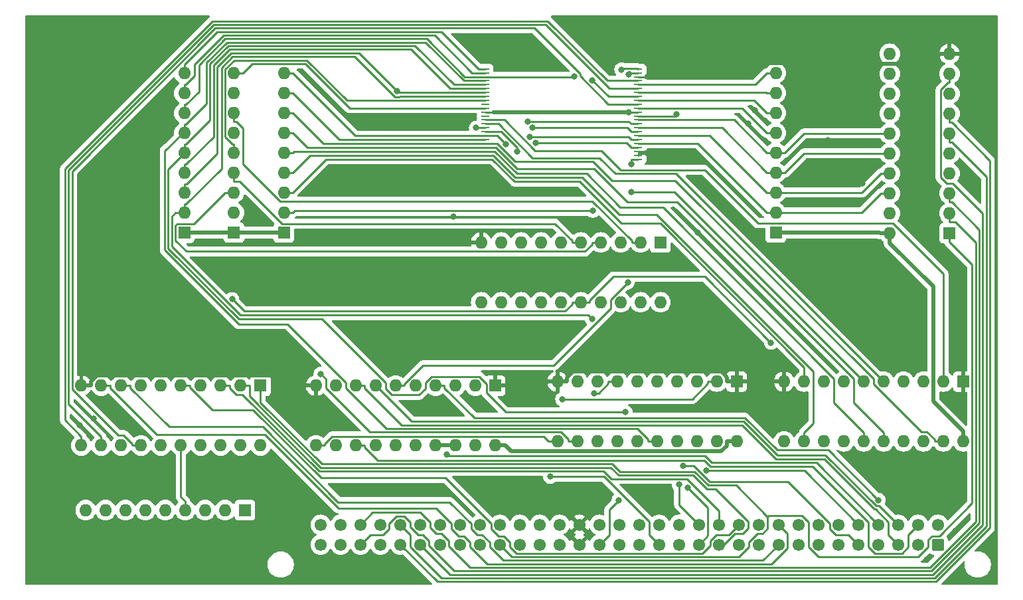
<source format=gbr>
%TF.GenerationSoftware,KiCad,Pcbnew,8.0.1*%
%TF.CreationDate,2024-03-31T12:23:00+01:00*%
%TF.ProjectId,Apricot-Xi-Expansion-RAM,41707269-636f-4742-9d58-692d45787061,rev?*%
%TF.SameCoordinates,Original*%
%TF.FileFunction,Copper,L1,Top*%
%TF.FilePolarity,Positive*%
%FSLAX46Y46*%
G04 Gerber Fmt 4.6, Leading zero omitted, Abs format (unit mm)*
G04 Created by KiCad (PCBNEW 8.0.1) date 2024-03-31 12:23:00*
%MOMM*%
%LPD*%
G01*
G04 APERTURE LIST*
G04 Aperture macros list*
%AMRoundRect*
0 Rectangle with rounded corners*
0 $1 Rounding radius*
0 $2 $3 $4 $5 $6 $7 $8 $9 X,Y pos of 4 corners*
0 Add a 4 corners polygon primitive as box body*
4,1,4,$2,$3,$4,$5,$6,$7,$8,$9,$2,$3,0*
0 Add four circle primitives for the rounded corners*
1,1,$1+$1,$2,$3*
1,1,$1+$1,$4,$5*
1,1,$1+$1,$6,$7*
1,1,$1+$1,$8,$9*
0 Add four rect primitives between the rounded corners*
20,1,$1+$1,$2,$3,$4,$5,0*
20,1,$1+$1,$4,$5,$6,$7,0*
20,1,$1+$1,$6,$7,$8,$9,0*
20,1,$1+$1,$8,$9,$2,$3,0*%
G04 Aperture macros list end*
%TA.AperFunction,ComponentPad*%
%ADD10RoundRect,0.249999X0.525001X0.525001X-0.525001X0.525001X-0.525001X-0.525001X0.525001X-0.525001X0*%
%TD*%
%TA.AperFunction,ComponentPad*%
%ADD11C,1.550000*%
%TD*%
%TA.AperFunction,ComponentPad*%
%ADD12R,1.600000X1.600000*%
%TD*%
%TA.AperFunction,ComponentPad*%
%ADD13O,1.600000X1.600000*%
%TD*%
%TA.AperFunction,SMDPad,CuDef*%
%ADD14R,1.100000X0.250000*%
%TD*%
%TA.AperFunction,ViaPad*%
%ADD15C,0.800000*%
%TD*%
%TA.AperFunction,Conductor*%
%ADD16C,0.500000*%
%TD*%
%TA.AperFunction,Conductor*%
%ADD17C,0.249800*%
%TD*%
%TA.AperFunction,Conductor*%
%ADD18C,0.250000*%
%TD*%
G04 APERTURE END LIST*
D10*
%TO.P,CONN1,a1,Pin_a1*%
%TO.N,CLK15*%
X210712000Y-113035500D03*
D11*
%TO.P,CONN1,a2,Pin_a2*%
%TO.N,_BHE*%
X208172000Y-113035500D03*
%TO.P,CONN1,a3,Pin_a3*%
%TO.N,AB18*%
X205632000Y-113035500D03*
%TO.P,CONN1,a4,Pin_a4*%
%TO.N,AB16*%
X203092000Y-113035500D03*
%TO.P,CONN1,a5,Pin_a5*%
%TO.N,AB13*%
X200552000Y-113035500D03*
%TO.P,CONN1,a6,Pin_a6*%
%TO.N,AB5*%
X198012000Y-113035500D03*
%TO.P,CONN1,a7,Pin_a7*%
%TO.N,AB3*%
X195472000Y-113035500D03*
%TO.P,CONN1,a8,Pin_a8*%
%TO.N,AB1*%
X192932000Y-113035500D03*
%TO.P,CONN1,a9,Pin_a9*%
%TO.N,DB14*%
X190392000Y-113035500D03*
%TO.P,CONN1,a10,Pin_a10*%
%TO.N,DB12*%
X187852000Y-113035500D03*
%TO.P,CONN1,a11,Pin_a11*%
%TO.N,DB10*%
X185312000Y-113035500D03*
%TO.P,CONN1,a12,Pin_a12*%
%TO.N,DB8*%
X182772000Y-113035500D03*
%TO.P,CONN1,a13,Pin_a13*%
%TO.N,AB7*%
X180232000Y-113035500D03*
%TO.P,CONN1,a14,Pin_a14*%
%TO.N,_INT2*%
X177692000Y-113035500D03*
%TO.P,CONN1,a15,Pin_a15*%
%TO.N,ALE*%
X175152000Y-113035500D03*
%TO.P,CONN1,a16,Pin_a16*%
%TO.N,unconnected-(CONN1-Pin_a16-Pada16)*%
X172612000Y-113035500D03*
%TO.P,CONN1,a17,Pin_a17*%
%TO.N,MRDY*%
X170072000Y-113035500D03*
%TO.P,CONN1,a18,Pin_a18*%
%TO.N,DEN*%
X167532000Y-113035500D03*
%TO.P,CONN1,a19,Pin_a19*%
%TO.N,GND*%
X164992000Y-113035500D03*
%TO.P,CONN1,a20,Pin_a20*%
%TO.N,_AIOWC*%
X162452000Y-113035500D03*
%TO.P,CONN1,a21,Pin_a21*%
%TO.N,_RES*%
X159912000Y-113035500D03*
%TO.P,CONN1,a22,Pin_a22*%
%TO.N,_IORC*%
X157372000Y-113035500D03*
%TO.P,CONN1,a23,Pin_a23*%
%TO.N,DT_R*%
X154832000Y-113035500D03*
%TO.P,CONN1,a24,Pin_a24*%
%TO.N,_MRDC*%
X152292000Y-113035500D03*
%TO.P,CONN1,a25,Pin_a25*%
%TO.N,AB12*%
X149752000Y-113035500D03*
%TO.P,CONN1,a26,Pin_a26*%
%TO.N,AB9*%
X147212000Y-113035500D03*
%TO.P,CONN1,a27,Pin_a27*%
%TO.N,DB7*%
X144672000Y-113035500D03*
%TO.P,CONN1,a28,Pin_a28*%
%TO.N,DB5*%
X142132000Y-113035500D03*
%TO.P,CONN1,a29,Pin_a29*%
%TO.N,DB3*%
X139592000Y-113035500D03*
%TO.P,CONN1,a30,Pin_a30*%
%TO.N,DB1*%
X137052000Y-113035500D03*
%TO.P,CONN1,a31,Pin_a31*%
%TO.N,VCC*%
X134512000Y-113035500D03*
%TO.P,CONN1,a32,Pin_a32*%
%TO.N,+12V*%
X131972000Y-113035500D03*
%TO.P,CONN1,b1,Pin_b1*%
%TO.N,unconnected-(CONN1-Pin_b1-Padb1)*%
X210712000Y-110495500D03*
%TO.P,CONN1,b2,Pin_b2*%
%TO.N,AB19*%
X208172000Y-110495500D03*
%TO.P,CONN1,b3,Pin_b3*%
%TO.N,AB17*%
X205632000Y-110495500D03*
%TO.P,CONN1,b4,Pin_b4*%
%TO.N,AB15*%
X203092000Y-110495500D03*
%TO.P,CONN1,b5,Pin_b5*%
%TO.N,AB14*%
X200552000Y-110495500D03*
%TO.P,CONN1,b6,Pin_b6*%
%TO.N,AB0*%
X198012000Y-110495500D03*
%TO.P,CONN1,b7,Pin_b7*%
%TO.N,AB4*%
X195472000Y-110495500D03*
%TO.P,CONN1,b8,Pin_b8*%
%TO.N,AB2*%
X192932000Y-110495500D03*
%TO.P,CONN1,b9,Pin_b9*%
%TO.N,DB15*%
X190392000Y-110495500D03*
%TO.P,CONN1,b10,Pin_b10*%
%TO.N,DB13*%
X187852000Y-110495500D03*
%TO.P,CONN1,b11,Pin_b11*%
%TO.N,DB11*%
X185312000Y-110495500D03*
%TO.P,CONN1,b12,Pin_b12*%
%TO.N,DB9*%
X182772000Y-110495500D03*
%TO.P,CONN1,b13,Pin_b13*%
%TO.N,AB8*%
X180232000Y-110495500D03*
%TO.P,CONN1,b14,Pin_b14*%
%TO.N,AB6*%
X177692000Y-110495500D03*
%TO.P,CONN1,b15,Pin_b15*%
%TO.N,_INT3*%
X175152000Y-110495500D03*
%TO.P,CONN1,b16,Pin_b16*%
%TO.N,unconnected-(CONN1-Pin_b16-Padb16)*%
X172612000Y-110495500D03*
%TO.P,CONN1,b17,Pin_b17*%
%TO.N,IRDY*%
X170072000Y-110495500D03*
%TO.P,CONN1,b18,Pin_b18*%
%TO.N,CLK5*%
X167532000Y-110495500D03*
%TO.P,CONN1,b19,Pin_b19*%
%TO.N,GND*%
X164992000Y-110495500D03*
%TO.P,CONN1,b20,Pin_b20*%
%TO.N,_IOWC*%
X162452000Y-110495500D03*
%TO.P,CONN1,b21,Pin_b21*%
%TO.N,_MWTC*%
X159912000Y-110495500D03*
%TO.P,CONN1,b22,Pin_b22*%
%TO.N,unconnected-(CONN1-Pin_b22-Padb22)*%
X157372000Y-110495500D03*
%TO.P,CONN1,b23,Pin_b23*%
%TO.N,unconnected-(CONN1-Pin_b23-Padb23)*%
X154832000Y-110495500D03*
%TO.P,CONN1,b24,Pin_b24*%
%TO.N,_AMWC*%
X152292000Y-110495500D03*
%TO.P,CONN1,b25,Pin_b25*%
%TO.N,AB11*%
X149752000Y-110495500D03*
%TO.P,CONN1,b26,Pin_b26*%
%TO.N,AB10*%
X147212000Y-110495500D03*
%TO.P,CONN1,b27,Pin_b27*%
%TO.N,DB6*%
X144672000Y-110495500D03*
%TO.P,CONN1,b28,Pin_b28*%
%TO.N,DB4*%
X142132000Y-110495500D03*
%TO.P,CONN1,b29,Pin_b29*%
%TO.N,DB2*%
X139592000Y-110495500D03*
%TO.P,CONN1,b30,Pin_b30*%
%TO.N,DB0*%
X137052000Y-110495500D03*
%TO.P,CONN1,b31,Pin_b31*%
%TO.N,VCC*%
X134512000Y-110495500D03*
%TO.P,CONN1,b32,Pin_b32*%
%TO.N,-12V*%
X131972000Y-110495500D03*
%TD*%
D12*
%TO.P,ALATCH1,1,OE*%
%TO.N,GND*%
X213939000Y-92257800D03*
D13*
%TO.P,ALATCH1,2,O0*%
%TO.N,_I_BHE*%
X211399000Y-92257800D03*
%TO.P,ALATCH1,3,D0*%
%TO.N,_BHE*%
X208859000Y-92257800D03*
%TO.P,ALATCH1,4,D1*%
%TO.N,AB0*%
X206319000Y-92257800D03*
%TO.P,ALATCH1,5,O1*%
%TO.N,_I_BLE*%
X203779000Y-92257800D03*
%TO.P,ALATCH1,6,O2*%
%TO.N,A0*%
X201239000Y-92257800D03*
%TO.P,ALATCH1,7,D2*%
%TO.N,AB1*%
X198699000Y-92257800D03*
%TO.P,ALATCH1,8,D3*%
%TO.N,AB2*%
X196159000Y-92257800D03*
%TO.P,ALATCH1,9,O3*%
%TO.N,A1*%
X193619000Y-92257800D03*
%TO.P,ALATCH1,10,GND*%
%TO.N,GND*%
X191079000Y-92257800D03*
%TO.P,ALATCH1,11,LE*%
%TO.N,ALE*%
X191079000Y-99877800D03*
%TO.P,ALATCH1,12,O4*%
%TO.N,A2*%
X193619000Y-99877800D03*
%TO.P,ALATCH1,13,D4*%
%TO.N,AB3*%
X196159000Y-99877800D03*
%TO.P,ALATCH1,14,D5*%
%TO.N,AB4*%
X198699000Y-99877800D03*
%TO.P,ALATCH1,15,O5*%
%TO.N,A3*%
X201239000Y-99877800D03*
%TO.P,ALATCH1,16,O6*%
%TO.N,A4*%
X203779000Y-99877800D03*
%TO.P,ALATCH1,17,D6*%
%TO.N,AB5*%
X206319000Y-99877800D03*
%TO.P,ALATCH1,18,D7*%
%TO.N,AB6*%
X208859000Y-99877800D03*
%TO.P,ALATCH1,19,O7*%
%TO.N,A5*%
X211399000Y-99877800D03*
%TO.P,ALATCH1,20,VCC*%
%TO.N,VCC*%
X213939000Y-99877800D03*
%TD*%
D12*
%TO.P,ALATCH3,1,OE*%
%TO.N,GND*%
X154242700Y-92771100D03*
D13*
%TO.P,ALATCH3,2,O0*%
%TO.N,A14*%
X151702700Y-92771100D03*
%TO.P,ALATCH3,3,D0*%
%TO.N,AB15*%
X149162700Y-92771100D03*
%TO.P,ALATCH3,4,D1*%
%TO.N,AB16*%
X146622700Y-92771100D03*
%TO.P,ALATCH3,5,O1*%
%TO.N,A15*%
X144082700Y-92771100D03*
%TO.P,ALATCH3,6,O2*%
%TO.N,A16*%
X141542700Y-92771100D03*
%TO.P,ALATCH3,7,D2*%
%TO.N,AB17*%
X139002700Y-92771100D03*
%TO.P,ALATCH3,8,D3*%
%TO.N,AB18*%
X136462700Y-92771100D03*
%TO.P,ALATCH3,9,O3*%
%TO.N,A17*%
X133922700Y-92771100D03*
%TO.P,ALATCH3,10,GND*%
%TO.N,GND*%
X131382700Y-92771100D03*
%TO.P,ALATCH3,11,LE*%
%TO.N,ALE*%
X131382700Y-100391100D03*
%TO.P,ALATCH3,12,O4*%
%TO.N,A18*%
X133922700Y-100391100D03*
%TO.P,ALATCH3,13,D4*%
%TO.N,AB19*%
X136462700Y-100391100D03*
%TO.P,ALATCH3,14,D5*%
%TO.N,GND*%
X139002700Y-100391100D03*
%TO.P,ALATCH3,15,O5*%
%TO.N,unconnected-(ALATCH3-O5-Pad15)*%
X141542700Y-100391100D03*
%TO.P,ALATCH3,16,O6*%
%TO.N,unconnected-(ALATCH3-O6-Pad16)*%
X144082700Y-100391100D03*
%TO.P,ALATCH3,17,D6*%
%TO.N,GND*%
X146622700Y-100391100D03*
%TO.P,ALATCH3,18,D7*%
X149162700Y-100391100D03*
%TO.P,ALATCH3,19,O7*%
%TO.N,unconnected-(ALATCH3-O7-Pad19)*%
X151702700Y-100391100D03*
%TO.P,ALATCH3,20,VCC*%
%TO.N,VCC*%
X154242700Y-100391100D03*
%TD*%
D12*
%TO.P,AP1,1,common*%
%TO.N,VCC*%
X127280700Y-73275100D03*
D13*
%TO.P,AP1,2,R1*%
%TO.N,A0*%
X127280700Y-70735100D03*
%TO.P,AP1,3,R2*%
%TO.N,A1*%
X127280700Y-68195100D03*
%TO.P,AP1,4,R3*%
%TO.N,A2*%
X127280700Y-65655100D03*
%TO.P,AP1,5,R4*%
%TO.N,A3*%
X127280700Y-63115100D03*
%TO.P,AP1,6,R5*%
%TO.N,A4*%
X127280700Y-60575100D03*
%TO.P,AP1,7,R6*%
%TO.N,A5*%
X127280700Y-58035100D03*
%TO.P,AP1,8,R7*%
%TO.N,A6*%
X127280700Y-55495100D03*
%TO.P,AP1,9,R8*%
%TO.N,A7*%
X127280700Y-52955100D03*
%TD*%
D12*
%TO.P,AP2,1,common*%
%TO.N,VCC*%
X114584200Y-73306300D03*
D13*
%TO.P,AP2,2,R1*%
%TO.N,A8*%
X114584200Y-70766300D03*
%TO.P,AP2,3,R2*%
%TO.N,A9*%
X114584200Y-68226300D03*
%TO.P,AP2,4,R3*%
%TO.N,A10*%
X114584200Y-65686300D03*
%TO.P,AP2,5,R4*%
%TO.N,A11*%
X114584200Y-63146300D03*
%TO.P,AP2,6,R5*%
%TO.N,A12*%
X114584200Y-60606300D03*
%TO.P,AP2,7,R6*%
%TO.N,A13*%
X114584200Y-58066300D03*
%TO.P,AP2,8,R7*%
%TO.N,A14*%
X114584200Y-55526300D03*
%TO.P,AP2,9,R8*%
%TO.N,A15*%
X114584200Y-52986300D03*
%TD*%
D12*
%TO.P,AP3,1,common*%
%TO.N,VCC*%
X120916900Y-73275100D03*
D13*
%TO.P,AP3,2,R1*%
%TO.N,A16*%
X120916900Y-70735100D03*
%TO.P,AP3,3,R2*%
%TO.N,A17*%
X120916900Y-68195100D03*
%TO.P,AP3,4,R3*%
%TO.N,A18*%
X120916900Y-65655100D03*
%TO.P,AP3,5,R4*%
%TO.N,A19*%
X120916900Y-63115100D03*
%TO.P,AP3,6,R5*%
%TO.N,_BOARD_OE*%
X120916900Y-60575100D03*
%TO.P,AP3,7,R6*%
%TO.N,_SELECTED*%
X120916900Y-58035100D03*
%TO.P,AP3,8,R7*%
%TO.N,_MOE*%
X120916900Y-55495100D03*
%TO.P,AP3,9,R8*%
%TO.N,_WE*%
X120916900Y-52955100D03*
%TD*%
D12*
%TO.P,DP1,1,common*%
%TO.N,VCC*%
X190024400Y-73272700D03*
D13*
%TO.P,DP1,2,R1*%
%TO.N,D0*%
X190024400Y-70732700D03*
%TO.P,DP1,3,R2*%
%TO.N,D1*%
X190024400Y-68192700D03*
%TO.P,DP1,4,R3*%
%TO.N,D2*%
X190024400Y-65652700D03*
%TO.P,DP1,5,R4*%
%TO.N,D3*%
X190024400Y-63112700D03*
%TO.P,DP1,6,R5*%
%TO.N,D4*%
X190024400Y-60572700D03*
%TO.P,DP1,7,R6*%
%TO.N,D5*%
X190024400Y-58032700D03*
%TO.P,DP1,8,R7*%
%TO.N,D6*%
X190024400Y-55492700D03*
%TO.P,DP1,9,R8*%
%TO.N,D7*%
X190024400Y-52952700D03*
%TD*%
D12*
%TO.P,DP2,1,common*%
%TO.N,VCC*%
X122328400Y-108642700D03*
D13*
%TO.P,DP2,2,R1*%
%TO.N,D8*%
X119788400Y-108642700D03*
%TO.P,DP2,3,R2*%
%TO.N,D9*%
X117248400Y-108642700D03*
%TO.P,DP2,4,R3*%
%TO.N,D10*%
X114708400Y-108642700D03*
%TO.P,DP2,5,R4*%
%TO.N,D11*%
X112168400Y-108642700D03*
%TO.P,DP2,6,R5*%
%TO.N,D12*%
X109628400Y-108642700D03*
%TO.P,DP2,7,R6*%
%TO.N,D13*%
X107088400Y-108642700D03*
%TO.P,DP2,8,R7*%
%TO.N,D14*%
X104548400Y-108642700D03*
%TO.P,DP2,9,R8*%
%TO.N,D15*%
X102008400Y-108642700D03*
%TD*%
D12*
%TO.P,RAM-Decoder1,1,I1/CLK*%
%TO.N,unconnected-(RAM-Decoder1-I1{slash}CLK-Pad1)*%
X175312700Y-74530600D03*
D13*
%TO.P,RAM-Decoder1,2,I2*%
%TO.N,_SELECTED*%
X172772700Y-74530600D03*
%TO.P,RAM-Decoder1,3,I3*%
%TO.N,unconnected-(RAM-Decoder1-I3-Pad3)*%
X170232700Y-74530600D03*
%TO.P,RAM-Decoder1,4,I4*%
%TO.N,A17*%
X167692700Y-74530600D03*
%TO.P,RAM-Decoder1,5,I5*%
%TO.N,A18*%
X165152700Y-74530600D03*
%TO.P,RAM-Decoder1,6,I6*%
%TO.N,DEN*%
X162612700Y-74530600D03*
%TO.P,RAM-Decoder1,7,I7*%
%TO.N,_MRDC*%
X160072700Y-74530600D03*
%TO.P,RAM-Decoder1,8,I8*%
%TO.N,_MWTC*%
X157532700Y-74530600D03*
%TO.P,RAM-Decoder1,9,I9*%
%TO.N,unconnected-(RAM-Decoder1-I9-Pad9)*%
X154992700Y-74530600D03*
%TO.P,RAM-Decoder1,10,GND*%
%TO.N,GND*%
X152452700Y-74530600D03*
%TO.P,RAM-Decoder1,11,I10/~{OE}*%
%TO.N,unconnected-(RAM-Decoder1-I10{slash}~{OE}-Pad11)*%
X152452700Y-82150600D03*
%TO.P,RAM-Decoder1,12,IO8*%
%TO.N,unconnected-(RAM-Decoder1-IO8-Pad12)*%
X154992700Y-82150600D03*
%TO.P,RAM-Decoder1,13,IO7*%
%TO.N,unconnected-(RAM-Decoder1-IO7-Pad13)*%
X157532700Y-82150600D03*
%TO.P,RAM-Decoder1,14,IO6*%
%TO.N,unconnected-(RAM-Decoder1-IO6-Pad14)*%
X160072700Y-82150600D03*
%TO.P,RAM-Decoder1,15,IO5*%
%TO.N,unconnected-(RAM-Decoder1-IO5-Pad15)*%
X162612700Y-82150600D03*
%TO.P,RAM-Decoder1,16,IO4*%
%TO.N,_BOARD_OE*%
X165152700Y-82150600D03*
%TO.P,RAM-Decoder1,17,I03*%
%TO.N,_WE*%
X167692700Y-82150600D03*
%TO.P,RAM-Decoder1,18,IO2*%
%TO.N,_MOE*%
X170232700Y-82150600D03*
%TO.P,RAM-Decoder1,19,IO1*%
%TO.N,unconnected-(RAM-Decoder1-IO1-Pad19)*%
X172772700Y-82150600D03*
%TO.P,RAM-Decoder1,20,VCC*%
%TO.N,VCC*%
X175312700Y-82150600D03*
%TD*%
D12*
%TO.P,SBDT1,1,A->B*%
%TO.N,DT_R*%
X212181400Y-73353100D03*
D13*
%TO.P,SBDT1,2,A0*%
%TO.N,DB0*%
X212181400Y-70813100D03*
%TO.P,SBDT1,3,A1*%
%TO.N,DB1*%
X212181400Y-68273100D03*
%TO.P,SBDT1,4,A2*%
%TO.N,DB2*%
X212181400Y-65733100D03*
%TO.P,SBDT1,5,A3*%
%TO.N,DB3*%
X212181400Y-63193100D03*
%TO.P,SBDT1,6,A4*%
%TO.N,DB4*%
X212181400Y-60653100D03*
%TO.P,SBDT1,7,A5*%
%TO.N,DB5*%
X212181400Y-58113100D03*
%TO.P,SBDT1,8,A6*%
%TO.N,DB6*%
X212181400Y-55573100D03*
%TO.P,SBDT1,9,A7*%
%TO.N,DB7*%
X212181400Y-53033100D03*
%TO.P,SBDT1,10,GND*%
%TO.N,GND*%
X212181400Y-50493100D03*
%TO.P,SBDT1,11,B7*%
%TO.N,D7*%
X204561400Y-50493100D03*
%TO.P,SBDT1,12,B6*%
%TO.N,D6*%
X204561400Y-53033100D03*
%TO.P,SBDT1,13,B5*%
%TO.N,D5*%
X204561400Y-55573100D03*
%TO.P,SBDT1,14,B4*%
%TO.N,D4*%
X204561400Y-58113100D03*
%TO.P,SBDT1,15,B3*%
%TO.N,D3*%
X204561400Y-60653100D03*
%TO.P,SBDT1,16,B2*%
%TO.N,D2*%
X204561400Y-63193100D03*
%TO.P,SBDT1,17,B1*%
%TO.N,D1*%
X204561400Y-65733100D03*
%TO.P,SBDT1,18,B0*%
%TO.N,D0*%
X204561400Y-68273100D03*
%TO.P,SBDT1,19,CE*%
%TO.N,_BOARD_OE*%
X204561400Y-70813100D03*
%TO.P,SBDT1,20,VCC*%
%TO.N,VCC*%
X204561400Y-73353100D03*
%TD*%
D12*
%TO.P,SBDT2,1,A->B*%
%TO.N,DT_R*%
X124315600Y-92771100D03*
D13*
%TO.P,SBDT2,2,A0*%
%TO.N,DB8*%
X121775600Y-92771100D03*
%TO.P,SBDT2,3,A1*%
%TO.N,DB9*%
X119235600Y-92771100D03*
%TO.P,SBDT2,4,A2*%
%TO.N,DB10*%
X116695600Y-92771100D03*
%TO.P,SBDT2,5,A3*%
%TO.N,DB11*%
X114155600Y-92771100D03*
%TO.P,SBDT2,6,A4*%
%TO.N,DB12*%
X111615600Y-92771100D03*
%TO.P,SBDT2,7,A5*%
%TO.N,DB13*%
X109075600Y-92771100D03*
%TO.P,SBDT2,8,A6*%
%TO.N,DB14*%
X106535600Y-92771100D03*
%TO.P,SBDT2,9,A7*%
%TO.N,DB15*%
X103995600Y-92771100D03*
%TO.P,SBDT2,10,GND*%
%TO.N,GND*%
X101455600Y-92771100D03*
%TO.P,SBDT2,11,B7*%
%TO.N,D15*%
X101455600Y-100391100D03*
%TO.P,SBDT2,12,B6*%
%TO.N,D14*%
X103995600Y-100391100D03*
%TO.P,SBDT2,13,B5*%
%TO.N,D13*%
X106535600Y-100391100D03*
%TO.P,SBDT2,14,B4*%
%TO.N,D12*%
X109075600Y-100391100D03*
%TO.P,SBDT2,15,B3*%
%TO.N,D11*%
X111615600Y-100391100D03*
%TO.P,SBDT2,16,B2*%
%TO.N,D10*%
X114155600Y-100391100D03*
%TO.P,SBDT2,17,B1*%
%TO.N,D9*%
X116695600Y-100391100D03*
%TO.P,SBDT2,18,B0*%
%TO.N,D8*%
X119235600Y-100391100D03*
%TO.P,SBDT2,19,CE*%
%TO.N,_BOARD_OE*%
X121775600Y-100391100D03*
%TO.P,SBDT2,20,VCC*%
%TO.N,VCC*%
X124315600Y-100391100D03*
%TD*%
D14*
%TO.P,SRAM1,1,A15*%
%TO.N,A15*%
X152970000Y-52422100D03*
%TO.P,SRAM1,2,A14*%
%TO.N,A14*%
X152970000Y-52922100D03*
%TO.P,SRAM1,3,A13*%
%TO.N,A13*%
X152970000Y-53422100D03*
%TO.P,SRAM1,4,A12*%
%TO.N,A12*%
X152970000Y-53922100D03*
%TO.P,SRAM1,5,A11*%
%TO.N,A11*%
X152970000Y-54422100D03*
%TO.P,SRAM1,6,A10*%
%TO.N,A10*%
X152970000Y-54922100D03*
%TO.P,SRAM1,7,A9*%
%TO.N,A9*%
X152970000Y-55422100D03*
%TO.P,SRAM1,8,A8*%
%TO.N,A8*%
X152970000Y-55922100D03*
%TO.P,SRAM1,9,A19*%
%TO.N,A19*%
X152970000Y-56422100D03*
%TO.P,SRAM1,10,N/C*%
%TO.N,unconnected-(SRAM1-N{slash}C-Pad10)*%
X152970000Y-56922100D03*
%TO.P,SRAM1,11,/WE*%
%TO.N,_WE*%
X152970000Y-57422100D03*
%TO.P,SRAM1,12,CE2*%
%TO.N,VCC*%
X152970000Y-57922100D03*
%TO.P,SRAM1,13,ERR*%
%TO.N,unconnected-(SRAM1-ERR-Pad13)*%
X152970000Y-58422100D03*
%TO.P,SRAM1,14,/BHE*%
%TO.N,_I_BHE*%
X152970000Y-58922100D03*
%TO.P,SRAM1,15,/BLE*%
%TO.N,_I_BLE*%
X152970000Y-59422100D03*
%TO.P,SRAM1,16,A18*%
%TO.N,A18*%
X152970000Y-59922100D03*
%TO.P,SRAM1,17,A17*%
%TO.N,A17*%
X152970000Y-60422100D03*
%TO.P,SRAM1,18,A7*%
%TO.N,A7*%
X152970000Y-60922100D03*
%TO.P,SRAM1,19,A6*%
%TO.N,A6*%
X152970000Y-61422100D03*
%TO.P,SRAM1,20,A5*%
%TO.N,A5*%
X152970000Y-61922100D03*
%TO.P,SRAM1,21,A4*%
%TO.N,A4*%
X152970000Y-62422100D03*
%TO.P,SRAM1,22,A3*%
%TO.N,A3*%
X152970000Y-62922100D03*
%TO.P,SRAM1,23,A2*%
%TO.N,A2*%
X152970000Y-63422100D03*
%TO.P,SRAM1,24,A1*%
%TO.N,A1*%
X152970000Y-63922100D03*
%TO.P,SRAM1,25,A0*%
%TO.N,A0*%
X172470000Y-63922100D03*
%TO.P,SRAM1,26,/CE1*%
%TO.N,GND*%
X172470000Y-63422100D03*
%TO.P,SRAM1,27,GND*%
X172470000Y-62922100D03*
%TO.P,SRAM1,28,/OE*%
%TO.N,_MOE*%
X172470000Y-62422100D03*
%TO.P,SRAM1,29,D0*%
%TO.N,D0*%
X172470000Y-61922100D03*
%TO.P,SRAM1,30,D8*%
%TO.N,D8*%
X172470000Y-61422100D03*
%TO.P,SRAM1,31,D1*%
%TO.N,D1*%
X172470000Y-60922100D03*
%TO.P,SRAM1,32,D9*%
%TO.N,D9*%
X172470000Y-60422100D03*
%TO.P,SRAM1,33,D2*%
%TO.N,D2*%
X172470000Y-59922100D03*
%TO.P,SRAM1,34,D10*%
%TO.N,D10*%
X172470000Y-59422100D03*
%TO.P,SRAM1,35,D3*%
%TO.N,D3*%
X172470000Y-58922100D03*
%TO.P,SRAM1,36,D11*%
%TO.N,D11*%
X172470000Y-58422100D03*
%TO.P,SRAM1,37,Vcc*%
%TO.N,VCC*%
X172470000Y-57922100D03*
%TO.P,SRAM1,38,D4*%
%TO.N,D4*%
X172470000Y-57422100D03*
%TO.P,SRAM1,39,D12*%
%TO.N,D12*%
X172470000Y-56922100D03*
%TO.P,SRAM1,40,D5*%
%TO.N,D5*%
X172470000Y-56422100D03*
%TO.P,SRAM1,41,D13*%
%TO.N,D13*%
X172470000Y-55922100D03*
%TO.P,SRAM1,42,D6*%
%TO.N,D6*%
X172470000Y-55422100D03*
%TO.P,SRAM1,43,D14*%
%TO.N,D14*%
X172470000Y-54922100D03*
%TO.P,SRAM1,44,D7*%
%TO.N,D7*%
X172470000Y-54422100D03*
%TO.P,SRAM1,45,D15/A20*%
%TO.N,D15*%
X172470000Y-53922100D03*
%TO.P,SRAM1,46,GND*%
%TO.N,GND*%
X172470000Y-53422100D03*
%TO.P,SRAM1,47,/BYTE*%
%TO.N,VCC*%
X172470000Y-52922100D03*
%TO.P,SRAM1,48,A16*%
%TO.N,A16*%
X172470000Y-52422100D03*
%TD*%
D12*
%TO.P,ALATCH2,1,OE*%
%TO.N,GND*%
X185038400Y-92257800D03*
D13*
%TO.P,ALATCH2,2,O0*%
%TO.N,A6*%
X182498400Y-92257800D03*
%TO.P,ALATCH2,3,D0*%
%TO.N,AB7*%
X179958400Y-92257800D03*
%TO.P,ALATCH2,4,D1*%
%TO.N,AB8*%
X177418400Y-92257800D03*
%TO.P,ALATCH2,5,O1*%
%TO.N,A7*%
X174878400Y-92257800D03*
%TO.P,ALATCH2,6,O2*%
%TO.N,A8*%
X172338400Y-92257800D03*
%TO.P,ALATCH2,7,D2*%
%TO.N,AB9*%
X169798400Y-92257800D03*
%TO.P,ALATCH2,8,D3*%
%TO.N,AB10*%
X167258400Y-92257800D03*
%TO.P,ALATCH2,9,O3*%
%TO.N,A9*%
X164718400Y-92257800D03*
%TO.P,ALATCH2,10,GND*%
%TO.N,GND*%
X162178400Y-92257800D03*
%TO.P,ALATCH2,11,LE*%
%TO.N,ALE*%
X162178400Y-99877800D03*
%TO.P,ALATCH2,12,O4*%
%TO.N,A10*%
X164718400Y-99877800D03*
%TO.P,ALATCH2,13,D4*%
%TO.N,AB11*%
X167258400Y-99877800D03*
%TO.P,ALATCH2,14,D5*%
%TO.N,AB12*%
X169798400Y-99877800D03*
%TO.P,ALATCH2,15,O5*%
%TO.N,A11*%
X172338400Y-99877800D03*
%TO.P,ALATCH2,16,O6*%
%TO.N,A12*%
X174878400Y-99877800D03*
%TO.P,ALATCH2,17,D6*%
%TO.N,AB13*%
X177418400Y-99877800D03*
%TO.P,ALATCH2,18,D7*%
%TO.N,AB14*%
X179958400Y-99877800D03*
%TO.P,ALATCH2,19,O7*%
%TO.N,A13*%
X182498400Y-99877800D03*
%TO.P,ALATCH2,20,VCC*%
%TO.N,VCC*%
X185038400Y-99877800D03*
%TD*%
D15*
%TO.N,GND*%
X179192000Y-88175500D03*
X165692000Y-89225500D03*
X171942000Y-87175500D03*
X187392000Y-57725500D03*
X186492000Y-59375500D03*
X198342000Y-54275500D03*
X197892000Y-56925500D03*
X207942000Y-67525500D03*
X215442000Y-67425500D03*
X123892000Y-70825500D03*
X133692000Y-79925500D03*
X212942000Y-111275500D03*
X209242000Y-114925500D03*
X127592000Y-110875500D03*
X121092000Y-114925500D03*
X101242000Y-97825500D03*
X102992000Y-96975500D03*
X121842000Y-88475500D03*
X109192000Y-82425500D03*
X117792000Y-85525500D03*
X148942000Y-71275500D03*
X180092000Y-73275500D03*
X193442000Y-69275500D03*
X196642000Y-61525500D03*
X196742000Y-65725500D03*
X201042000Y-66975500D03*
X181492000Y-82725500D03*
X172392000Y-95625500D03*
X174942000Y-95625500D03*
X177692000Y-95625500D03*
X201242000Y-102275500D03*
X204192000Y-102425500D03*
X206742000Y-106325500D03*
X211592000Y-107175500D03*
X105192000Y-96225500D03*
X174642000Y-105675500D03*
X161592000Y-107175500D03*
X157442000Y-106675500D03*
X143242000Y-106325500D03*
X134842000Y-105875500D03*
X151292000Y-95025500D03*
X145242000Y-95825500D03*
X195642000Y-76625500D03*
X206642000Y-84075500D03*
X97292000Y-114425500D03*
X99942000Y-54975500D03*
X150392000Y-87325500D03*
X132542000Y-67575500D03*
X143992000Y-79775500D03*
X143842000Y-67725500D03*
X140292000Y-58925500D03*
X157442000Y-49725500D03*
X216142000Y-47425500D03*
%TO.N,VCC*%
X171297500Y-53094400D03*
X171265500Y-57958700D03*
%TO.N,GND*%
X173641200Y-63147300D03*
%TO.N,A0*%
X166700000Y-70497400D03*
X171594900Y-68124100D03*
X171594900Y-64582500D03*
%TO.N,ALE*%
X161258900Y-104383400D03*
%TO.N,A13*%
X164336100Y-53406800D03*
%TO.N,A9*%
X141726500Y-55255500D03*
%TO.N,AB14*%
X181199000Y-103614000D03*
%TO.N,AB13*%
X178210100Y-103018600D03*
%TO.N,AB9*%
X166842200Y-93742300D03*
%TO.N,A8*%
X166578000Y-84261100D03*
%TO.N,A11*%
X170846700Y-96169100D03*
%TO.N,A7*%
X155577000Y-62009200D03*
%TO.N,AB8*%
X177696700Y-105399000D03*
%TO.N,AB7*%
X178835000Y-105808700D03*
%TO.N,A10*%
X131983200Y-91269000D03*
%TO.N,A6*%
X162813800Y-94490400D03*
%TO.N,A17*%
X157007300Y-62929700D03*
%TO.N,A16*%
X171148000Y-79610000D03*
X170349200Y-52499900D03*
%TO.N,AB16*%
X203113300Y-107362700D03*
%TO.N,AB15*%
X148105100Y-101582700D03*
%TO.N,A18*%
X151811000Y-59922100D03*
%TO.N,DEN*%
X170010500Y-107357300D03*
%TO.N,D13*%
X166621600Y-53847500D03*
%TO.N,D11*%
X177389000Y-58172100D03*
%TO.N,D10*%
X158376800Y-59099200D03*
%TO.N,D9*%
X158977700Y-59912700D03*
%TO.N,D8*%
X158685800Y-61079300D03*
%TO.N,_MOE*%
X159393100Y-61804400D03*
%TO.N,_BOARD_OE*%
X189423300Y-87296100D03*
X120687800Y-81761400D03*
%TD*%
D16*
%TO.N,VCC*%
X120916900Y-73275100D02*
X119666800Y-73275100D01*
X185038400Y-99877800D02*
X183788300Y-99877800D01*
X154242700Y-100391100D02*
X155492800Y-100391100D01*
X210129000Y-94817700D02*
X210129000Y-80170800D01*
X204561400Y-73353100D02*
X204561400Y-74603200D01*
X203230900Y-73272700D02*
X203311300Y-73353100D01*
X156266700Y-101165000D02*
X155492800Y-100391100D01*
X183788300Y-99877800D02*
X183788300Y-100424700D01*
X171265500Y-57958700D02*
X153970300Y-57958700D01*
X204561400Y-73353100D02*
X203311300Y-73353100D01*
X210129000Y-80170800D02*
X204561400Y-74603200D01*
D17*
X152970000Y-57922100D02*
X153845000Y-57922100D01*
D16*
X114584200Y-73306300D02*
X119635600Y-73306300D01*
X119635600Y-73306300D02*
X119666800Y-73275100D01*
X171469800Y-52922100D02*
X171297500Y-53094400D01*
X183048000Y-101165000D02*
X156266700Y-101165000D01*
D17*
X171469800Y-52922100D02*
X172470000Y-52922100D01*
X153970300Y-57958700D02*
X153881600Y-57958700D01*
D16*
X183788300Y-100424700D02*
X183048000Y-101165000D01*
D17*
X171558400Y-57958700D02*
X171595000Y-57922100D01*
X153881600Y-57958700D02*
X153845000Y-57922100D01*
D16*
X213939000Y-99877800D02*
X213939000Y-98627700D01*
D17*
X172470000Y-57922100D02*
X171595000Y-57922100D01*
D16*
X190024400Y-73272700D02*
X203230900Y-73272700D01*
X120916900Y-73275100D02*
X127280700Y-73275100D01*
X171265500Y-57958700D02*
X171469700Y-57958700D01*
D17*
X171469700Y-57958700D02*
X171558400Y-57958700D01*
D16*
X213939000Y-98627700D02*
X210129000Y-94817700D01*
%TO.N,GND*%
X128882000Y-91520500D02*
X103438300Y-91520500D01*
X130132600Y-92771100D02*
X128882000Y-91520500D01*
X191079000Y-92257800D02*
X185038400Y-92257800D01*
D17*
X172731600Y-63160500D02*
X172470000Y-63422100D01*
D16*
X183788300Y-92257800D02*
X183788300Y-91710900D01*
X162178400Y-92257800D02*
X163428500Y-92257800D01*
X131382700Y-92771100D02*
X130132600Y-92771100D01*
D17*
X172695200Y-63147300D02*
X172470000Y-62922100D01*
D16*
X185038400Y-92257800D02*
X183788300Y-92257800D01*
X160415000Y-92771100D02*
X160928300Y-92257800D01*
X212181400Y-50493100D02*
X210931300Y-50493100D01*
X163428500Y-91739800D02*
X163428500Y-92257800D01*
X101455600Y-92771100D02*
X102705700Y-92771100D01*
X183079400Y-91002000D02*
X164166300Y-91002000D01*
X191729800Y-51683900D02*
X191809000Y-51763100D01*
X209661300Y-51763100D02*
X210931300Y-50493100D01*
X162178400Y-92257800D02*
X160928300Y-92257800D01*
X102705700Y-92253100D02*
X102705700Y-92771100D01*
X175208400Y-51683900D02*
X191729800Y-51683900D01*
X172731600Y-63147300D02*
X172695200Y-63147300D01*
X149162700Y-100391100D02*
X146622700Y-100391100D01*
X164166300Y-91002000D02*
X163428500Y-91739800D01*
D17*
X173470200Y-53422100D02*
X172470000Y-53422100D01*
D16*
X173641200Y-63147300D02*
X172731600Y-63147300D01*
X154242700Y-92771100D02*
X160415000Y-92771100D01*
X172731600Y-63147300D02*
X172731600Y-63160500D01*
X103438300Y-91520500D02*
X102705700Y-92253100D01*
X183788300Y-91710900D02*
X183079400Y-91002000D01*
X191809000Y-51763100D02*
X209661300Y-51763100D01*
X173470200Y-53422100D02*
X175208400Y-51683900D01*
D18*
%TO.N,A5*%
X128405800Y-58035100D02*
X132292800Y-61922100D01*
X209267800Y-98638600D02*
X210273900Y-99644700D01*
X132292800Y-61922100D02*
X152970000Y-61922100D01*
X169176500Y-66658100D02*
X177232600Y-66658100D01*
X208562300Y-98638600D02*
X209267800Y-98638600D01*
X210273900Y-99644700D02*
X210273900Y-99877800D01*
X152970000Y-61922100D02*
X154464500Y-61922100D01*
X177232600Y-66658100D02*
X202509000Y-91934500D01*
X211399000Y-99877800D02*
X210273900Y-99877800D01*
X166732000Y-64213600D02*
X169176500Y-66658100D01*
X127280700Y-58035100D02*
X128405800Y-58035100D01*
X156756000Y-64213600D02*
X166732000Y-64213600D01*
X202509000Y-91934500D02*
X202509000Y-92585300D01*
X154464500Y-61922100D02*
X156756000Y-64213600D01*
X202509000Y-92585300D02*
X208562300Y-98638600D01*
%TO.N,A1*%
X193619000Y-90449200D02*
X193619000Y-92257800D01*
X170374300Y-72125300D02*
X175295100Y-72125300D01*
X127280700Y-68195100D02*
X128405800Y-68195100D01*
X175295100Y-72125300D02*
X193619000Y-90449200D01*
X153845100Y-63922100D02*
X156686700Y-66763700D01*
X165012700Y-66763700D02*
X170374300Y-72125300D01*
X132678800Y-63922100D02*
X128405800Y-68195100D01*
X156686700Y-66763700D02*
X165012700Y-66763700D01*
X152970000Y-63922100D02*
X153845100Y-63922100D01*
X152970000Y-63922100D02*
X132678800Y-63922100D01*
%TO.N,A4*%
X128405800Y-60575100D02*
X130252800Y-62422100D01*
X154327900Y-62422100D02*
X157019500Y-65113700D01*
X130252800Y-62422100D02*
X152970000Y-62422100D01*
X203779000Y-99877800D02*
X203779000Y-98752700D01*
X153845100Y-62422100D02*
X154327900Y-62422100D01*
X199969000Y-94942700D02*
X203779000Y-98752700D01*
X127280700Y-60575100D02*
X128405800Y-60575100D01*
X177425500Y-69363300D02*
X199969000Y-91906800D01*
X199969000Y-91906800D02*
X199969000Y-94942700D01*
X152970000Y-62422100D02*
X153845100Y-62422100D01*
X171078100Y-69363300D02*
X177425500Y-69363300D01*
X166828500Y-65113700D02*
X171078100Y-69363300D01*
X157019500Y-65113700D02*
X166828500Y-65113700D01*
%TO.N,A0*%
X127280700Y-70735100D02*
X128405800Y-70735100D01*
X177105300Y-68124100D02*
X201239000Y-92257800D01*
X172470000Y-63922100D02*
X171594900Y-63922100D01*
X171594900Y-63922100D02*
X171594900Y-64582500D01*
X128405800Y-70735100D02*
X128643500Y-70497400D01*
X171594900Y-68124100D02*
X177105300Y-68124100D01*
X128643500Y-70497400D02*
X166700000Y-70497400D01*
%TO.N,A3*%
X197429000Y-91865600D02*
X197429000Y-94942700D01*
X197429000Y-94942700D02*
X201239000Y-98752700D01*
X170189000Y-70065600D02*
X175629000Y-70065600D01*
X152532500Y-62922100D02*
X152094900Y-62922100D01*
X157048900Y-65779700D02*
X165903100Y-65779700D01*
X165903100Y-65779700D02*
X170189000Y-70065600D01*
X152532500Y-62922100D02*
X152970000Y-62922100D01*
X175629000Y-70065600D02*
X197429000Y-91865600D01*
X128598800Y-62922100D02*
X128405800Y-63115100D01*
X152094900Y-62922100D02*
X128598800Y-62922100D01*
X127280700Y-63115100D02*
X128405800Y-63115100D01*
X154191300Y-62922100D02*
X157048900Y-65779700D01*
X201239000Y-99877800D02*
X201239000Y-98752700D01*
X152970000Y-62922100D02*
X154191300Y-62922100D01*
%TO.N,A2*%
X128405800Y-65655100D02*
X130638800Y-63422100D01*
X194809600Y-90994600D02*
X174780900Y-70965900D01*
X165355600Y-66229800D02*
X156789500Y-66229800D01*
X153981800Y-63422100D02*
X152970000Y-63422100D01*
X156789500Y-66229800D02*
X153981800Y-63422100D01*
X193619000Y-99877800D02*
X193619000Y-98752700D01*
X174780900Y-70965900D02*
X170091700Y-70965900D01*
X130638800Y-63422100D02*
X152970000Y-63422100D01*
X127280700Y-65655100D02*
X128405800Y-65655100D01*
X193619000Y-98752700D02*
X194809600Y-97562100D01*
X194809600Y-97562100D02*
X194809600Y-90994600D01*
X170091700Y-70965900D02*
X165355600Y-66229800D01*
%TO.N,ALE*%
X131382700Y-100391100D02*
X132507800Y-100391100D01*
X133399800Y-99265900D02*
X132507800Y-100157900D01*
X160441400Y-99265900D02*
X133399800Y-99265900D01*
X161258900Y-104383400D02*
X168134600Y-104383400D01*
X168134600Y-104383400D02*
X173882000Y-110130800D01*
X161053300Y-99877800D02*
X160441400Y-99265900D01*
X162178400Y-99877800D02*
X161053300Y-99877800D01*
X173882000Y-110130800D02*
X173882000Y-111765500D01*
X132507800Y-100157900D02*
X132507800Y-100391100D01*
X173882000Y-111765500D02*
X175152000Y-113035500D01*
%TO.N,A13*%
X152970000Y-53422100D02*
X164320800Y-53422100D01*
X116445700Y-51944300D02*
X119813800Y-48576200D01*
X145522800Y-48576200D02*
X150368700Y-53422100D01*
X114584200Y-58066300D02*
X114584200Y-56941200D01*
X116445700Y-55312800D02*
X116445700Y-51944300D01*
X114817300Y-56941200D02*
X116445700Y-55312800D01*
X164320800Y-53422100D02*
X164336100Y-53406800D01*
X150368700Y-53422100D02*
X152970000Y-53422100D01*
X119813800Y-48576200D02*
X145522800Y-48576200D01*
X114584200Y-56941200D02*
X114817300Y-56941200D01*
%TO.N,A9*%
X136847600Y-50376600D02*
X141726500Y-55255500D01*
X114584200Y-67101200D02*
X114865500Y-67101200D01*
X118778100Y-52158300D02*
X120559800Y-50376600D01*
X141726500Y-55255500D02*
X141893100Y-55422100D01*
X114865500Y-67101200D02*
X118778100Y-63188600D01*
X141893100Y-55422100D02*
X152970000Y-55422100D01*
X114584200Y-68226300D02*
X114584200Y-67101200D01*
X120559800Y-50376600D02*
X136847600Y-50376600D01*
X118778100Y-63188600D02*
X118778100Y-52158300D01*
%TO.N,AB14*%
X200552000Y-110495500D02*
X193670500Y-103614000D01*
X193670500Y-103614000D02*
X181199000Y-103614000D01*
%TO.N,AB13*%
X191596100Y-105028600D02*
X181588100Y-105028600D01*
X200552000Y-113035500D02*
X199282000Y-111765500D01*
X181588100Y-105028600D02*
X179578100Y-103018600D01*
X196911800Y-110344300D02*
X191596100Y-105028600D01*
X197678900Y-111765500D02*
X196911800Y-110998400D01*
X196911800Y-110998400D02*
X196911800Y-110344300D01*
X199282000Y-111765500D02*
X197678900Y-111765500D01*
X179578100Y-103018600D02*
X178210100Y-103018600D01*
%TO.N,AB9*%
X167418900Y-93742300D02*
X166842200Y-93742300D01*
X168673300Y-92257800D02*
X168673300Y-92487900D01*
X168673300Y-92487900D02*
X167418900Y-93742300D01*
X169798400Y-92257800D02*
X168673300Y-92257800D01*
%TO.N,A12*%
X172353100Y-98244500D02*
X173753300Y-99644700D01*
X135192700Y-92401700D02*
X135192700Y-93111000D01*
X140326200Y-98244500D02*
X172353100Y-98244500D01*
X112081700Y-75453900D02*
X121564100Y-84936300D01*
X112081700Y-62879700D02*
X112081700Y-75453900D01*
X114584200Y-60377200D02*
X112081700Y-62879700D01*
X117427800Y-56870700D02*
X114817300Y-59481200D01*
X114584200Y-60043700D02*
X114584200Y-59481200D01*
X152970000Y-53922100D02*
X150232100Y-53922100D01*
X121564100Y-84936300D02*
X127727300Y-84936300D01*
X135192700Y-93111000D02*
X140326200Y-98244500D01*
X173753300Y-99644700D02*
X173753300Y-99877800D01*
X114584200Y-60606300D02*
X114584200Y-60377200D01*
X114584200Y-60043700D02*
X114584200Y-60148200D01*
X120000300Y-49026300D02*
X117427800Y-51598800D01*
X150232100Y-53922100D02*
X145336300Y-49026300D01*
X127727300Y-84936300D02*
X135192700Y-92401700D01*
X114584200Y-60377200D02*
X114584200Y-60148200D01*
X117427800Y-51598800D02*
X117427800Y-56870700D01*
X174878400Y-99877800D02*
X173753300Y-99877800D01*
X114817300Y-59481200D02*
X114584200Y-59481200D01*
X145336300Y-49026300D02*
X120000300Y-49026300D01*
%TO.N,A8*%
X114817300Y-69641200D02*
X119324600Y-65133900D01*
X114584200Y-70766300D02*
X114584200Y-69641200D01*
X114584200Y-69641200D02*
X114817300Y-69641200D01*
X121712000Y-83811000D02*
X166127900Y-83811000D01*
X142085400Y-55922100D02*
X152970000Y-55922100D01*
X114584200Y-70766300D02*
X113459100Y-70766300D01*
X142026900Y-55980600D02*
X142085400Y-55922100D01*
X119324600Y-65133900D02*
X119324600Y-52248500D01*
X112992200Y-75091200D02*
X121712000Y-83811000D01*
X120746300Y-50826800D02*
X136272400Y-50826800D01*
X136272400Y-50826800D02*
X141426200Y-55980600D01*
X112992200Y-71233200D02*
X112992200Y-75091200D01*
X119324600Y-52248500D02*
X120746300Y-50826800D01*
X141426200Y-55980600D02*
X142026900Y-55980600D01*
X113459100Y-70766300D02*
X112992200Y-71233200D01*
X166127900Y-83811000D02*
X166578000Y-84261100D01*
%TO.N,A11*%
X117877900Y-51785300D02*
X117877900Y-58960600D01*
X114584200Y-63146300D02*
X114584200Y-62688200D01*
X155578600Y-96169100D02*
X170846700Y-96169100D01*
X145352700Y-93143000D02*
X145352700Y-92389600D01*
X152202900Y-91633400D02*
X153117500Y-92548000D01*
X145352700Y-92389600D02*
X146108900Y-91633400D01*
X153117500Y-93708000D02*
X155578600Y-96169100D01*
X120186800Y-49476400D02*
X117877900Y-51785300D01*
X153117500Y-92548000D02*
X153117500Y-93708000D01*
X114584200Y-62583700D02*
X114584200Y-62021200D01*
X152094900Y-54422100D02*
X148976000Y-54422100D01*
X140272700Y-93168400D02*
X141049000Y-93944700D01*
X152970000Y-54422100D02*
X152094900Y-54422100D01*
X141049000Y-93944700D02*
X144551000Y-93944700D01*
X140272700Y-92407100D02*
X140272700Y-93168400D01*
X112531800Y-65198700D02*
X112531800Y-75267400D01*
X114584200Y-63146300D02*
X112531800Y-65198700D01*
X117877900Y-58960600D02*
X114817300Y-62021200D01*
X144551000Y-93944700D02*
X145352700Y-93143000D01*
X146108900Y-91633400D02*
X152202900Y-91633400D01*
X114584200Y-62583700D02*
X114584200Y-62688200D01*
X114817300Y-62021200D02*
X114584200Y-62021200D01*
X148976000Y-54422100D02*
X144030300Y-49476400D01*
X112531800Y-75267400D02*
X121525500Y-84261100D01*
X144030300Y-49476400D02*
X120186800Y-49476400D01*
X132126700Y-84261100D02*
X140272700Y-92407100D01*
X121525500Y-84261100D02*
X132126700Y-84261100D01*
%TO.N,A7*%
X136372800Y-60922100D02*
X152970000Y-60922100D01*
X154489900Y-60922100D02*
X155577000Y-62009200D01*
X128405800Y-52955100D02*
X136372800Y-60922100D01*
X152970000Y-60922100D02*
X154489900Y-60922100D01*
X127280700Y-52955100D02*
X128405800Y-52955100D01*
%TO.N,AB8*%
X177696700Y-107960200D02*
X180232000Y-110495500D01*
X177696700Y-105399000D02*
X177696700Y-107960200D01*
%TO.N,AB7*%
X181352500Y-108326200D02*
X181352500Y-111915000D01*
X181352500Y-111915000D02*
X180232000Y-113035500D01*
X178835000Y-105808700D02*
X181352500Y-108326200D01*
%TO.N,A10*%
X132652700Y-91938500D02*
X132652700Y-93095200D01*
X120373300Y-49926500D02*
X118328000Y-51971800D01*
X118328000Y-61050500D02*
X114817300Y-64561200D01*
X164718400Y-99877800D02*
X163593300Y-99877800D01*
X131983200Y-91269000D02*
X132652700Y-91938500D01*
X163593300Y-99644700D02*
X163593300Y-99877800D01*
X114584200Y-65686300D02*
X114584200Y-64561200D01*
X143476500Y-49926500D02*
X120373300Y-49926500D01*
X132652700Y-93095200D02*
X138259700Y-98702200D01*
X162650800Y-98702200D02*
X163593300Y-99644700D01*
X118328000Y-51971800D02*
X118328000Y-61050500D01*
X138259700Y-98702200D02*
X162650800Y-98702200D01*
X148472100Y-54922100D02*
X143476500Y-49926500D01*
X114817300Y-64561200D02*
X114584200Y-64561200D01*
X152970000Y-54922100D02*
X148472100Y-54922100D01*
%TO.N,A6*%
X181373300Y-92490900D02*
X179373800Y-94490400D01*
X127280700Y-55495100D02*
X128405800Y-55495100D01*
X182498400Y-92257800D02*
X181373300Y-92257800D01*
X179373800Y-94490400D02*
X162813800Y-94490400D01*
X128405800Y-55495100D02*
X134332800Y-61422100D01*
X181373300Y-92257800D02*
X181373300Y-92490900D01*
X134332800Y-61422100D02*
X152970000Y-61422100D01*
%TO.N,A17*%
X113459000Y-72343800D02*
X113652900Y-72149900D01*
X113459000Y-74294000D02*
X113459000Y-72343800D01*
X166567600Y-74530600D02*
X166567600Y-74812000D01*
X120916900Y-68195100D02*
X119791800Y-68195100D01*
X115837000Y-72149900D02*
X119791800Y-68195100D01*
X165706500Y-75673100D02*
X114838100Y-75673100D01*
X166567600Y-74812000D02*
X165706500Y-75673100D01*
X155015500Y-60422100D02*
X157007300Y-62413900D01*
X157007300Y-62413900D02*
X157007300Y-62929700D01*
X152970000Y-60422100D02*
X155015500Y-60422100D01*
X167692700Y-74530600D02*
X166567600Y-74530600D01*
X114838100Y-75673100D02*
X113459000Y-74294000D01*
X113652900Y-72149900D02*
X115837000Y-72149900D01*
%TO.N,AB18*%
X202626500Y-108537900D02*
X202744300Y-108537900D01*
X190093800Y-102153100D02*
X196241700Y-102153100D01*
X185735100Y-97794400D02*
X190093800Y-102153100D01*
X136462700Y-92771100D02*
X137587800Y-92771100D01*
X202744300Y-108537900D02*
X204362000Y-110155600D01*
X204362000Y-111765500D02*
X205632000Y-113035500D01*
X204362000Y-110155600D02*
X204362000Y-111765500D01*
X142329800Y-97794400D02*
X185735100Y-97794400D01*
X137587800Y-92771100D02*
X137587800Y-93052400D01*
X137587800Y-93052400D02*
X142329800Y-97794400D01*
X196241700Y-102153100D02*
X202626500Y-108537900D01*
%TO.N,AB17*%
X190217000Y-101639600D02*
X196364800Y-101639600D01*
X185921700Y-97344300D02*
X190217000Y-101639600D01*
X202813000Y-108087800D02*
X203224300Y-108087800D01*
X196364800Y-101639600D02*
X202813000Y-108087800D01*
X139002700Y-92771100D02*
X143575900Y-97344300D01*
X143575900Y-97344300D02*
X185921700Y-97344300D01*
X203224300Y-108087800D02*
X205632000Y-110495500D01*
%TO.N,A16*%
X172394800Y-52346900D02*
X170502200Y-52346900D01*
X161711700Y-90195100D02*
X145010600Y-90195100D01*
X168962700Y-82944100D02*
X161711700Y-90195100D01*
X168962700Y-81795300D02*
X168962700Y-82944100D01*
X172470000Y-52422100D02*
X172394800Y-52346900D01*
X141542700Y-92771100D02*
X142667800Y-92771100D01*
X142667800Y-92537900D02*
X142667800Y-92771100D01*
X171148000Y-79610000D02*
X168962700Y-81795300D01*
X145010600Y-90195100D02*
X142667800Y-92537900D01*
X170502200Y-52346900D02*
X170349200Y-52499900D01*
%TO.N,A15*%
X118769400Y-47676000D02*
X147348800Y-47676000D01*
X114584200Y-52986300D02*
X114584200Y-51861200D01*
X152970000Y-52422100D02*
X152094900Y-52422100D01*
X147348800Y-47676000D02*
X152094900Y-52422100D01*
X114584200Y-51861200D02*
X118769400Y-47676000D01*
%TO.N,AB16*%
X147747800Y-92771100D02*
X147747800Y-93052400D01*
X151589600Y-96894200D02*
X186108300Y-96894200D01*
X196753600Y-101003000D02*
X203113300Y-107362700D01*
X147747800Y-93052400D02*
X151589600Y-96894200D01*
X146622700Y-92771100D02*
X147747800Y-92771100D01*
X190217100Y-101003000D02*
X196753600Y-101003000D01*
X186108300Y-96894200D02*
X190217100Y-101003000D01*
%TO.N,AB19*%
X169746900Y-102307900D02*
X139271400Y-102307900D01*
X137587800Y-100624300D02*
X137587800Y-100391100D01*
X201822000Y-113323600D02*
X201822000Y-110199500D01*
X208172000Y-110495500D02*
X206902100Y-111765400D01*
X181700100Y-103089500D02*
X180904100Y-102293500D01*
X169761300Y-102293500D02*
X169746900Y-102307900D01*
X206902100Y-113354200D02*
X206110000Y-114146300D01*
X194712000Y-103089500D02*
X181700100Y-103089500D01*
X136462700Y-100391100D02*
X137587800Y-100391100D01*
X206902100Y-111765400D02*
X206902100Y-113354200D01*
X180904100Y-102293500D02*
X169761300Y-102293500D01*
X206110000Y-114146300D02*
X202644700Y-114146300D01*
X139271400Y-102307900D02*
X137587800Y-100624300D01*
X201822000Y-110199500D02*
X194712000Y-103089500D01*
X202644700Y-114146300D02*
X201822000Y-113323600D01*
%TO.N,AB15*%
X180995800Y-101748600D02*
X148271000Y-101748600D01*
X203092000Y-110495500D02*
X195199800Y-102603300D01*
X195199800Y-102603300D02*
X181850500Y-102603300D01*
X148271000Y-101748600D02*
X148105100Y-101582700D01*
X181850500Y-102603300D02*
X180995800Y-101748600D01*
%TO.N,A18*%
X165152700Y-74530600D02*
X164027600Y-74530600D01*
X161866200Y-72136100D02*
X164027600Y-74297500D01*
X121670100Y-66780200D02*
X127026000Y-72136100D01*
X120916900Y-66780200D02*
X121670100Y-66780200D01*
X152094900Y-59922100D02*
X151811000Y-59922100D01*
X152970000Y-59922100D02*
X152094900Y-59922100D01*
X164027600Y-74297500D02*
X164027600Y-74530600D01*
X120916900Y-65655100D02*
X120916900Y-66780200D01*
X127026000Y-72136100D02*
X161866200Y-72136100D01*
%TO.N,A14*%
X115911900Y-53306600D02*
X114817300Y-54401200D01*
X114817300Y-54401200D02*
X114584200Y-54401200D01*
X152970000Y-52922100D02*
X151298700Y-52922100D01*
X119627300Y-48126100D02*
X115911900Y-51841500D01*
X114584200Y-55526300D02*
X114584200Y-54401200D01*
X151298700Y-52922100D02*
X146502700Y-48126100D01*
X146502700Y-48126100D02*
X119627300Y-48126100D01*
X115911900Y-51841500D02*
X115911900Y-53306600D01*
%TO.N,A19*%
X120683700Y-61990000D02*
X119774800Y-61081100D01*
X119774800Y-61081100D02*
X119774800Y-52470000D01*
X120916900Y-61990000D02*
X120683700Y-61990000D01*
X119774800Y-52470000D02*
X120937500Y-51307300D01*
X135327300Y-56430700D02*
X152086300Y-56430700D01*
X152086300Y-56430700D02*
X152094900Y-56422100D01*
X130203900Y-51307300D02*
X135327300Y-56430700D01*
X120916900Y-63115100D02*
X120916900Y-61990000D01*
X152970000Y-56422100D02*
X152094900Y-56422100D01*
X120937500Y-51307300D02*
X130203900Y-51307300D01*
%TO.N,DEN*%
X170010500Y-107357300D02*
X168802000Y-108565800D01*
X168802000Y-111765500D02*
X167532000Y-113035500D01*
X168802000Y-108565800D02*
X168802000Y-111765500D01*
%TO.N,DB0*%
X145942000Y-110201500D02*
X145942000Y-110828600D01*
X138608000Y-108939500D02*
X144680000Y-108939500D01*
X148312200Y-113215500D02*
X151051400Y-115954700D01*
X146709100Y-111595700D02*
X147375300Y-111595700D01*
X144680000Y-108939500D02*
X145942000Y-110201500D01*
X137052000Y-110495500D02*
X138608000Y-108939500D01*
X151051400Y-115954700D02*
X209665000Y-115954700D01*
X215519400Y-110100300D02*
X215519400Y-74573000D01*
X209665000Y-115954700D02*
X215519400Y-110100300D01*
X212884600Y-71938200D02*
X212181400Y-71938200D01*
X148312200Y-112532600D02*
X148312200Y-113215500D01*
X147375300Y-111595700D02*
X148312200Y-112532600D01*
X212181400Y-70813100D02*
X212181400Y-71938200D01*
X145942000Y-110828600D02*
X146709100Y-111595700D01*
X215519400Y-74573000D02*
X212884600Y-71938200D01*
%TO.N,DB4*%
X143402000Y-113352100D02*
X147354900Y-117305000D01*
X142132000Y-110495500D02*
X143402000Y-111765500D01*
X216870000Y-110689000D02*
X216870000Y-66185400D01*
X212462800Y-61778200D02*
X212181400Y-61778200D01*
X212181400Y-60653100D02*
X212181400Y-61778200D01*
X147354900Y-117305000D02*
X210254000Y-117305000D01*
X216870000Y-66185400D02*
X212462800Y-61778200D01*
X143402000Y-111765500D02*
X143402000Y-113352100D01*
X210254000Y-117305000D02*
X216870000Y-110689000D01*
%TO.N,DB9*%
X120360700Y-93052500D02*
X120360700Y-92771100D01*
X182772000Y-110495500D02*
X182772000Y-108720200D01*
X122023400Y-93896200D02*
X121204400Y-93896200D01*
X182772000Y-108720200D02*
X178696000Y-104644200D01*
X168046200Y-103658300D02*
X131785500Y-103658300D01*
X169032100Y-104644200D02*
X168046200Y-103658300D01*
X178696000Y-104644200D02*
X169032100Y-104644200D01*
X119235600Y-92771100D02*
X120360700Y-92771100D01*
X121204400Y-93896200D02*
X120360700Y-93052500D01*
X131785500Y-103658300D02*
X122023400Y-93896200D01*
%TO.N,DB11*%
X115280700Y-92771100D02*
X115280700Y-93004300D01*
X181653200Y-113175500D02*
X181653200Y-112588000D01*
X123374300Y-95883700D02*
X132049000Y-104558400D01*
X132049000Y-104558400D02*
X147927700Y-104558400D01*
X147927700Y-104558400D02*
X153731800Y-110362500D01*
X114155600Y-92771100D02*
X115280700Y-92771100D01*
X184042000Y-111765500D02*
X185312000Y-110495500D01*
X156932600Y-114154300D02*
X180674400Y-114154300D01*
X156102000Y-112702400D02*
X156102000Y-113323700D01*
X153731800Y-110362500D02*
X153731800Y-110998400D01*
X155334900Y-111935300D02*
X156102000Y-112702400D01*
X156102000Y-113323700D02*
X156932600Y-114154300D01*
X180674400Y-114154300D02*
X181653200Y-113175500D01*
X181653200Y-112588000D02*
X182475700Y-111765500D01*
X153731800Y-110998400D02*
X154668700Y-111935300D01*
X115280700Y-93004300D02*
X118160100Y-95883700D01*
X154668700Y-111935300D02*
X155334900Y-111935300D01*
X118160100Y-95883700D02*
X123374300Y-95883700D01*
X182475700Y-111765500D02*
X184042000Y-111765500D01*
%TO.N,DB15*%
X151022000Y-112702400D02*
X151022000Y-113334400D01*
X153192200Y-115504600D02*
X189484400Y-115504600D01*
X105120700Y-93052400D02*
X111089300Y-99021000D01*
X150254900Y-111935300D02*
X151022000Y-112702400D01*
X124855300Y-99021000D02*
X134225600Y-108391300D01*
X149588700Y-111935300D02*
X150254900Y-111935300D01*
X134225600Y-108391300D02*
X146680800Y-108391300D01*
X111089300Y-99021000D02*
X124855300Y-99021000D01*
X191503200Y-113485800D02*
X191503200Y-111606700D01*
X103995600Y-92771100D02*
X105120700Y-92771100D01*
X105120700Y-92771100D02*
X105120700Y-93052400D01*
X189484400Y-115504600D02*
X191503200Y-113485800D01*
X148651800Y-110998400D02*
X149588700Y-111935300D01*
X146680800Y-108391300D02*
X148651800Y-110362300D01*
X191503200Y-111606700D02*
X190392000Y-110495500D01*
X148651800Y-110362300D02*
X148651800Y-110998400D01*
X151022000Y-113334400D02*
X153192200Y-115504600D01*
%TO.N,DB1*%
X212462800Y-69398200D02*
X212181400Y-69398200D01*
X145772200Y-113162600D02*
X149014400Y-116404800D01*
X143402100Y-110782500D02*
X144385100Y-111765500D01*
X140692200Y-110366800D02*
X141669400Y-109389600D01*
X140692200Y-110998400D02*
X140692200Y-110366800D01*
X143402100Y-110173000D02*
X143402100Y-110782500D01*
X209881000Y-116404800D02*
X215969800Y-110316000D01*
X139925100Y-111765500D02*
X140692200Y-110998400D01*
X144385100Y-111765500D02*
X145005100Y-111765500D01*
X215969800Y-72905200D02*
X212462800Y-69398200D01*
X212181400Y-68273100D02*
X212181400Y-69398200D01*
X137052000Y-113035500D02*
X138322000Y-111765500D01*
X138322000Y-111765500D02*
X139925100Y-111765500D01*
X145772200Y-112532600D02*
X145772200Y-113162600D01*
X149014400Y-116404800D02*
X209881000Y-116404800D01*
X145005100Y-111765500D02*
X145772200Y-112532600D01*
X142618700Y-109389600D02*
X143402100Y-110173000D01*
X141669400Y-109389600D02*
X142618700Y-109389600D01*
X215969800Y-110316000D02*
X215969800Y-72905200D01*
%TO.N,DB5*%
X210440500Y-117755100D02*
X217320100Y-110875500D01*
X212462700Y-59238200D02*
X212181400Y-59238200D01*
X217320100Y-64095600D02*
X212462700Y-59238200D01*
X212181400Y-58113100D02*
X212181400Y-59238200D01*
X142132000Y-113035500D02*
X146851600Y-117755100D01*
X217320100Y-110875500D02*
X217320100Y-64095600D01*
X146851600Y-117755100D02*
X210440500Y-117755100D01*
%TO.N,DB7*%
X216419900Y-110502500D02*
X216419900Y-70848300D01*
X211054600Y-55051800D02*
X211948200Y-54158200D01*
X211948200Y-54158200D02*
X212181400Y-54158200D01*
X144672000Y-113035500D02*
X148491400Y-116854900D01*
X211054600Y-66232500D02*
X211054600Y-55051800D01*
X212181400Y-53033100D02*
X212181400Y-54158200D01*
X216419900Y-70848300D02*
X212574700Y-67003100D01*
X148491400Y-116854900D02*
X210067500Y-116854900D01*
X211825200Y-67003100D02*
X211054600Y-66232500D01*
X210067500Y-116854900D02*
X216419900Y-110502500D01*
X212574700Y-67003100D02*
X211825200Y-67003100D01*
%TO.N,DT_R*%
X186582000Y-113351500D02*
X186582000Y-112741400D01*
X181401600Y-105478700D02*
X179666700Y-103743800D01*
X209486400Y-112396600D02*
X209486400Y-113280500D01*
X186582000Y-112741400D02*
X187727700Y-111595700D01*
X188963500Y-109497500D02*
X184944700Y-105478700D01*
X193401600Y-109374500D02*
X189086500Y-109374500D01*
X154832000Y-113035500D02*
X156400900Y-114604400D01*
X194202000Y-113340000D02*
X194202000Y-110174900D01*
X184944700Y-105478700D02*
X181401600Y-105478700D01*
X179666700Y-103743800D02*
X170160200Y-103743800D01*
X208168200Y-114598700D02*
X195460700Y-114598700D01*
X215069200Y-77366000D02*
X215069200Y-107768200D01*
X156400900Y-114604400D02*
X185329100Y-114604400D01*
X212181400Y-74478200D02*
X215069200Y-77366000D01*
X124315600Y-92771100D02*
X124315600Y-93896200D01*
X170160200Y-103743800D02*
X169174400Y-102758000D01*
X209486400Y-113280500D02*
X208168200Y-114598700D01*
X124315600Y-94915200D02*
X124315600Y-93896200D01*
X194202000Y-110174900D02*
X193401600Y-109374500D01*
X169174400Y-102758000D02*
X132158400Y-102758000D01*
X188329200Y-111595700D02*
X188963500Y-110961400D01*
X212181400Y-73353100D02*
X212181400Y-74478200D01*
X188963500Y-110961400D02*
X188963500Y-109497500D01*
X189086500Y-109374500D02*
X188963500Y-109497500D01*
X132158400Y-102758000D02*
X124315600Y-94915200D01*
X195460700Y-114598700D02*
X194202000Y-113340000D01*
X209948600Y-111934400D02*
X209486400Y-112396600D01*
X210903000Y-111934400D02*
X209948600Y-111934400D01*
X187727700Y-111595700D02*
X188329200Y-111595700D01*
X185329100Y-114604400D02*
X186582000Y-113351500D01*
X215069200Y-107768200D02*
X210903000Y-111934400D01*
%TO.N,DB8*%
X185814900Y-111595700D02*
X186486100Y-110924500D01*
X182318200Y-105928800D02*
X181215100Y-105928800D01*
X183408700Y-113035500D02*
X184848500Y-111595700D01*
X169973800Y-104194000D02*
X168987900Y-103208100D01*
X182772000Y-113035500D02*
X183408700Y-113035500D01*
X179480300Y-104194000D02*
X169973800Y-104194000D01*
X122900700Y-94136900D02*
X122900700Y-92771100D01*
X181215100Y-105928800D02*
X179480300Y-104194000D01*
X186486100Y-110924500D02*
X186486100Y-110096700D01*
X131971900Y-103208100D02*
X122900700Y-94136900D01*
X168987900Y-103208100D02*
X131971900Y-103208100D01*
X186486100Y-110096700D02*
X182318200Y-105928800D01*
X184848500Y-111595700D02*
X185814900Y-111595700D01*
X121775600Y-92771100D02*
X122900700Y-92771100D01*
%TO.N,D15*%
X99378700Y-65131700D02*
X99378700Y-97189100D01*
X101455600Y-100391100D02*
X101455600Y-99266000D01*
X168571400Y-53922100D02*
X160974900Y-46325600D01*
X160974900Y-46325600D02*
X118184800Y-46325600D01*
X99378700Y-97189100D02*
X101455600Y-99266000D01*
X172470000Y-53922100D02*
X168571400Y-53922100D01*
X118184800Y-46325600D02*
X99378700Y-65131700D01*
%TO.N,D14*%
X118371300Y-46775700D02*
X99828800Y-65318200D01*
X160675900Y-46775700D02*
X118371300Y-46775700D01*
X99828800Y-65318200D02*
X99828800Y-95099200D01*
X103995600Y-100391100D02*
X103995600Y-99266000D01*
X172470000Y-54922100D02*
X168822300Y-54922100D01*
X99828800Y-95099200D02*
X103995600Y-99266000D01*
X168822300Y-54922100D02*
X160675900Y-46775700D01*
%TO.N,D13*%
X168696200Y-55922100D02*
X172470000Y-55922100D01*
X166621600Y-53847500D02*
X168696200Y-55922100D01*
%TO.N,D12*%
X159248200Y-47225900D02*
X165061200Y-53038900D01*
X165061200Y-53038900D02*
X165061200Y-53316700D01*
X107950500Y-100391100D02*
X107950500Y-100158000D01*
X165061200Y-53316700D02*
X168666600Y-56922100D01*
X168666600Y-56922100D02*
X172470000Y-56922100D01*
X106870500Y-99078000D02*
X106136600Y-99078000D01*
X118557800Y-47225900D02*
X159248200Y-47225900D01*
X100298800Y-93240200D02*
X100298800Y-65484900D01*
X109075600Y-100391100D02*
X107950500Y-100391100D01*
X100298800Y-65484900D02*
X118557800Y-47225900D01*
X106136600Y-99078000D02*
X100298800Y-93240200D01*
X107950500Y-100158000D02*
X106870500Y-99078000D01*
%TO.N,D11*%
X177139000Y-58422100D02*
X177389000Y-58172100D01*
X172470000Y-58422100D02*
X177139000Y-58422100D01*
%TO.N,D10*%
X171272000Y-59099200D02*
X158376800Y-59099200D01*
X114155600Y-106964800D02*
X114708400Y-107517600D01*
X114155600Y-100391100D02*
X114155600Y-106964800D01*
X172470000Y-59422100D02*
X171594900Y-59422100D01*
X114708400Y-108642700D02*
X114708400Y-107517600D01*
X171594900Y-59422100D02*
X171272000Y-59099200D01*
%TO.N,D9*%
X171594900Y-60422100D02*
X171085500Y-59912700D01*
X172470000Y-60422100D02*
X171594900Y-60422100D01*
X171085500Y-59912700D02*
X158977700Y-59912700D01*
%TO.N,D8*%
X171252100Y-61079300D02*
X158685800Y-61079300D01*
X171594900Y-61422100D02*
X171252100Y-61079300D01*
X172470000Y-61422100D02*
X171594900Y-61422100D01*
%TO.N,D7*%
X187429900Y-54422100D02*
X188899300Y-52952700D01*
X190024400Y-52952700D02*
X188899300Y-52952700D01*
X172470000Y-54422100D02*
X187429900Y-54422100D01*
%TO.N,D6*%
X188828700Y-55422100D02*
X173345100Y-55422100D01*
X190024400Y-55492700D02*
X188899300Y-55492700D01*
X188899300Y-55492700D02*
X188828700Y-55422100D01*
X172470000Y-55422100D02*
X173345100Y-55422100D01*
%TO.N,D5*%
X172470000Y-56422100D02*
X187288700Y-56422100D01*
X190024400Y-58032700D02*
X188899300Y-58032700D01*
X187288700Y-56422100D02*
X188899300Y-58032700D01*
%TO.N,D4*%
X185748700Y-57422100D02*
X188899300Y-60572700D01*
X172470000Y-57422100D02*
X185748700Y-57422100D01*
X190024400Y-60572700D02*
X188899300Y-60572700D01*
%TO.N,D3*%
X191149500Y-63112700D02*
X193609100Y-60653100D01*
X184708700Y-58922100D02*
X188899300Y-63112700D01*
X172470000Y-58922100D02*
X173345100Y-58922100D01*
X190024400Y-63112700D02*
X191149500Y-63112700D01*
X190024400Y-63112700D02*
X188899300Y-63112700D01*
X193609100Y-60653100D02*
X203436300Y-60653100D01*
X173345100Y-58922100D02*
X184708700Y-58922100D01*
X204561400Y-60653100D02*
X203436300Y-60653100D01*
%TO.N,D2*%
X172470000Y-59922100D02*
X183168700Y-59922100D01*
X204561400Y-63193100D02*
X203436300Y-63193100D01*
X190024400Y-65652700D02*
X191149500Y-65652700D01*
X203436300Y-63193100D02*
X193609100Y-63193100D01*
X190024400Y-65652700D02*
X188899300Y-65652700D01*
X183168700Y-59922100D02*
X188899300Y-65652700D01*
X193609100Y-63193100D02*
X191149500Y-65652700D01*
%TO.N,D1*%
X200976700Y-68192700D02*
X190024400Y-68192700D01*
X203436300Y-65733100D02*
X200976700Y-68192700D01*
X204561400Y-65733100D02*
X203436300Y-65733100D01*
X181628700Y-60922100D02*
X188899300Y-68192700D01*
X172470000Y-60922100D02*
X181628700Y-60922100D01*
X190024400Y-68192700D02*
X188899300Y-68192700D01*
%TO.N,D0*%
X203436300Y-68273100D02*
X200976700Y-70732700D01*
X204561400Y-68273100D02*
X203436300Y-68273100D01*
X180088700Y-61922100D02*
X188899300Y-70732700D01*
X190024400Y-70732700D02*
X188899300Y-70732700D01*
X172470000Y-61922100D02*
X180088700Y-61922100D01*
X200976700Y-70732700D02*
X190024400Y-70732700D01*
%TO.N,_I_BLE*%
X177279100Y-65757900D02*
X203779000Y-92257800D01*
X154652100Y-59422100D02*
X158993400Y-63763400D01*
X158993400Y-63763400D02*
X167535700Y-63763400D01*
X169530200Y-65757900D02*
X177279100Y-65757900D01*
X152970000Y-59422100D02*
X154652100Y-59422100D01*
X167535700Y-63763400D02*
X169530200Y-65757900D01*
%TO.N,_I_BHE*%
X170280500Y-65307700D02*
X180966500Y-65307700D01*
X155425400Y-58922100D02*
X159363200Y-62859900D01*
X159363200Y-62859900D02*
X167832700Y-62859900D01*
X152970000Y-58922100D02*
X155425400Y-58922100D01*
X187741900Y-72083100D02*
X204972100Y-72083100D01*
X180966500Y-65307700D02*
X187741900Y-72083100D01*
X211399000Y-78510000D02*
X211399000Y-92257800D01*
X204972100Y-72083100D02*
X211399000Y-78510000D01*
X167832700Y-62859900D02*
X170280500Y-65307700D01*
%TO.N,_MOE*%
X172470000Y-62422100D02*
X171594900Y-62422100D01*
X170977200Y-61804400D02*
X159393100Y-61804400D01*
X171594900Y-62422100D02*
X170977200Y-61804400D01*
%TO.N,_SELECTED*%
X172772700Y-74530600D02*
X171647600Y-74530600D01*
X166647900Y-69322100D02*
X171647600Y-74321800D01*
X122042000Y-64553000D02*
X126811100Y-69322100D01*
X171647600Y-74321800D02*
X171647600Y-74530600D01*
X122042000Y-60003900D02*
X122042000Y-64553000D01*
X121198300Y-59160200D02*
X122042000Y-60003900D01*
X120916900Y-58035100D02*
X120916900Y-59160200D01*
X126811100Y-69322100D02*
X166647900Y-69322100D01*
X120916900Y-59160200D02*
X121198300Y-59160200D01*
%TO.N,_BOARD_OE*%
X169324100Y-78871100D02*
X166277800Y-81917400D01*
X164027600Y-82431900D02*
X163174300Y-83285200D01*
X122211600Y-83285200D02*
X120687800Y-81761400D01*
X165152700Y-82150600D02*
X166277800Y-82150600D01*
X164027600Y-82150600D02*
X164027600Y-82431900D01*
X180998300Y-78871100D02*
X169324100Y-78871100D01*
X165152700Y-82150600D02*
X164027600Y-82150600D01*
X166277800Y-81917400D02*
X166277800Y-82150600D01*
X189423300Y-87296100D02*
X180998300Y-78871100D01*
X163174300Y-83285200D02*
X122211600Y-83285200D01*
%TO.N,DB14*%
X188373000Y-115054500D02*
X190392000Y-113035500D01*
X151958900Y-111765500D02*
X152588900Y-111765500D01*
X148423000Y-107609200D02*
X151191800Y-110378000D01*
X124624800Y-98025500D02*
X134208500Y-107609200D01*
X134208500Y-107609200D02*
X148423000Y-107609200D01*
X153562000Y-112738600D02*
X153562000Y-113354500D01*
X153562000Y-113354500D02*
X155262000Y-115054500D01*
X155262000Y-115054500D02*
X188373000Y-115054500D01*
X107660700Y-92771100D02*
X107660700Y-93052400D01*
X107660700Y-93052400D02*
X112633800Y-98025500D01*
X106535600Y-92771100D02*
X107660700Y-92771100D01*
X151191800Y-110998400D02*
X151958900Y-111765500D01*
X151191800Y-110378000D02*
X151191800Y-110998400D01*
X152588900Y-111765500D02*
X153562000Y-112738600D01*
X112633800Y-98025500D02*
X124624800Y-98025500D01*
%TO.N,_WE*%
X130017600Y-51768400D02*
X135671300Y-57422100D01*
X123228700Y-51768400D02*
X130017600Y-51768400D01*
X135671300Y-57422100D02*
X152970000Y-57422100D01*
X122042000Y-52955100D02*
X123228700Y-51768400D01*
X120916900Y-52955100D02*
X122042000Y-52955100D01*
%TD*%
%TA.AperFunction,Conductor*%
%TO.N,GND*%
G36*
X117715539Y-45604123D02*
G01*
X117782574Y-45623817D01*
X117828322Y-45676627D01*
X117838257Y-45745786D01*
X117809223Y-45809338D01*
X117784418Y-45831221D01*
X117780970Y-45833525D01*
X117780963Y-45833530D01*
X102062249Y-61552247D01*
X98974867Y-64639629D01*
X98940296Y-64674200D01*
X98886627Y-64727868D01*
X98817303Y-64831618D01*
X98817298Y-64831627D01*
X98769545Y-64946914D01*
X98769543Y-64946922D01*
X98745200Y-65069301D01*
X98745200Y-97251498D01*
X98769543Y-97373877D01*
X98769545Y-97373885D01*
X98817298Y-97489172D01*
X98817303Y-97489181D01*
X98886628Y-97592932D01*
X98886631Y-97592936D01*
X100557267Y-99263572D01*
X100590752Y-99324895D01*
X100585768Y-99394587D01*
X100557268Y-99438934D01*
X100449403Y-99546799D01*
X100318076Y-99734352D01*
X100318075Y-99734354D01*
X100221318Y-99941850D01*
X100221314Y-99941861D01*
X100162057Y-100163010D01*
X100162056Y-100163018D01*
X100142102Y-100391098D01*
X100142102Y-100391101D01*
X100162056Y-100619181D01*
X100162057Y-100619189D01*
X100221314Y-100840338D01*
X100221318Y-100840349D01*
X100302910Y-101015323D01*
X100318077Y-101047849D01*
X100449402Y-101235400D01*
X100611300Y-101397298D01*
X100798851Y-101528623D01*
X100893806Y-101572901D01*
X101006350Y-101625381D01*
X101006352Y-101625381D01*
X101006357Y-101625384D01*
X101227513Y-101684643D01*
X101390432Y-101698896D01*
X101455598Y-101704598D01*
X101455600Y-101704598D01*
X101455602Y-101704598D01*
X101512621Y-101699609D01*
X101683687Y-101684643D01*
X101904843Y-101625384D01*
X102112349Y-101528623D01*
X102299900Y-101397298D01*
X102461798Y-101235400D01*
X102593123Y-101047849D01*
X102613218Y-101004755D01*
X102659390Y-100952315D01*
X102726583Y-100933163D01*
X102793464Y-100953378D01*
X102837982Y-101004755D01*
X102858077Y-101047849D01*
X102989402Y-101235400D01*
X103151300Y-101397298D01*
X103338851Y-101528623D01*
X103433806Y-101572901D01*
X103546350Y-101625381D01*
X103546352Y-101625381D01*
X103546357Y-101625384D01*
X103767513Y-101684643D01*
X103930432Y-101698896D01*
X103995598Y-101704598D01*
X103995600Y-101704598D01*
X103995602Y-101704598D01*
X104052621Y-101699609D01*
X104223687Y-101684643D01*
X104444843Y-101625384D01*
X104652349Y-101528623D01*
X104839900Y-101397298D01*
X105001798Y-101235400D01*
X105133123Y-101047849D01*
X105153218Y-101004755D01*
X105199390Y-100952315D01*
X105266583Y-100933163D01*
X105333464Y-100953378D01*
X105377982Y-101004755D01*
X105398077Y-101047849D01*
X105529402Y-101235400D01*
X105691300Y-101397298D01*
X105878851Y-101528623D01*
X105973806Y-101572901D01*
X106086350Y-101625381D01*
X106086352Y-101625381D01*
X106086357Y-101625384D01*
X106307513Y-101684643D01*
X106470432Y-101698896D01*
X106535598Y-101704598D01*
X106535600Y-101704598D01*
X106535602Y-101704598D01*
X106592621Y-101699609D01*
X106763687Y-101684643D01*
X106984843Y-101625384D01*
X107192349Y-101528623D01*
X107379900Y-101397298D01*
X107541798Y-101235400D01*
X107667287Y-101056183D01*
X107721861Y-101012561D01*
X107791359Y-101005367D01*
X107792985Y-101005679D01*
X107841442Y-101015318D01*
X107878422Y-101022674D01*
X107940333Y-101055059D01*
X107955804Y-101073167D01*
X108032022Y-101182016D01*
X108069402Y-101235400D01*
X108231300Y-101397298D01*
X108418851Y-101528623D01*
X108513806Y-101572901D01*
X108626350Y-101625381D01*
X108626352Y-101625381D01*
X108626357Y-101625384D01*
X108847513Y-101684643D01*
X109010432Y-101698896D01*
X109075598Y-101704598D01*
X109075600Y-101704598D01*
X109075602Y-101704598D01*
X109132621Y-101699609D01*
X109303687Y-101684643D01*
X109524843Y-101625384D01*
X109732349Y-101528623D01*
X109919900Y-101397298D01*
X110081798Y-101235400D01*
X110213123Y-101047849D01*
X110233218Y-101004755D01*
X110279390Y-100952315D01*
X110346583Y-100933163D01*
X110413464Y-100953378D01*
X110457982Y-101004755D01*
X110478077Y-101047849D01*
X110609402Y-101235400D01*
X110771300Y-101397298D01*
X110958851Y-101528623D01*
X111053806Y-101572901D01*
X111166350Y-101625381D01*
X111166352Y-101625381D01*
X111166357Y-101625384D01*
X111387513Y-101684643D01*
X111550432Y-101698896D01*
X111615598Y-101704598D01*
X111615600Y-101704598D01*
X111615602Y-101704598D01*
X111672621Y-101699609D01*
X111843687Y-101684643D01*
X112064843Y-101625384D01*
X112272349Y-101528623D01*
X112459900Y-101397298D01*
X112621798Y-101235400D01*
X112753123Y-101047849D01*
X112773218Y-101004755D01*
X112819390Y-100952315D01*
X112886583Y-100933163D01*
X112953464Y-100953378D01*
X112997982Y-101004755D01*
X113018077Y-101047849D01*
X113149402Y-101235400D01*
X113311300Y-101397298D01*
X113469225Y-101507879D01*
X113512849Y-101562454D01*
X113522100Y-101609452D01*
X113522100Y-107027198D01*
X113546443Y-107149577D01*
X113546445Y-107149585D01*
X113594198Y-107264872D01*
X113594203Y-107264881D01*
X113663528Y-107368632D01*
X113663531Y-107368636D01*
X113810067Y-107515172D01*
X113843552Y-107576495D01*
X113838568Y-107646187D01*
X113810068Y-107690534D01*
X113702203Y-107798399D01*
X113570876Y-107985951D01*
X113550782Y-108029045D01*
X113504609Y-108081484D01*
X113437416Y-108100636D01*
X113370535Y-108080420D01*
X113326018Y-108029045D01*
X113305923Y-107985951D01*
X113257216Y-107916391D01*
X113174598Y-107798400D01*
X113012700Y-107636502D01*
X112825149Y-107505177D01*
X112825145Y-107505175D01*
X112617649Y-107408418D01*
X112617638Y-107408414D01*
X112396489Y-107349157D01*
X112396481Y-107349156D01*
X112168402Y-107329202D01*
X112168398Y-107329202D01*
X111940318Y-107349156D01*
X111940310Y-107349157D01*
X111719161Y-107408414D01*
X111719150Y-107408418D01*
X111511654Y-107505175D01*
X111511652Y-107505176D01*
X111488379Y-107521472D01*
X111324100Y-107636502D01*
X111324098Y-107636503D01*
X111324095Y-107636506D01*
X111162206Y-107798395D01*
X111030876Y-107985951D01*
X111010782Y-108029045D01*
X110964609Y-108081484D01*
X110897416Y-108100636D01*
X110830535Y-108080420D01*
X110786018Y-108029045D01*
X110765923Y-107985951D01*
X110717216Y-107916391D01*
X110634598Y-107798400D01*
X110472700Y-107636502D01*
X110285149Y-107505177D01*
X110285145Y-107505175D01*
X110077649Y-107408418D01*
X110077638Y-107408414D01*
X109856489Y-107349157D01*
X109856481Y-107349156D01*
X109628402Y-107329202D01*
X109628398Y-107329202D01*
X109400318Y-107349156D01*
X109400310Y-107349157D01*
X109179161Y-107408414D01*
X109179150Y-107408418D01*
X108971654Y-107505175D01*
X108971652Y-107505176D01*
X108948379Y-107521472D01*
X108784100Y-107636502D01*
X108784098Y-107636503D01*
X108784095Y-107636506D01*
X108622206Y-107798395D01*
X108490876Y-107985951D01*
X108470782Y-108029045D01*
X108424609Y-108081484D01*
X108357416Y-108100636D01*
X108290535Y-108080420D01*
X108246018Y-108029045D01*
X108225923Y-107985951D01*
X108177216Y-107916391D01*
X108094598Y-107798400D01*
X107932700Y-107636502D01*
X107745149Y-107505177D01*
X107745145Y-107505175D01*
X107537649Y-107408418D01*
X107537638Y-107408414D01*
X107316489Y-107349157D01*
X107316481Y-107349156D01*
X107088402Y-107329202D01*
X107088398Y-107329202D01*
X106860318Y-107349156D01*
X106860310Y-107349157D01*
X106639161Y-107408414D01*
X106639150Y-107408418D01*
X106431654Y-107505175D01*
X106431652Y-107505176D01*
X106408379Y-107521472D01*
X106244100Y-107636502D01*
X106244098Y-107636503D01*
X106244095Y-107636506D01*
X106082206Y-107798395D01*
X105950876Y-107985951D01*
X105930782Y-108029045D01*
X105884609Y-108081484D01*
X105817416Y-108100636D01*
X105750535Y-108080420D01*
X105706018Y-108029045D01*
X105685923Y-107985951D01*
X105637216Y-107916391D01*
X105554598Y-107798400D01*
X105392700Y-107636502D01*
X105205149Y-107505177D01*
X105205145Y-107505175D01*
X104997649Y-107408418D01*
X104997638Y-107408414D01*
X104776489Y-107349157D01*
X104776481Y-107349156D01*
X104548402Y-107329202D01*
X104548398Y-107329202D01*
X104320318Y-107349156D01*
X104320310Y-107349157D01*
X104099161Y-107408414D01*
X104099150Y-107408418D01*
X103891654Y-107505175D01*
X103891652Y-107505176D01*
X103868379Y-107521472D01*
X103704100Y-107636502D01*
X103704098Y-107636503D01*
X103704095Y-107636506D01*
X103542206Y-107798395D01*
X103410876Y-107985951D01*
X103390782Y-108029045D01*
X103344609Y-108081484D01*
X103277416Y-108100636D01*
X103210535Y-108080420D01*
X103166018Y-108029045D01*
X103145923Y-107985951D01*
X103097216Y-107916391D01*
X103014598Y-107798400D01*
X102852700Y-107636502D01*
X102665149Y-107505177D01*
X102665145Y-107505175D01*
X102457649Y-107408418D01*
X102457638Y-107408414D01*
X102236489Y-107349157D01*
X102236481Y-107349156D01*
X102008402Y-107329202D01*
X102008398Y-107329202D01*
X101780318Y-107349156D01*
X101780310Y-107349157D01*
X101559161Y-107408414D01*
X101559150Y-107408418D01*
X101351654Y-107505175D01*
X101351652Y-107505176D01*
X101328379Y-107521472D01*
X101164100Y-107636502D01*
X101164098Y-107636503D01*
X101164095Y-107636506D01*
X101002206Y-107798395D01*
X101002203Y-107798398D01*
X101002202Y-107798400D01*
X100962523Y-107855068D01*
X100870876Y-107985952D01*
X100870875Y-107985954D01*
X100774118Y-108193450D01*
X100774114Y-108193461D01*
X100714857Y-108414610D01*
X100714856Y-108414618D01*
X100694902Y-108642698D01*
X100694902Y-108642701D01*
X100714856Y-108870781D01*
X100714857Y-108870789D01*
X100774114Y-109091938D01*
X100774118Y-109091949D01*
X100850782Y-109256355D01*
X100870877Y-109299449D01*
X101002202Y-109487000D01*
X101164100Y-109648898D01*
X101351651Y-109780223D01*
X101368280Y-109787977D01*
X101559150Y-109876981D01*
X101559152Y-109876981D01*
X101559157Y-109876984D01*
X101780313Y-109936243D01*
X101943232Y-109950496D01*
X102008398Y-109956198D01*
X102008400Y-109956198D01*
X102008402Y-109956198D01*
X102067173Y-109951056D01*
X102236487Y-109936243D01*
X102457643Y-109876984D01*
X102665149Y-109780223D01*
X102852700Y-109648898D01*
X103014598Y-109487000D01*
X103145923Y-109299449D01*
X103166018Y-109256355D01*
X103212190Y-109203915D01*
X103279383Y-109184763D01*
X103346264Y-109204978D01*
X103390782Y-109256355D01*
X103410877Y-109299449D01*
X103542202Y-109487000D01*
X103704100Y-109648898D01*
X103891651Y-109780223D01*
X103908280Y-109787977D01*
X104099150Y-109876981D01*
X104099152Y-109876981D01*
X104099157Y-109876984D01*
X104320313Y-109936243D01*
X104483232Y-109950496D01*
X104548398Y-109956198D01*
X104548400Y-109956198D01*
X104548402Y-109956198D01*
X104607173Y-109951056D01*
X104776487Y-109936243D01*
X104997643Y-109876984D01*
X105205149Y-109780223D01*
X105392700Y-109648898D01*
X105554598Y-109487000D01*
X105685923Y-109299449D01*
X105706018Y-109256355D01*
X105752190Y-109203915D01*
X105819383Y-109184763D01*
X105886264Y-109204978D01*
X105930782Y-109256355D01*
X105950877Y-109299449D01*
X106082202Y-109487000D01*
X106244100Y-109648898D01*
X106431651Y-109780223D01*
X106448280Y-109787977D01*
X106639150Y-109876981D01*
X106639152Y-109876981D01*
X106639157Y-109876984D01*
X106860313Y-109936243D01*
X107023232Y-109950496D01*
X107088398Y-109956198D01*
X107088400Y-109956198D01*
X107088402Y-109956198D01*
X107147173Y-109951056D01*
X107316487Y-109936243D01*
X107537643Y-109876984D01*
X107745149Y-109780223D01*
X107932700Y-109648898D01*
X108094598Y-109487000D01*
X108225923Y-109299449D01*
X108246018Y-109256355D01*
X108292190Y-109203915D01*
X108359383Y-109184763D01*
X108426264Y-109204978D01*
X108470782Y-109256355D01*
X108490877Y-109299449D01*
X108622202Y-109487000D01*
X108784100Y-109648898D01*
X108971651Y-109780223D01*
X108988280Y-109787977D01*
X109179150Y-109876981D01*
X109179152Y-109876981D01*
X109179157Y-109876984D01*
X109400313Y-109936243D01*
X109563232Y-109950496D01*
X109628398Y-109956198D01*
X109628400Y-109956198D01*
X109628402Y-109956198D01*
X109687173Y-109951056D01*
X109856487Y-109936243D01*
X110077643Y-109876984D01*
X110285149Y-109780223D01*
X110472700Y-109648898D01*
X110634598Y-109487000D01*
X110765923Y-109299449D01*
X110786018Y-109256355D01*
X110832190Y-109203915D01*
X110899383Y-109184763D01*
X110966264Y-109204978D01*
X111010782Y-109256355D01*
X111030877Y-109299449D01*
X111162202Y-109487000D01*
X111324100Y-109648898D01*
X111511651Y-109780223D01*
X111528280Y-109787977D01*
X111719150Y-109876981D01*
X111719152Y-109876981D01*
X111719157Y-109876984D01*
X111940313Y-109936243D01*
X112103232Y-109950496D01*
X112168398Y-109956198D01*
X112168400Y-109956198D01*
X112168402Y-109956198D01*
X112227173Y-109951056D01*
X112396487Y-109936243D01*
X112617643Y-109876984D01*
X112825149Y-109780223D01*
X113012700Y-109648898D01*
X113174598Y-109487000D01*
X113305923Y-109299449D01*
X113326018Y-109256355D01*
X113372190Y-109203915D01*
X113439383Y-109184763D01*
X113506264Y-109204978D01*
X113550782Y-109256355D01*
X113570877Y-109299449D01*
X113702202Y-109487000D01*
X113864100Y-109648898D01*
X114051651Y-109780223D01*
X114068280Y-109787977D01*
X114259150Y-109876981D01*
X114259152Y-109876981D01*
X114259157Y-109876984D01*
X114480313Y-109936243D01*
X114643232Y-109950496D01*
X114708398Y-109956198D01*
X114708400Y-109956198D01*
X114708402Y-109956198D01*
X114767173Y-109951056D01*
X114936487Y-109936243D01*
X115157643Y-109876984D01*
X115365149Y-109780223D01*
X115552700Y-109648898D01*
X115714598Y-109487000D01*
X115845923Y-109299449D01*
X115866018Y-109256355D01*
X115912190Y-109203915D01*
X115979383Y-109184763D01*
X116046264Y-109204978D01*
X116090782Y-109256355D01*
X116110877Y-109299449D01*
X116242202Y-109487000D01*
X116404100Y-109648898D01*
X116591651Y-109780223D01*
X116608280Y-109787977D01*
X116799150Y-109876981D01*
X116799152Y-109876981D01*
X116799157Y-109876984D01*
X117020313Y-109936243D01*
X117183232Y-109950496D01*
X117248398Y-109956198D01*
X117248400Y-109956198D01*
X117248402Y-109956198D01*
X117307173Y-109951056D01*
X117476487Y-109936243D01*
X117697643Y-109876984D01*
X117905149Y-109780223D01*
X118092700Y-109648898D01*
X118254598Y-109487000D01*
X118385923Y-109299449D01*
X118406018Y-109256355D01*
X118452190Y-109203915D01*
X118519383Y-109184763D01*
X118586264Y-109204978D01*
X118630782Y-109256355D01*
X118650877Y-109299449D01*
X118782202Y-109487000D01*
X118944100Y-109648898D01*
X119131651Y-109780223D01*
X119148280Y-109787977D01*
X119339150Y-109876981D01*
X119339152Y-109876981D01*
X119339157Y-109876984D01*
X119560313Y-109936243D01*
X119723232Y-109950496D01*
X119788398Y-109956198D01*
X119788400Y-109956198D01*
X119788402Y-109956198D01*
X119847173Y-109951056D01*
X120016487Y-109936243D01*
X120237643Y-109876984D01*
X120445149Y-109780223D01*
X120632700Y-109648898D01*
X120794598Y-109487000D01*
X120799966Y-109479332D01*
X120854539Y-109435708D01*
X120924037Y-109428513D01*
X120986393Y-109460033D01*
X121021809Y-109520262D01*
X121024830Y-109537198D01*
X121026411Y-109551902D01*
X121026411Y-109551904D01*
X121077511Y-109688904D01*
X121165139Y-109805961D01*
X121282196Y-109893589D01*
X121419199Y-109944689D01*
X121446450Y-109947618D01*
X121479745Y-109951199D01*
X121479762Y-109951200D01*
X123177038Y-109951200D01*
X123177054Y-109951199D01*
X123204092Y-109948291D01*
X123237601Y-109944689D01*
X123374604Y-109893589D01*
X123491661Y-109805961D01*
X123579289Y-109688904D01*
X123630389Y-109551901D01*
X123634879Y-109510135D01*
X123636899Y-109491354D01*
X123636900Y-109491337D01*
X123636900Y-107794062D01*
X123636899Y-107794045D01*
X123633557Y-107762970D01*
X123630389Y-107733499D01*
X123579289Y-107596496D01*
X123491661Y-107479439D01*
X123374604Y-107391811D01*
X123237603Y-107340711D01*
X123177054Y-107334200D01*
X123177038Y-107334200D01*
X121479762Y-107334200D01*
X121479745Y-107334200D01*
X121419197Y-107340711D01*
X121419195Y-107340711D01*
X121282195Y-107391811D01*
X121165139Y-107479439D01*
X121077511Y-107596495D01*
X121026411Y-107733495D01*
X121026411Y-107733497D01*
X121024830Y-107748201D01*
X120998091Y-107812752D01*
X120940698Y-107852599D01*
X120870873Y-107855092D01*
X120810784Y-107819438D01*
X120799974Y-107806079D01*
X120794598Y-107798400D01*
X120632700Y-107636502D01*
X120445149Y-107505177D01*
X120445145Y-107505175D01*
X120237649Y-107408418D01*
X120237638Y-107408414D01*
X120016489Y-107349157D01*
X120016481Y-107349156D01*
X119788402Y-107329202D01*
X119788398Y-107329202D01*
X119560318Y-107349156D01*
X119560310Y-107349157D01*
X119339161Y-107408414D01*
X119339150Y-107408418D01*
X119131654Y-107505175D01*
X119131652Y-107505176D01*
X119108379Y-107521472D01*
X118944100Y-107636502D01*
X118944098Y-107636503D01*
X118944095Y-107636506D01*
X118782206Y-107798395D01*
X118650876Y-107985951D01*
X118630782Y-108029045D01*
X118584609Y-108081484D01*
X118517416Y-108100636D01*
X118450535Y-108080420D01*
X118406018Y-108029045D01*
X118385923Y-107985951D01*
X118337216Y-107916391D01*
X118254598Y-107798400D01*
X118092700Y-107636502D01*
X117905149Y-107505177D01*
X117905145Y-107505175D01*
X117697649Y-107408418D01*
X117697638Y-107408414D01*
X117476489Y-107349157D01*
X117476481Y-107349156D01*
X117248402Y-107329202D01*
X117248398Y-107329202D01*
X117020318Y-107349156D01*
X117020310Y-107349157D01*
X116799161Y-107408414D01*
X116799150Y-107408418D01*
X116591654Y-107505175D01*
X116591652Y-107505176D01*
X116568379Y-107521472D01*
X116404100Y-107636502D01*
X116404098Y-107636503D01*
X116404095Y-107636506D01*
X116242206Y-107798395D01*
X116110876Y-107985951D01*
X116090782Y-108029045D01*
X116044609Y-108081484D01*
X115977416Y-108100636D01*
X115910535Y-108080420D01*
X115866018Y-108029045D01*
X115845923Y-107985951D01*
X115797216Y-107916391D01*
X115714598Y-107798400D01*
X115552700Y-107636502D01*
X115495566Y-107596496D01*
X115390467Y-107522904D01*
X115346842Y-107468327D01*
X115339974Y-107445521D01*
X115324680Y-107368636D01*
X115317555Y-107332815D01*
X115269800Y-107217525D01*
X115269799Y-107217524D01*
X115269796Y-107217518D01*
X115200472Y-107113768D01*
X115200471Y-107113767D01*
X115112233Y-107025529D01*
X114825419Y-106738715D01*
X114791934Y-106677392D01*
X114789100Y-106651034D01*
X114789100Y-101609452D01*
X114808785Y-101542413D01*
X114841973Y-101507879D01*
X114999900Y-101397298D01*
X115161798Y-101235400D01*
X115293123Y-101047849D01*
X115313218Y-101004755D01*
X115359390Y-100952315D01*
X115426583Y-100933163D01*
X115493464Y-100953378D01*
X115537982Y-101004755D01*
X115558077Y-101047849D01*
X115689402Y-101235400D01*
X115851300Y-101397298D01*
X116038851Y-101528623D01*
X116133806Y-101572901D01*
X116246350Y-101625381D01*
X116246352Y-101625381D01*
X116246357Y-101625384D01*
X116467513Y-101684643D01*
X116630432Y-101698896D01*
X116695598Y-101704598D01*
X116695600Y-101704598D01*
X116695602Y-101704598D01*
X116752621Y-101699609D01*
X116923687Y-101684643D01*
X117144843Y-101625384D01*
X117352349Y-101528623D01*
X117539900Y-101397298D01*
X117701798Y-101235400D01*
X117833123Y-101047849D01*
X117853218Y-101004755D01*
X117899390Y-100952315D01*
X117966583Y-100933163D01*
X118033464Y-100953378D01*
X118077982Y-101004755D01*
X118098077Y-101047849D01*
X118229402Y-101235400D01*
X118391300Y-101397298D01*
X118578851Y-101528623D01*
X118673806Y-101572901D01*
X118786350Y-101625381D01*
X118786352Y-101625381D01*
X118786357Y-101625384D01*
X119007513Y-101684643D01*
X119170432Y-101698896D01*
X119235598Y-101704598D01*
X119235600Y-101704598D01*
X119235602Y-101704598D01*
X119292621Y-101699609D01*
X119463687Y-101684643D01*
X119684843Y-101625384D01*
X119892349Y-101528623D01*
X120079900Y-101397298D01*
X120241798Y-101235400D01*
X120373123Y-101047849D01*
X120393218Y-101004755D01*
X120439390Y-100952315D01*
X120506583Y-100933163D01*
X120573464Y-100953378D01*
X120617982Y-101004755D01*
X120638077Y-101047849D01*
X120769402Y-101235400D01*
X120931300Y-101397298D01*
X121118851Y-101528623D01*
X121213806Y-101572901D01*
X121326350Y-101625381D01*
X121326352Y-101625381D01*
X121326357Y-101625384D01*
X121547513Y-101684643D01*
X121710432Y-101698896D01*
X121775598Y-101704598D01*
X121775600Y-101704598D01*
X121775602Y-101704598D01*
X121832621Y-101699609D01*
X122003687Y-101684643D01*
X122224843Y-101625384D01*
X122432349Y-101528623D01*
X122619900Y-101397298D01*
X122781798Y-101235400D01*
X122913123Y-101047849D01*
X122933218Y-101004755D01*
X122979390Y-100952315D01*
X123046583Y-100933163D01*
X123113464Y-100953378D01*
X123157982Y-101004755D01*
X123178077Y-101047849D01*
X123309402Y-101235400D01*
X123471300Y-101397298D01*
X123658851Y-101528623D01*
X123753806Y-101572901D01*
X123866350Y-101625381D01*
X123866352Y-101625381D01*
X123866357Y-101625384D01*
X124087513Y-101684643D01*
X124250432Y-101698896D01*
X124315598Y-101704598D01*
X124315600Y-101704598D01*
X124315602Y-101704598D01*
X124372621Y-101699609D01*
X124543687Y-101684643D01*
X124764843Y-101625384D01*
X124972349Y-101528623D01*
X125159900Y-101397298D01*
X125321798Y-101235400D01*
X125453123Y-101047849D01*
X125547824Y-100844760D01*
X125593992Y-100792325D01*
X125661186Y-100773173D01*
X125728067Y-100793388D01*
X125747884Y-100809488D01*
X133733529Y-108795133D01*
X133785800Y-108847404D01*
X133821768Y-108883372D01*
X133925518Y-108952696D01*
X133925524Y-108952699D01*
X133925525Y-108952700D01*
X134040815Y-109000455D01*
X134104808Y-109013184D01*
X134145795Y-109021337D01*
X134207706Y-109053721D01*
X134242280Y-109114437D01*
X134238541Y-109184207D01*
X134197675Y-109240879D01*
X134153698Y-109262729D01*
X134071345Y-109284795D01*
X134071338Y-109284798D01*
X133867799Y-109379709D01*
X133753086Y-109460033D01*
X133683831Y-109508526D01*
X133683829Y-109508527D01*
X133683826Y-109508530D01*
X133525030Y-109667326D01*
X133525027Y-109667329D01*
X133525026Y-109667331D01*
X133482149Y-109728564D01*
X133396209Y-109851299D01*
X133354382Y-109940999D01*
X133308209Y-109993438D01*
X133241016Y-110012590D01*
X133174135Y-109992374D01*
X133129618Y-109940999D01*
X133087790Y-109851299D01*
X133043451Y-109787977D01*
X132958974Y-109667331D01*
X132800169Y-109508526D01*
X132694340Y-109434423D01*
X132616201Y-109379709D01*
X132505440Y-109328061D01*
X132412660Y-109284797D01*
X132412656Y-109284796D01*
X132412652Y-109284794D01*
X132195734Y-109226672D01*
X132195724Y-109226670D01*
X131972001Y-109207097D01*
X131971999Y-109207097D01*
X131748275Y-109226670D01*
X131748265Y-109226672D01*
X131531347Y-109284794D01*
X131531338Y-109284798D01*
X131327799Y-109379709D01*
X131213086Y-109460033D01*
X131143831Y-109508526D01*
X131143829Y-109508527D01*
X131143826Y-109508530D01*
X130985030Y-109667326D01*
X130985027Y-109667329D01*
X130985026Y-109667331D01*
X130942149Y-109728564D01*
X130856209Y-109851299D01*
X130761298Y-110054838D01*
X130761294Y-110054847D01*
X130703172Y-110271765D01*
X130703170Y-110271775D01*
X130683597Y-110495499D01*
X130683597Y-110495500D01*
X130703170Y-110719224D01*
X130703172Y-110719234D01*
X130761294Y-110936152D01*
X130761296Y-110936156D01*
X130761297Y-110936160D01*
X130808753Y-111037931D01*
X130856209Y-111139701D01*
X130953981Y-111279333D01*
X130985026Y-111323669D01*
X131143831Y-111482474D01*
X131327798Y-111611290D01*
X131417499Y-111653118D01*
X131469938Y-111699290D01*
X131489090Y-111766484D01*
X131468874Y-111833365D01*
X131417499Y-111877882D01*
X131327799Y-111919709D01*
X131237313Y-111983069D01*
X131143831Y-112048526D01*
X131143829Y-112048527D01*
X131143826Y-112048530D01*
X130985030Y-112207326D01*
X130856209Y-112391299D01*
X130761298Y-112594838D01*
X130761294Y-112594847D01*
X130703172Y-112811765D01*
X130703170Y-112811775D01*
X130683597Y-113035499D01*
X130683597Y-113035500D01*
X130703170Y-113259224D01*
X130703172Y-113259234D01*
X130761294Y-113476152D01*
X130761296Y-113476156D01*
X130761297Y-113476160D01*
X130808753Y-113577931D01*
X130856209Y-113679701D01*
X130985026Y-113863669D01*
X131143831Y-114022474D01*
X131327798Y-114151290D01*
X131531340Y-114246203D01*
X131531346Y-114246204D01*
X131531347Y-114246205D01*
X131555251Y-114252610D01*
X131748271Y-114304329D01*
X131897123Y-114317352D01*
X131971999Y-114323903D01*
X131972000Y-114323903D01*
X131972001Y-114323903D01*
X132009288Y-114320640D01*
X132195729Y-114304329D01*
X132412660Y-114246203D01*
X132616202Y-114151290D01*
X132800169Y-114022474D01*
X132958974Y-113863669D01*
X133087790Y-113679702D01*
X133129618Y-113590000D01*
X133175790Y-113537561D01*
X133242983Y-113518409D01*
X133309865Y-113538624D01*
X133354381Y-113590000D01*
X133396210Y-113679702D01*
X133525026Y-113863669D01*
X133683831Y-114022474D01*
X133867798Y-114151290D01*
X134071340Y-114246203D01*
X134071346Y-114246204D01*
X134071347Y-114246205D01*
X134095251Y-114252610D01*
X134288271Y-114304329D01*
X134437123Y-114317352D01*
X134511999Y-114323903D01*
X134512000Y-114323903D01*
X134512001Y-114323903D01*
X134549288Y-114320640D01*
X134735729Y-114304329D01*
X134952660Y-114246203D01*
X135156202Y-114151290D01*
X135340169Y-114022474D01*
X135498974Y-113863669D01*
X135627790Y-113679702D01*
X135669618Y-113590000D01*
X135715790Y-113537561D01*
X135782983Y-113518409D01*
X135849865Y-113538624D01*
X135894381Y-113590000D01*
X135936210Y-113679702D01*
X136065026Y-113863669D01*
X136223831Y-114022474D01*
X136407798Y-114151290D01*
X136611340Y-114246203D01*
X136611346Y-114246204D01*
X136611347Y-114246205D01*
X136635251Y-114252610D01*
X136828271Y-114304329D01*
X136977123Y-114317352D01*
X137051999Y-114323903D01*
X137052000Y-114323903D01*
X137052001Y-114323903D01*
X137089288Y-114320640D01*
X137275729Y-114304329D01*
X137492660Y-114246203D01*
X137696202Y-114151290D01*
X137880169Y-114022474D01*
X138038974Y-113863669D01*
X138167790Y-113679702D01*
X138209618Y-113590000D01*
X138255790Y-113537561D01*
X138322983Y-113518409D01*
X138389865Y-113538624D01*
X138434381Y-113590000D01*
X138476210Y-113679702D01*
X138605026Y-113863669D01*
X138763831Y-114022474D01*
X138947798Y-114151290D01*
X139151340Y-114246203D01*
X139151346Y-114246204D01*
X139151347Y-114246205D01*
X139175251Y-114252610D01*
X139368271Y-114304329D01*
X139517123Y-114317352D01*
X139591999Y-114323903D01*
X139592000Y-114323903D01*
X139592001Y-114323903D01*
X139629288Y-114320640D01*
X139815729Y-114304329D01*
X140032660Y-114246203D01*
X140236202Y-114151290D01*
X140420169Y-114022474D01*
X140578974Y-113863669D01*
X140707790Y-113679702D01*
X140749618Y-113590000D01*
X140795790Y-113537561D01*
X140862983Y-113518409D01*
X140929865Y-113538624D01*
X140974381Y-113590000D01*
X141016210Y-113679702D01*
X141145026Y-113863669D01*
X141303831Y-114022474D01*
X141487798Y-114151290D01*
X141691340Y-114246203D01*
X141691346Y-114246204D01*
X141691347Y-114246205D01*
X141715251Y-114252610D01*
X141908271Y-114304329D01*
X142057123Y-114317352D01*
X142131999Y-114323903D01*
X142132000Y-114323903D01*
X142132001Y-114323903D01*
X142169288Y-114320640D01*
X142355729Y-114304329D01*
X142404245Y-114291329D01*
X142474094Y-114292992D01*
X142524019Y-114323423D01*
X146138915Y-117938319D01*
X146172400Y-117999642D01*
X146167416Y-118069334D01*
X146125544Y-118125267D01*
X146060080Y-118149684D01*
X146051234Y-118150000D01*
X94441500Y-118150000D01*
X94374461Y-118130315D01*
X94328706Y-118077511D01*
X94317500Y-118026000D01*
X94317500Y-115685311D01*
X125216500Y-115685311D01*
X125216501Y-115685328D01*
X125245167Y-115903073D01*
X125302014Y-116115229D01*
X125386063Y-116318141D01*
X125386065Y-116318145D01*
X125495884Y-116508355D01*
X125495889Y-116508361D01*
X125495890Y-116508363D01*
X125629588Y-116682602D01*
X125629594Y-116682609D01*
X125784890Y-116837905D01*
X125784896Y-116837910D01*
X125959145Y-116971616D01*
X126149355Y-117081435D01*
X126250814Y-117123460D01*
X126352270Y-117165485D01*
X126352271Y-117165485D01*
X126352273Y-117165486D01*
X126564425Y-117222332D01*
X126782182Y-117251000D01*
X126782189Y-117251000D01*
X127001811Y-117251000D01*
X127001818Y-117251000D01*
X127219575Y-117222332D01*
X127431727Y-117165486D01*
X127634645Y-117081435D01*
X127824855Y-116971616D01*
X127999104Y-116837910D01*
X128154410Y-116682604D01*
X128288116Y-116508355D01*
X128397935Y-116318145D01*
X128481986Y-116115227D01*
X128538832Y-115903075D01*
X128567500Y-115685318D01*
X128567500Y-115465682D01*
X128538832Y-115247925D01*
X128481986Y-115035773D01*
X128397935Y-114832855D01*
X128288116Y-114642645D01*
X128154410Y-114468396D01*
X128154405Y-114468390D01*
X127999109Y-114313094D01*
X127999102Y-114313088D01*
X127824863Y-114179390D01*
X127824861Y-114179389D01*
X127824855Y-114179384D01*
X127634645Y-114069565D01*
X127634641Y-114069563D01*
X127431729Y-113985514D01*
X127219573Y-113928667D01*
X127001828Y-113900001D01*
X127001823Y-113900000D01*
X127001818Y-113900000D01*
X126782182Y-113900000D01*
X126782176Y-113900000D01*
X126782171Y-113900001D01*
X126564426Y-113928667D01*
X126352270Y-113985514D01*
X126149358Y-114069563D01*
X126149354Y-114069565D01*
X125959145Y-114179384D01*
X125959136Y-114179390D01*
X125784897Y-114313088D01*
X125784890Y-114313094D01*
X125629594Y-114468390D01*
X125629588Y-114468397D01*
X125495890Y-114642636D01*
X125495884Y-114642645D01*
X125386065Y-114832854D01*
X125386063Y-114832858D01*
X125302014Y-115035770D01*
X125245167Y-115247926D01*
X125216501Y-115465671D01*
X125216500Y-115465688D01*
X125216500Y-115685311D01*
X94317500Y-115685311D01*
X94317500Y-45725019D01*
X94337185Y-45657980D01*
X94389989Y-45612225D01*
X94441514Y-45601019D01*
X117715539Y-45604123D01*
G37*
%TD.AperFunction*%
%TA.AperFunction,Conductor*%
G36*
X218220142Y-45617526D02*
G01*
X218287177Y-45637220D01*
X218332925Y-45690030D01*
X218344124Y-45741488D01*
X218353502Y-76100228D01*
X218366448Y-118008353D01*
X218366454Y-118025962D01*
X218346790Y-118093007D01*
X218294000Y-118138778D01*
X218242454Y-118150000D01*
X211240866Y-118150000D01*
X211173827Y-118130315D01*
X211128072Y-118077511D01*
X211118128Y-118008353D01*
X211147153Y-117944797D01*
X211153185Y-117938319D01*
X212408902Y-116682602D01*
X213932594Y-115158909D01*
X213993915Y-115125426D01*
X214063607Y-115130410D01*
X214119540Y-115172282D01*
X214143957Y-115237746D01*
X214143212Y-115262777D01*
X214116501Y-115465671D01*
X214116500Y-115465688D01*
X214116500Y-115685311D01*
X214116501Y-115685328D01*
X214145167Y-115903073D01*
X214202014Y-116115229D01*
X214286063Y-116318141D01*
X214286065Y-116318145D01*
X214395884Y-116508355D01*
X214395889Y-116508361D01*
X214395890Y-116508363D01*
X214529588Y-116682602D01*
X214529594Y-116682609D01*
X214684890Y-116837905D01*
X214684896Y-116837910D01*
X214859145Y-116971616D01*
X215049355Y-117081435D01*
X215150814Y-117123460D01*
X215252270Y-117165485D01*
X215252271Y-117165485D01*
X215252273Y-117165486D01*
X215464425Y-117222332D01*
X215682182Y-117251000D01*
X215682189Y-117251000D01*
X215901811Y-117251000D01*
X215901818Y-117251000D01*
X216119575Y-117222332D01*
X216331727Y-117165486D01*
X216534645Y-117081435D01*
X216724855Y-116971616D01*
X216899104Y-116837910D01*
X217054410Y-116682604D01*
X217188116Y-116508355D01*
X217297935Y-116318145D01*
X217381986Y-116115227D01*
X217438832Y-115903075D01*
X217467500Y-115685318D01*
X217467500Y-115465682D01*
X217438832Y-115247925D01*
X217381986Y-115035773D01*
X217297935Y-114832855D01*
X217188116Y-114642645D01*
X217054410Y-114468396D01*
X217054405Y-114468390D01*
X216899109Y-114313094D01*
X216899102Y-114313088D01*
X216724863Y-114179390D01*
X216724861Y-114179389D01*
X216724855Y-114179384D01*
X216534645Y-114069565D01*
X216534641Y-114069563D01*
X216331729Y-113985514D01*
X216119573Y-113928667D01*
X215901828Y-113900001D01*
X215901823Y-113900000D01*
X215901818Y-113900000D01*
X215682182Y-113900000D01*
X215682176Y-113900000D01*
X215682171Y-113900001D01*
X215479277Y-113926712D01*
X215410242Y-113915946D01*
X215357986Y-113869566D01*
X215339101Y-113802297D01*
X215359582Y-113735497D01*
X215375405Y-113716098D01*
X217812172Y-111279333D01*
X217881501Y-111175575D01*
X217920022Y-111082575D01*
X217929255Y-111060285D01*
X217953600Y-110937894D01*
X217953600Y-64033206D01*
X217929255Y-63910815D01*
X217881500Y-63795525D01*
X217881499Y-63795524D01*
X217881496Y-63795518D01*
X217812172Y-63691768D01*
X217794500Y-63674096D01*
X217723933Y-63603529D01*
X213215953Y-59095549D01*
X213182468Y-59034226D01*
X213187452Y-58964534D01*
X213202055Y-58936752D01*
X213318923Y-58769849D01*
X213415684Y-58562343D01*
X213474943Y-58341187D01*
X213494898Y-58113100D01*
X213474943Y-57885013D01*
X213415684Y-57663857D01*
X213318923Y-57456351D01*
X213187598Y-57268800D01*
X213025700Y-57106902D01*
X212838149Y-56975577D01*
X212795055Y-56955482D01*
X212742615Y-56909310D01*
X212723463Y-56842117D01*
X212743678Y-56775236D01*
X212795055Y-56730718D01*
X212803062Y-56726984D01*
X212838149Y-56710623D01*
X213025700Y-56579298D01*
X213187598Y-56417400D01*
X213318923Y-56229849D01*
X213415684Y-56022343D01*
X213474943Y-55801187D01*
X213492918Y-55595737D01*
X213494898Y-55573101D01*
X213494898Y-55573098D01*
X213474943Y-55345018D01*
X213474943Y-55345013D01*
X213415684Y-55123857D01*
X213318923Y-54916351D01*
X213187598Y-54728800D01*
X213025700Y-54566902D01*
X212846483Y-54441412D01*
X212802861Y-54386838D01*
X212795668Y-54317339D01*
X212795974Y-54315736D01*
X212812974Y-54230277D01*
X212845359Y-54168366D01*
X212863459Y-54152900D01*
X213025700Y-54039298D01*
X213187598Y-53877400D01*
X213318923Y-53689849D01*
X213415684Y-53482343D01*
X213474943Y-53261187D01*
X213493044Y-53054295D01*
X213494898Y-53033101D01*
X213494898Y-53033098D01*
X213474943Y-52805018D01*
X213474943Y-52805013D01*
X213415684Y-52583857D01*
X213318923Y-52376351D01*
X213187598Y-52188800D01*
X213025700Y-52026902D01*
X212838149Y-51895577D01*
X212784996Y-51870791D01*
X212732558Y-51824619D01*
X212713407Y-51757425D01*
X212733623Y-51690544D01*
X212785000Y-51646027D01*
X212833883Y-51623233D01*
X213020220Y-51492757D01*
X213181057Y-51331920D01*
X213311534Y-51145582D01*
X213407665Y-50939426D01*
X213407669Y-50939417D01*
X213460272Y-50743100D01*
X212497086Y-50743100D01*
X212501480Y-50738706D01*
X212554141Y-50647494D01*
X212581400Y-50545761D01*
X212581400Y-50440439D01*
X212554141Y-50338706D01*
X212501480Y-50247494D01*
X212497086Y-50243100D01*
X213460272Y-50243100D01*
X213460272Y-50243099D01*
X213407669Y-50046782D01*
X213407665Y-50046773D01*
X213311534Y-49840617D01*
X213181057Y-49654279D01*
X213020220Y-49493442D01*
X212833882Y-49362965D01*
X212627728Y-49266834D01*
X212431400Y-49214227D01*
X212431400Y-50177414D01*
X212427006Y-50173020D01*
X212335794Y-50120359D01*
X212234061Y-50093100D01*
X212128739Y-50093100D01*
X212027006Y-50120359D01*
X211935794Y-50173020D01*
X211931400Y-50177414D01*
X211931400Y-49214227D01*
X211735071Y-49266834D01*
X211528917Y-49362965D01*
X211342579Y-49493442D01*
X211181742Y-49654279D01*
X211051265Y-49840617D01*
X210955134Y-50046773D01*
X210955130Y-50046782D01*
X210902527Y-50243099D01*
X210902528Y-50243100D01*
X211865714Y-50243100D01*
X211861320Y-50247494D01*
X211808659Y-50338706D01*
X211781400Y-50440439D01*
X211781400Y-50545761D01*
X211808659Y-50647494D01*
X211861320Y-50738706D01*
X211865714Y-50743100D01*
X210902528Y-50743100D01*
X210955130Y-50939417D01*
X210955134Y-50939426D01*
X211051265Y-51145582D01*
X211181742Y-51331920D01*
X211342579Y-51492757D01*
X211528917Y-51623233D01*
X211577799Y-51646027D01*
X211630239Y-51692199D01*
X211649392Y-51759392D01*
X211629177Y-51826274D01*
X211577802Y-51870791D01*
X211524656Y-51895574D01*
X211524652Y-51895576D01*
X211470007Y-51933839D01*
X211337100Y-52026902D01*
X211337098Y-52026903D01*
X211337095Y-52026906D01*
X211175206Y-52188795D01*
X211175203Y-52188798D01*
X211175202Y-52188800D01*
X211100174Y-52295951D01*
X211043876Y-52376352D01*
X211043875Y-52376354D01*
X210947118Y-52583850D01*
X210947114Y-52583861D01*
X210887857Y-52805010D01*
X210887856Y-52805018D01*
X210867902Y-53033098D01*
X210867902Y-53033101D01*
X210887856Y-53261181D01*
X210887857Y-53261189D01*
X210947114Y-53482338D01*
X210947118Y-53482349D01*
X211006384Y-53609445D01*
X211043877Y-53689849D01*
X211175202Y-53877400D01*
X211175206Y-53877404D01*
X211178308Y-53881834D01*
X211177051Y-53882714D01*
X211202218Y-53940217D01*
X211191180Y-54009209D01*
X211166897Y-54043598D01*
X210908379Y-54302117D01*
X210650767Y-54559729D01*
X210627099Y-54583397D01*
X210562527Y-54647968D01*
X210493203Y-54751718D01*
X210493198Y-54751727D01*
X210445445Y-54867014D01*
X210445443Y-54867022D01*
X210421100Y-54989401D01*
X210421100Y-66294898D01*
X210445443Y-66417277D01*
X210445445Y-66417285D01*
X210493198Y-66532572D01*
X210493203Y-66532581D01*
X210562528Y-66636332D01*
X210562531Y-66636336D01*
X211177417Y-67251222D01*
X211210902Y-67312545D01*
X211205918Y-67382237D01*
X211178669Y-67424638D01*
X211178684Y-67424650D01*
X211178591Y-67424760D01*
X211177424Y-67426577D01*
X211175207Y-67428793D01*
X211043876Y-67616352D01*
X211043875Y-67616354D01*
X210947118Y-67823850D01*
X210947114Y-67823861D01*
X210887857Y-68045010D01*
X210887856Y-68045018D01*
X210867902Y-68273098D01*
X210867902Y-68273101D01*
X210887856Y-68501181D01*
X210887857Y-68501189D01*
X210947114Y-68722338D01*
X210947118Y-68722349D01*
X211018192Y-68874767D01*
X211043877Y-68929849D01*
X211175202Y-69117400D01*
X211337100Y-69279298D01*
X211499332Y-69392894D01*
X211542957Y-69447472D01*
X211549825Y-69470277D01*
X211566807Y-69555648D01*
X211560580Y-69625240D01*
X211517718Y-69680417D01*
X211516347Y-69681391D01*
X211337100Y-69806902D01*
X211337098Y-69806903D01*
X211337095Y-69806906D01*
X211175206Y-69968795D01*
X211175203Y-69968798D01*
X211175202Y-69968800D01*
X211155375Y-69997116D01*
X211043876Y-70156352D01*
X211043875Y-70156354D01*
X210947118Y-70363850D01*
X210947114Y-70363861D01*
X210887857Y-70585010D01*
X210887856Y-70585018D01*
X210867902Y-70813098D01*
X210867902Y-70813101D01*
X210887856Y-71041181D01*
X210887857Y-71041189D01*
X210947114Y-71262338D01*
X210947118Y-71262349D01*
X211025347Y-71430111D01*
X211043877Y-71469849D01*
X211175202Y-71657400D01*
X211337100Y-71819298D01*
X211344770Y-71824668D01*
X211388393Y-71879244D01*
X211395585Y-71948742D01*
X211364063Y-72011097D01*
X211303833Y-72046510D01*
X211286901Y-72049530D01*
X211272197Y-72051111D01*
X211272195Y-72051111D01*
X211135195Y-72102211D01*
X211018139Y-72189839D01*
X210930511Y-72306895D01*
X210879411Y-72443895D01*
X210879411Y-72443897D01*
X210872900Y-72504445D01*
X210872900Y-74201754D01*
X210879411Y-74262302D01*
X210879411Y-74262304D01*
X210913055Y-74352504D01*
X210930511Y-74399304D01*
X211018139Y-74516361D01*
X211135196Y-74603989D01*
X211272199Y-74655089D01*
X211299450Y-74658018D01*
X211332745Y-74661599D01*
X211332762Y-74661600D01*
X211488817Y-74661600D01*
X211555856Y-74681285D01*
X211601611Y-74734089D01*
X211603378Y-74738147D01*
X211619998Y-74778271D01*
X211620003Y-74778281D01*
X211689328Y-74882032D01*
X211689331Y-74882036D01*
X214399381Y-77592085D01*
X214432866Y-77653408D01*
X214435700Y-77679766D01*
X214435700Y-90833800D01*
X214416015Y-90900839D01*
X214363211Y-90946594D01*
X214311700Y-90957800D01*
X214189000Y-90957800D01*
X214189000Y-91942114D01*
X214184606Y-91937720D01*
X214093394Y-91885059D01*
X213991661Y-91857800D01*
X213886339Y-91857800D01*
X213784606Y-91885059D01*
X213693394Y-91937720D01*
X213689000Y-91942114D01*
X213689000Y-90957800D01*
X213091155Y-90957800D01*
X213031627Y-90964201D01*
X213031620Y-90964203D01*
X212896913Y-91014445D01*
X212896906Y-91014449D01*
X212781812Y-91100609D01*
X212781809Y-91100612D01*
X212695649Y-91215706D01*
X212695645Y-91215713D01*
X212645403Y-91350420D01*
X212645401Y-91350426D01*
X212642874Y-91373933D01*
X212616135Y-91438483D01*
X212558741Y-91478330D01*
X212488916Y-91480823D01*
X212428828Y-91445169D01*
X212418011Y-91431799D01*
X212405197Y-91413499D01*
X212243300Y-91251602D01*
X212085376Y-91141021D01*
X212041751Y-91086444D01*
X212032500Y-91039447D01*
X212032500Y-78447605D01*
X212032499Y-78447601D01*
X212008156Y-78325222D01*
X212008155Y-78325215D01*
X211960400Y-78209925D01*
X211960399Y-78209924D01*
X211960396Y-78209918D01*
X211891072Y-78106168D01*
X211872146Y-78087242D01*
X211802833Y-78017929D01*
X205589570Y-71804666D01*
X205556085Y-71743343D01*
X205561069Y-71673651D01*
X205575674Y-71645865D01*
X205698923Y-71469849D01*
X205795684Y-71262343D01*
X205854943Y-71041187D01*
X205874898Y-70813100D01*
X205854943Y-70585013D01*
X205795684Y-70363857D01*
X205698923Y-70156351D01*
X205567598Y-69968800D01*
X205405700Y-69806902D01*
X205218149Y-69675577D01*
X205175055Y-69655482D01*
X205122615Y-69609310D01*
X205103463Y-69542117D01*
X205123678Y-69475236D01*
X205175055Y-69430718D01*
X205183062Y-69426984D01*
X205218149Y-69410623D01*
X205405700Y-69279298D01*
X205567598Y-69117400D01*
X205698923Y-68929849D01*
X205795684Y-68722343D01*
X205854943Y-68501187D01*
X205874898Y-68273100D01*
X205854943Y-68045013D01*
X205795684Y-67823857D01*
X205698923Y-67616351D01*
X205567598Y-67428800D01*
X205405700Y-67266902D01*
X205218149Y-67135577D01*
X205175055Y-67115482D01*
X205122615Y-67069310D01*
X205103463Y-67002117D01*
X205123678Y-66935236D01*
X205175055Y-66890718D01*
X205183062Y-66886984D01*
X205218149Y-66870623D01*
X205405700Y-66739298D01*
X205567598Y-66577400D01*
X205698923Y-66389849D01*
X205795684Y-66182343D01*
X205854943Y-65961187D01*
X205874898Y-65733100D01*
X205854943Y-65505013D01*
X205795684Y-65283857D01*
X205698923Y-65076351D01*
X205567598Y-64888800D01*
X205405700Y-64726902D01*
X205218149Y-64595577D01*
X205210304Y-64591919D01*
X205175055Y-64575482D01*
X205122615Y-64529310D01*
X205103463Y-64462117D01*
X205123678Y-64395236D01*
X205175055Y-64350718D01*
X205183062Y-64346984D01*
X205218149Y-64330623D01*
X205405700Y-64199298D01*
X205567598Y-64037400D01*
X205698923Y-63849849D01*
X205795684Y-63642343D01*
X205854943Y-63421187D01*
X205874898Y-63193100D01*
X205854943Y-62965013D01*
X205795684Y-62743857D01*
X205792343Y-62736693D01*
X205726615Y-62595738D01*
X205698923Y-62536351D01*
X205567598Y-62348800D01*
X205405700Y-62186902D01*
X205218149Y-62055577D01*
X205175055Y-62035482D01*
X205122615Y-61989310D01*
X205103463Y-61922117D01*
X205123678Y-61855236D01*
X205175055Y-61810718D01*
X205183062Y-61806984D01*
X205218149Y-61790623D01*
X205405700Y-61659298D01*
X205567598Y-61497400D01*
X205698923Y-61309849D01*
X205795684Y-61102343D01*
X205854943Y-60881187D01*
X205874898Y-60653100D01*
X205854943Y-60425013D01*
X205795684Y-60203857D01*
X205698923Y-59996351D01*
X205567598Y-59808800D01*
X205405700Y-59646902D01*
X205218149Y-59515577D01*
X205210113Y-59511830D01*
X205175055Y-59495482D01*
X205122615Y-59449310D01*
X205103463Y-59382117D01*
X205123678Y-59315236D01*
X205175055Y-59270718D01*
X205183062Y-59266984D01*
X205218149Y-59250623D01*
X205405700Y-59119298D01*
X205567598Y-58957400D01*
X205698923Y-58769849D01*
X205795684Y-58562343D01*
X205854943Y-58341187D01*
X205874898Y-58113100D01*
X205854943Y-57885013D01*
X205795684Y-57663857D01*
X205698923Y-57456351D01*
X205567598Y-57268800D01*
X205405700Y-57106902D01*
X205218149Y-56975577D01*
X205175055Y-56955482D01*
X205122615Y-56909310D01*
X205103463Y-56842117D01*
X205123678Y-56775236D01*
X205175055Y-56730718D01*
X205183062Y-56726984D01*
X205218149Y-56710623D01*
X205405700Y-56579298D01*
X205567598Y-56417400D01*
X205698923Y-56229849D01*
X205795684Y-56022343D01*
X205854943Y-55801187D01*
X205872918Y-55595737D01*
X205874898Y-55573101D01*
X205874898Y-55573098D01*
X205854943Y-55345018D01*
X205854943Y-55345013D01*
X205795684Y-55123857D01*
X205698923Y-54916351D01*
X205567598Y-54728800D01*
X205405700Y-54566902D01*
X205218149Y-54435577D01*
X205175055Y-54415482D01*
X205122615Y-54369310D01*
X205103463Y-54302117D01*
X205123678Y-54235236D01*
X205175055Y-54190718D01*
X205183062Y-54186984D01*
X205218149Y-54170623D01*
X205405700Y-54039298D01*
X205567598Y-53877400D01*
X205698923Y-53689849D01*
X205795684Y-53482343D01*
X205854943Y-53261187D01*
X205873044Y-53054295D01*
X205874898Y-53033101D01*
X205874898Y-53033098D01*
X205854943Y-52805018D01*
X205854943Y-52805013D01*
X205795684Y-52583857D01*
X205698923Y-52376351D01*
X205567598Y-52188800D01*
X205405700Y-52026902D01*
X205218149Y-51895577D01*
X205175055Y-51875482D01*
X205122615Y-51829310D01*
X205103463Y-51762117D01*
X205123678Y-51695236D01*
X205175055Y-51650718D01*
X205178282Y-51649212D01*
X205218149Y-51630623D01*
X205405700Y-51499298D01*
X205567598Y-51337400D01*
X205698923Y-51149849D01*
X205795684Y-50942343D01*
X205854943Y-50721187D01*
X205874898Y-50493100D01*
X205854943Y-50265013D01*
X205795684Y-50043857D01*
X205698923Y-49836351D01*
X205567598Y-49648800D01*
X205405700Y-49486902D01*
X205218149Y-49355577D01*
X205218145Y-49355575D01*
X205010649Y-49258818D01*
X205010638Y-49258814D01*
X204789489Y-49199557D01*
X204789481Y-49199556D01*
X204561402Y-49179602D01*
X204561398Y-49179602D01*
X204333318Y-49199556D01*
X204333310Y-49199557D01*
X204112161Y-49258814D01*
X204112150Y-49258818D01*
X203904654Y-49355575D01*
X203904652Y-49355576D01*
X203904651Y-49355577D01*
X203717100Y-49486902D01*
X203717098Y-49486903D01*
X203717095Y-49486906D01*
X203555206Y-49648795D01*
X203423876Y-49836352D01*
X203423875Y-49836354D01*
X203327118Y-50043850D01*
X203327114Y-50043861D01*
X203267857Y-50265010D01*
X203267856Y-50265018D01*
X203247902Y-50493098D01*
X203247902Y-50493101D01*
X203267856Y-50721181D01*
X203267857Y-50721189D01*
X203327114Y-50942338D01*
X203327118Y-50942349D01*
X203421887Y-51145582D01*
X203423877Y-51149849D01*
X203555202Y-51337400D01*
X203717100Y-51499298D01*
X203876138Y-51610658D01*
X203904651Y-51630623D01*
X203947745Y-51650718D01*
X204000184Y-51696891D01*
X204019336Y-51764084D01*
X203999120Y-51830965D01*
X203947745Y-51875482D01*
X203904651Y-51895576D01*
X203779526Y-51983190D01*
X203717100Y-52026902D01*
X203717098Y-52026903D01*
X203717095Y-52026906D01*
X203555206Y-52188795D01*
X203555203Y-52188798D01*
X203555202Y-52188800D01*
X203480174Y-52295951D01*
X203423876Y-52376352D01*
X203423875Y-52376354D01*
X203327118Y-52583850D01*
X203327114Y-52583861D01*
X203267857Y-52805010D01*
X203267856Y-52805018D01*
X203247902Y-53033098D01*
X203247902Y-53033101D01*
X203267856Y-53261181D01*
X203267857Y-53261189D01*
X203327114Y-53482338D01*
X203327118Y-53482349D01*
X203386384Y-53609445D01*
X203423877Y-53689849D01*
X203555202Y-53877400D01*
X203717100Y-54039298D01*
X203885784Y-54157412D01*
X203904651Y-54170623D01*
X203947745Y-54190718D01*
X204000184Y-54236891D01*
X204019336Y-54304084D01*
X203999120Y-54370965D01*
X203947745Y-54415482D01*
X203904651Y-54435576D01*
X203783937Y-54520102D01*
X203717100Y-54566902D01*
X203717098Y-54566903D01*
X203717095Y-54566906D01*
X203555206Y-54728795D01*
X203555203Y-54728798D01*
X203555202Y-54728800D01*
X203509792Y-54793652D01*
X203423876Y-54916352D01*
X203423875Y-54916354D01*
X203327118Y-55123850D01*
X203327114Y-55123861D01*
X203267857Y-55345010D01*
X203267856Y-55345018D01*
X203247902Y-55573098D01*
X203247902Y-55573101D01*
X203267856Y-55801181D01*
X203267857Y-55801189D01*
X203327114Y-56022338D01*
X203327118Y-56022349D01*
X203423875Y-56229845D01*
X203423877Y-56229849D01*
X203555202Y-56417400D01*
X203717100Y-56579298D01*
X203885784Y-56697412D01*
X203904651Y-56710623D01*
X203947745Y-56730718D01*
X204000184Y-56776891D01*
X204019336Y-56844084D01*
X203999120Y-56910965D01*
X203947745Y-56955482D01*
X203904651Y-56975576D01*
X203798590Y-57049842D01*
X203717100Y-57106902D01*
X203717098Y-57106903D01*
X203717095Y-57106906D01*
X203555206Y-57268795D01*
X203423876Y-57456352D01*
X203423875Y-57456354D01*
X203327118Y-57663850D01*
X203327114Y-57663861D01*
X203267857Y-57885010D01*
X203267856Y-57885018D01*
X203247902Y-58113098D01*
X203247902Y-58113101D01*
X203267856Y-58341181D01*
X203267857Y-58341189D01*
X203327114Y-58562338D01*
X203327118Y-58562349D01*
X203413903Y-58748459D01*
X203423877Y-58769849D01*
X203555202Y-58957400D01*
X203717100Y-59119298D01*
X203894100Y-59243235D01*
X203904651Y-59250623D01*
X203947745Y-59270718D01*
X204000184Y-59316891D01*
X204019336Y-59384084D01*
X203999120Y-59450965D01*
X203947745Y-59495482D01*
X203904651Y-59515576D01*
X203790158Y-59595746D01*
X203717100Y-59646902D01*
X203717098Y-59646903D01*
X203717095Y-59646906D01*
X203555206Y-59808795D01*
X203555203Y-59808798D01*
X203555202Y-59808800D01*
X203444620Y-59966725D01*
X203390046Y-60010349D01*
X203343048Y-60019600D01*
X193546701Y-60019600D01*
X193424322Y-60043943D01*
X193424310Y-60043946D01*
X193407533Y-60050896D01*
X193309024Y-60091699D01*
X193309021Y-60091700D01*
X193205267Y-60161027D01*
X193205263Y-60161030D01*
X191151927Y-62214367D01*
X191090604Y-62247852D01*
X191020912Y-62242868D01*
X190976565Y-62214367D01*
X190868704Y-62106506D01*
X190868700Y-62106502D01*
X190681149Y-61975177D01*
X190646062Y-61958816D01*
X190638055Y-61955082D01*
X190585615Y-61908910D01*
X190566463Y-61841717D01*
X190586678Y-61774836D01*
X190638055Y-61730318D01*
X190641282Y-61728812D01*
X190681149Y-61710223D01*
X190868700Y-61578898D01*
X191030598Y-61417000D01*
X191161923Y-61229449D01*
X191258684Y-61021943D01*
X191317943Y-60800787D01*
X191337898Y-60572700D01*
X191317943Y-60344613D01*
X191258684Y-60123457D01*
X191248971Y-60102628D01*
X191199248Y-59995995D01*
X191161923Y-59915951D01*
X191030598Y-59728400D01*
X190868700Y-59566502D01*
X190681149Y-59435177D01*
X190646062Y-59418816D01*
X190638055Y-59415082D01*
X190585615Y-59368910D01*
X190566463Y-59301717D01*
X190586678Y-59234836D01*
X190638055Y-59190318D01*
X190641282Y-59188812D01*
X190681149Y-59170223D01*
X190868700Y-59038898D01*
X191030598Y-58877000D01*
X191161923Y-58689449D01*
X191258684Y-58481943D01*
X191317943Y-58260787D01*
X191337898Y-58032700D01*
X191337771Y-58031254D01*
X191327528Y-57914171D01*
X191317943Y-57804613D01*
X191258684Y-57583457D01*
X191161923Y-57375951D01*
X191030598Y-57188400D01*
X190868700Y-57026502D01*
X190681149Y-56895177D01*
X190646062Y-56878816D01*
X190638055Y-56875082D01*
X190585615Y-56828910D01*
X190566463Y-56761717D01*
X190586678Y-56694836D01*
X190638055Y-56650318D01*
X190650289Y-56644613D01*
X190681149Y-56630223D01*
X190868700Y-56498898D01*
X191030598Y-56337000D01*
X191161923Y-56149449D01*
X191258684Y-55941943D01*
X191317943Y-55720787D01*
X191337898Y-55492700D01*
X191317943Y-55264613D01*
X191258684Y-55043457D01*
X191233477Y-54989401D01*
X191177591Y-54869551D01*
X191161923Y-54835951D01*
X191030598Y-54648400D01*
X190868700Y-54486502D01*
X190681149Y-54355177D01*
X190646062Y-54338816D01*
X190638055Y-54335082D01*
X190585615Y-54288910D01*
X190566463Y-54221717D01*
X190586678Y-54154836D01*
X190638055Y-54110318D01*
X190641282Y-54108812D01*
X190681149Y-54090223D01*
X190868700Y-53958898D01*
X191030598Y-53797000D01*
X191161923Y-53609449D01*
X191258684Y-53401943D01*
X191317943Y-53180787D01*
X191337898Y-52952700D01*
X191317943Y-52724613D01*
X191258684Y-52503457D01*
X191257025Y-52499900D01*
X191211475Y-52402216D01*
X191161923Y-52295951D01*
X191030598Y-52108400D01*
X190868700Y-51946502D01*
X190681149Y-51815177D01*
X190681145Y-51815175D01*
X190473649Y-51718418D01*
X190473638Y-51718414D01*
X190252489Y-51659157D01*
X190252481Y-51659156D01*
X190024402Y-51639202D01*
X190024398Y-51639202D01*
X189796318Y-51659156D01*
X189796310Y-51659157D01*
X189575161Y-51718414D01*
X189575150Y-51718418D01*
X189367654Y-51815175D01*
X189367652Y-51815176D01*
X189367651Y-51815177D01*
X189180100Y-51946502D01*
X189180098Y-51946503D01*
X189180095Y-51946506D01*
X189018202Y-52108399D01*
X188904604Y-52270632D01*
X188850027Y-52314257D01*
X188827222Y-52321125D01*
X188714520Y-52343543D01*
X188714514Y-52343545D01*
X188599227Y-52391298D01*
X188599218Y-52391303D01*
X188495467Y-52460628D01*
X188495463Y-52460631D01*
X187203815Y-53752281D01*
X187142492Y-53785766D01*
X187116134Y-53788600D01*
X173643898Y-53788600D01*
X173576859Y-53768915D01*
X173531104Y-53716111D01*
X173523221Y-53693115D01*
X173521989Y-53687902D01*
X173521989Y-53687899D01*
X173521987Y-53687895D01*
X173520204Y-53680347D01*
X173521622Y-53680011D01*
X173515818Y-53633819D01*
X173519999Y-53594936D01*
X173520000Y-53594927D01*
X173520000Y-53547100D01*
X173515794Y-53542894D01*
X173463078Y-53527415D01*
X173430869Y-53497436D01*
X173430119Y-53496434D01*
X173405686Y-53430979D01*
X173420520Y-53362702D01*
X173430116Y-53347770D01*
X173430869Y-53346763D01*
X173486814Y-53304907D01*
X173517774Y-53299325D01*
X173520000Y-53297100D01*
X173520000Y-53249272D01*
X173519999Y-53249263D01*
X173515818Y-53210381D01*
X173521624Y-53164189D01*
X173520204Y-53163854D01*
X173521986Y-53156307D01*
X173521989Y-53156301D01*
X173524423Y-53133660D01*
X173528499Y-53095754D01*
X173528500Y-53095737D01*
X173528500Y-52748462D01*
X173528499Y-52748448D01*
X173524108Y-52707608D01*
X173521989Y-52687899D01*
X173521988Y-52687896D01*
X173521715Y-52685357D01*
X173521715Y-52658843D01*
X173521988Y-52656303D01*
X173521989Y-52656301D01*
X173526582Y-52613581D01*
X173528499Y-52595751D01*
X173528500Y-52595737D01*
X173528500Y-52248462D01*
X173528499Y-52248445D01*
X173525157Y-52217370D01*
X173521989Y-52187899D01*
X173470889Y-52050896D01*
X173383261Y-51933839D01*
X173266204Y-51846211D01*
X173129203Y-51795111D01*
X173068654Y-51788600D01*
X173068638Y-51788600D01*
X172727024Y-51788600D01*
X172679571Y-51779161D01*
X172654835Y-51768915D01*
X172579585Y-51737745D01*
X172579577Y-51737743D01*
X172457198Y-51713400D01*
X172457194Y-51713400D01*
X170842680Y-51713400D01*
X170792248Y-51702680D01*
X170631488Y-51631106D01*
X170631486Y-51631105D01*
X170444687Y-51591400D01*
X170253713Y-51591400D01*
X170066914Y-51631105D01*
X170003910Y-51659156D01*
X169906154Y-51702680D01*
X169892446Y-51708783D01*
X169737945Y-51821035D01*
X169610159Y-51962957D01*
X169514673Y-52128343D01*
X169514670Y-52128350D01*
X169455659Y-52309968D01*
X169455658Y-52309972D01*
X169435696Y-52499900D01*
X169455658Y-52689828D01*
X169455659Y-52689831D01*
X169514670Y-52871449D01*
X169514673Y-52871456D01*
X169610158Y-53036842D01*
X169650484Y-53081628D01*
X169680714Y-53144619D01*
X169672089Y-53213954D01*
X169627348Y-53267620D01*
X169560695Y-53288578D01*
X169558334Y-53288600D01*
X168885166Y-53288600D01*
X168818127Y-53268915D01*
X168797485Y-53252281D01*
X161378736Y-45833531D01*
X161374205Y-45829813D01*
X161334868Y-45772069D01*
X161332994Y-45702224D01*
X161369178Y-45642454D01*
X161431933Y-45611736D01*
X161452881Y-45609956D01*
X218220142Y-45617526D01*
G37*
%TD.AperFunction*%
%TA.AperFunction,Conductor*%
G36*
X209651644Y-114113673D02*
G01*
X209695992Y-114142174D01*
X209713347Y-114159529D01*
X209713351Y-114159532D01*
X209864252Y-114252610D01*
X209864255Y-114252611D01*
X209864261Y-114252615D01*
X210032573Y-114308387D01*
X210032571Y-114308387D01*
X210078587Y-114313088D01*
X210120325Y-114317352D01*
X210185017Y-114343748D01*
X210225169Y-114400929D01*
X210228032Y-114470740D01*
X210195404Y-114528391D01*
X209438915Y-115284881D01*
X209377592Y-115318366D01*
X209351234Y-115321200D01*
X208635945Y-115321200D01*
X208568906Y-115301515D01*
X208523151Y-115248711D01*
X208513207Y-115179553D01*
X208542232Y-115115997D01*
X208567056Y-115094097D01*
X208569953Y-115092160D01*
X208572033Y-115090771D01*
X209520630Y-114142174D01*
X209581953Y-114108689D01*
X209651644Y-114113673D01*
G37*
%TD.AperFunction*%
%TA.AperFunction,Conductor*%
G36*
X164526075Y-110688493D02*
G01*
X164591901Y-110802507D01*
X164684993Y-110895599D01*
X164799007Y-110961425D01*
X164862590Y-110978462D01*
X164284476Y-111556574D01*
X164284477Y-111556575D01*
X164352061Y-111603897D01*
X164457614Y-111653118D01*
X164510053Y-111699290D01*
X164529205Y-111766484D01*
X164508989Y-111833365D01*
X164457614Y-111877882D01*
X164352065Y-111927100D01*
X164284477Y-111974424D01*
X164862590Y-112552537D01*
X164799007Y-112569575D01*
X164684993Y-112635401D01*
X164591901Y-112728493D01*
X164526075Y-112842507D01*
X164509037Y-112906090D01*
X163930924Y-112327977D01*
X163883600Y-112395565D01*
X163839071Y-112491057D01*
X163792898Y-112543496D01*
X163725705Y-112562648D01*
X163658824Y-112542432D01*
X163614308Y-112491057D01*
X163567790Y-112391299D01*
X163438974Y-112207331D01*
X163280169Y-112048526D01*
X163096202Y-111919710D01*
X163006500Y-111877881D01*
X162954061Y-111831710D01*
X162934909Y-111764517D01*
X162955124Y-111697635D01*
X163006501Y-111653118D01*
X163096202Y-111611290D01*
X163280169Y-111482474D01*
X163438974Y-111323669D01*
X163567790Y-111139702D01*
X163614309Y-111039939D01*
X163660478Y-110987505D01*
X163727672Y-110968352D01*
X163794553Y-110988567D01*
X163839071Y-111039943D01*
X163883601Y-111135438D01*
X163930923Y-111203021D01*
X163930924Y-111203022D01*
X164509037Y-110624909D01*
X164526075Y-110688493D01*
G37*
%TD.AperFunction*%
%TA.AperFunction,Conductor*%
G36*
X166053074Y-111203022D02*
G01*
X166100400Y-111135433D01*
X166100401Y-111135431D01*
X166144928Y-111039944D01*
X166191100Y-110987504D01*
X166258293Y-110968352D01*
X166325175Y-110988567D01*
X166369691Y-111039942D01*
X166416210Y-111139702D01*
X166545026Y-111323669D01*
X166703831Y-111482474D01*
X166887798Y-111611290D01*
X166977499Y-111653118D01*
X167029938Y-111699290D01*
X167049090Y-111766484D01*
X167028874Y-111833365D01*
X166977499Y-111877882D01*
X166887799Y-111919709D01*
X166797313Y-111983069D01*
X166703831Y-112048526D01*
X166703829Y-112048527D01*
X166703826Y-112048530D01*
X166545030Y-112207326D01*
X166416209Y-112391299D01*
X166369692Y-112491057D01*
X166323519Y-112543496D01*
X166256326Y-112562648D01*
X166189445Y-112542432D01*
X166144928Y-112491056D01*
X166100399Y-112395564D01*
X166100398Y-112395562D01*
X166053075Y-112327977D01*
X166053074Y-112327976D01*
X165474961Y-112906088D01*
X165457925Y-112842507D01*
X165392099Y-112728493D01*
X165299007Y-112635401D01*
X165184993Y-112569575D01*
X165121410Y-112552537D01*
X165699522Y-111974424D01*
X165699521Y-111974423D01*
X165631937Y-111927101D01*
X165631935Y-111927100D01*
X165526386Y-111877882D01*
X165473946Y-111831710D01*
X165454794Y-111764517D01*
X165475009Y-111697635D01*
X165526386Y-111653118D01*
X165631931Y-111603901D01*
X165631933Y-111603900D01*
X165699522Y-111556574D01*
X165121409Y-110978462D01*
X165184993Y-110961425D01*
X165299007Y-110895599D01*
X165392099Y-110802507D01*
X165457925Y-110688493D01*
X165474962Y-110624909D01*
X166053074Y-111203022D01*
G37*
%TD.AperFunction*%
%TA.AperFunction,Conductor*%
G36*
X214805234Y-109030584D02*
G01*
X214861167Y-109072456D01*
X214885584Y-109137920D01*
X214885900Y-109146766D01*
X214885900Y-109786534D01*
X214866215Y-109853573D01*
X214849581Y-109874215D01*
X212204891Y-112518904D01*
X212143568Y-112552389D01*
X212073876Y-112547405D01*
X212017943Y-112505533D01*
X211993852Y-112443825D01*
X211984887Y-112356072D01*
X211966296Y-112299969D01*
X211929115Y-112187761D01*
X211929111Y-112187755D01*
X211929110Y-112187752D01*
X211834255Y-112033969D01*
X211815814Y-111966577D01*
X211836736Y-111899913D01*
X211852107Y-111881196D01*
X214674219Y-109059085D01*
X214735542Y-109025600D01*
X214805234Y-109030584D01*
G37*
%TD.AperFunction*%
%TA.AperFunction,Conductor*%
G36*
X160291157Y-104311485D02*
G01*
X160336912Y-104364289D01*
X160347438Y-104402837D01*
X160365358Y-104573328D01*
X160365359Y-104573331D01*
X160424370Y-104754949D01*
X160424373Y-104754956D01*
X160519860Y-104920344D01*
X160647647Y-105062266D01*
X160802148Y-105174518D01*
X160976612Y-105252194D01*
X161163413Y-105291900D01*
X161354387Y-105291900D01*
X161541188Y-105252194D01*
X161715652Y-105174518D01*
X161870153Y-105062266D01*
X161874060Y-105057927D01*
X161933546Y-105021279D01*
X161966209Y-105016900D01*
X167820834Y-105016900D01*
X167887873Y-105036585D01*
X167908515Y-105053219D01*
X169379758Y-106524462D01*
X169413243Y-106585785D01*
X169408259Y-106655477D01*
X169384227Y-106695115D01*
X169271459Y-106820357D01*
X169175973Y-106985743D01*
X169175970Y-106985750D01*
X169134375Y-107113767D01*
X169116958Y-107167372D01*
X169099569Y-107332822D01*
X169099519Y-107333296D01*
X169072934Y-107397910D01*
X169063879Y-107408015D01*
X168555505Y-107916391D01*
X168398167Y-108073729D01*
X168371260Y-108100636D01*
X168309927Y-108161968D01*
X168240603Y-108265718D01*
X168240598Y-108265727D01*
X168192845Y-108381014D01*
X168192843Y-108381022D01*
X168168500Y-108503401D01*
X168168500Y-109181477D01*
X168148815Y-109248516D01*
X168096011Y-109294271D01*
X168026853Y-109304215D01*
X167992099Y-109293861D01*
X167972662Y-109284798D01*
X167972652Y-109284794D01*
X167755734Y-109226672D01*
X167755724Y-109226670D01*
X167532001Y-109207097D01*
X167531999Y-109207097D01*
X167308275Y-109226670D01*
X167308265Y-109226672D01*
X167091347Y-109284794D01*
X167091338Y-109284798D01*
X166887799Y-109379709D01*
X166773086Y-109460033D01*
X166703831Y-109508526D01*
X166703829Y-109508527D01*
X166703826Y-109508530D01*
X166545030Y-109667326D01*
X166545027Y-109667329D01*
X166545026Y-109667331D01*
X166502149Y-109728564D01*
X166416209Y-109851299D01*
X166369692Y-109951057D01*
X166323519Y-110003496D01*
X166256326Y-110022648D01*
X166189445Y-110002432D01*
X166144928Y-109951056D01*
X166100399Y-109855564D01*
X166100398Y-109855562D01*
X166053075Y-109787977D01*
X166053074Y-109787976D01*
X165474962Y-110366089D01*
X165457925Y-110302507D01*
X165392099Y-110188493D01*
X165299007Y-110095401D01*
X165184993Y-110029575D01*
X165121410Y-110012537D01*
X165699522Y-109434424D01*
X165699521Y-109434423D01*
X165631937Y-109387101D01*
X165631935Y-109387100D01*
X165429747Y-109292818D01*
X165429736Y-109292814D01*
X165214248Y-109235074D01*
X165214241Y-109235073D01*
X164992002Y-109215630D01*
X164991998Y-109215630D01*
X164769758Y-109235073D01*
X164769751Y-109235074D01*
X164554263Y-109292814D01*
X164554252Y-109292818D01*
X164352066Y-109387098D01*
X164284477Y-109434424D01*
X164862590Y-110012537D01*
X164799007Y-110029575D01*
X164684993Y-110095401D01*
X164591901Y-110188493D01*
X164526075Y-110302507D01*
X164509037Y-110366089D01*
X163930924Y-109787977D01*
X163883600Y-109855565D01*
X163839071Y-109951057D01*
X163792898Y-110003496D01*
X163725705Y-110022648D01*
X163658824Y-110002432D01*
X163614308Y-109951057D01*
X163567790Y-109851299D01*
X163438974Y-109667331D01*
X163280169Y-109508526D01*
X163174340Y-109434423D01*
X163096201Y-109379709D01*
X162985440Y-109328061D01*
X162892660Y-109284797D01*
X162892656Y-109284796D01*
X162892652Y-109284794D01*
X162675734Y-109226672D01*
X162675724Y-109226670D01*
X162452001Y-109207097D01*
X162451999Y-109207097D01*
X162228275Y-109226670D01*
X162228265Y-109226672D01*
X162011347Y-109284794D01*
X162011338Y-109284798D01*
X161807799Y-109379709D01*
X161693086Y-109460033D01*
X161623831Y-109508526D01*
X161623829Y-109508527D01*
X161623826Y-109508530D01*
X161465030Y-109667326D01*
X161465027Y-109667329D01*
X161465026Y-109667331D01*
X161422149Y-109728564D01*
X161336209Y-109851299D01*
X161294382Y-109940999D01*
X161248209Y-109993438D01*
X161181016Y-110012590D01*
X161114135Y-109992374D01*
X161069618Y-109940999D01*
X161027790Y-109851299D01*
X160983451Y-109787977D01*
X160898974Y-109667331D01*
X160740169Y-109508526D01*
X160634340Y-109434423D01*
X160556201Y-109379709D01*
X160445440Y-109328061D01*
X160352660Y-109284797D01*
X160352656Y-109284796D01*
X160352652Y-109284794D01*
X160135734Y-109226672D01*
X160135724Y-109226670D01*
X159912001Y-109207097D01*
X159911999Y-109207097D01*
X159688275Y-109226670D01*
X159688265Y-109226672D01*
X159471347Y-109284794D01*
X159471338Y-109284798D01*
X159267799Y-109379709D01*
X159153086Y-109460033D01*
X159083831Y-109508526D01*
X159083829Y-109508527D01*
X159083826Y-109508530D01*
X158925030Y-109667326D01*
X158925027Y-109667329D01*
X158925026Y-109667331D01*
X158882149Y-109728564D01*
X158796209Y-109851299D01*
X158754382Y-109940999D01*
X158708209Y-109993438D01*
X158641016Y-110012590D01*
X158574135Y-109992374D01*
X158529618Y-109940999D01*
X158487790Y-109851299D01*
X158443451Y-109787977D01*
X158358974Y-109667331D01*
X158200169Y-109508526D01*
X158094340Y-109434423D01*
X158016201Y-109379709D01*
X157905440Y-109328061D01*
X157812660Y-109284797D01*
X157812656Y-109284796D01*
X157812652Y-109284794D01*
X157595734Y-109226672D01*
X157595724Y-109226670D01*
X157372001Y-109207097D01*
X157371999Y-109207097D01*
X157148275Y-109226670D01*
X157148265Y-109226672D01*
X156931347Y-109284794D01*
X156931338Y-109284798D01*
X156727799Y-109379709D01*
X156613086Y-109460033D01*
X156543831Y-109508526D01*
X156543829Y-109508527D01*
X156543826Y-109508530D01*
X156385030Y-109667326D01*
X156385027Y-109667329D01*
X156385026Y-109667331D01*
X156342149Y-109728564D01*
X156256209Y-109851299D01*
X156214382Y-109940999D01*
X156168209Y-109993438D01*
X156101016Y-110012590D01*
X156034135Y-109992374D01*
X155989618Y-109940999D01*
X155947790Y-109851299D01*
X155903451Y-109787977D01*
X155818974Y-109667331D01*
X155660169Y-109508526D01*
X155554340Y-109434423D01*
X155476201Y-109379709D01*
X155365440Y-109328061D01*
X155272660Y-109284797D01*
X155272656Y-109284796D01*
X155272652Y-109284794D01*
X155055734Y-109226672D01*
X155055724Y-109226670D01*
X154832001Y-109207097D01*
X154831999Y-109207097D01*
X154608275Y-109226670D01*
X154608265Y-109226672D01*
X154391347Y-109284794D01*
X154391340Y-109284796D01*
X154391340Y-109284797D01*
X154340228Y-109308631D01*
X154187799Y-109379710D01*
X154003825Y-109508529D01*
X153976457Y-109535897D01*
X153915133Y-109569380D01*
X153845442Y-109564393D01*
X153801098Y-109535894D01*
X148768685Y-104503481D01*
X148735200Y-104442158D01*
X148740184Y-104372466D01*
X148782056Y-104316533D01*
X148847520Y-104292116D01*
X148856366Y-104291800D01*
X160224118Y-104291800D01*
X160291157Y-104311485D01*
G37*
%TD.AperFunction*%
%TA.AperFunction,Conductor*%
G36*
X176726235Y-105297385D02*
G01*
X176771990Y-105350189D01*
X176781231Y-105392671D01*
X176782517Y-105392536D01*
X176783196Y-105398998D01*
X176783196Y-105399000D01*
X176803158Y-105588928D01*
X176803159Y-105588931D01*
X176862170Y-105770549D01*
X176862173Y-105770556D01*
X176957660Y-105935944D01*
X177031349Y-106017784D01*
X177061580Y-106080775D01*
X177063200Y-106100756D01*
X177063200Y-108022598D01*
X177087543Y-108144977D01*
X177087545Y-108144985D01*
X177135298Y-108260272D01*
X177135303Y-108260281D01*
X177204628Y-108364032D01*
X177204631Y-108364036D01*
X177840893Y-109000297D01*
X177874378Y-109061620D01*
X177869394Y-109131311D01*
X177827523Y-109187245D01*
X177762058Y-109211662D01*
X177742406Y-109211506D01*
X177692004Y-109207097D01*
X177691999Y-109207097D01*
X177468275Y-109226670D01*
X177468265Y-109226672D01*
X177251347Y-109284794D01*
X177251338Y-109284798D01*
X177047799Y-109379709D01*
X176933086Y-109460033D01*
X176863831Y-109508526D01*
X176863829Y-109508527D01*
X176863826Y-109508530D01*
X176705030Y-109667326D01*
X176705027Y-109667329D01*
X176705026Y-109667331D01*
X176662149Y-109728564D01*
X176576209Y-109851299D01*
X176534382Y-109940999D01*
X176488209Y-109993438D01*
X176421016Y-110012590D01*
X176354135Y-109992374D01*
X176309618Y-109940999D01*
X176267790Y-109851299D01*
X176223451Y-109787977D01*
X176138974Y-109667331D01*
X175980169Y-109508526D01*
X175874340Y-109434423D01*
X175796201Y-109379709D01*
X175685440Y-109328061D01*
X175592660Y-109284797D01*
X175592656Y-109284796D01*
X175592652Y-109284794D01*
X175375734Y-109226672D01*
X175375724Y-109226670D01*
X175152001Y-109207097D01*
X175151999Y-109207097D01*
X174928275Y-109226670D01*
X174928265Y-109226672D01*
X174711347Y-109284794D01*
X174711340Y-109284796D01*
X174711340Y-109284797D01*
X174660228Y-109308631D01*
X174507799Y-109379710D01*
X174323821Y-109508533D01*
X174319681Y-109512007D01*
X174318110Y-109510135D01*
X174265598Y-109538535D01*
X174195927Y-109533269D01*
X174152048Y-109504944D01*
X170136485Y-105489381D01*
X170103000Y-105428058D01*
X170107984Y-105358366D01*
X170149856Y-105302433D01*
X170215320Y-105278016D01*
X170224166Y-105277700D01*
X176659196Y-105277700D01*
X176726235Y-105297385D01*
G37*
%TD.AperFunction*%
%TA.AperFunction,Conductor*%
G36*
X212736864Y-100440078D02*
G01*
X212781382Y-100491455D01*
X212801477Y-100534549D01*
X212932802Y-100722100D01*
X213094700Y-100883998D01*
X213282251Y-101015323D01*
X213369883Y-101056186D01*
X213489750Y-101112081D01*
X213489752Y-101112081D01*
X213489757Y-101112084D01*
X213710913Y-101171343D01*
X213873832Y-101185596D01*
X213938998Y-101191298D01*
X213939000Y-101191298D01*
X213939002Y-101191298D01*
X213996021Y-101186309D01*
X214167087Y-101171343D01*
X214279607Y-101141193D01*
X214349455Y-101142855D01*
X214407318Y-101182016D01*
X214434823Y-101246245D01*
X214435700Y-101260967D01*
X214435700Y-107454433D01*
X214416015Y-107521472D01*
X214399381Y-107542114D01*
X212036460Y-109905034D01*
X211975137Y-109938519D01*
X211905445Y-109933535D01*
X211849512Y-109891663D01*
X211836400Y-109869765D01*
X211827790Y-109851299D01*
X211698974Y-109667331D01*
X211540169Y-109508526D01*
X211434340Y-109434423D01*
X211356201Y-109379709D01*
X211245440Y-109328061D01*
X211152660Y-109284797D01*
X211152656Y-109284796D01*
X211152652Y-109284794D01*
X210935734Y-109226672D01*
X210935724Y-109226670D01*
X210712001Y-109207097D01*
X210711999Y-109207097D01*
X210488275Y-109226670D01*
X210488265Y-109226672D01*
X210271347Y-109284794D01*
X210271338Y-109284798D01*
X210067799Y-109379709D01*
X209953086Y-109460033D01*
X209883831Y-109508526D01*
X209883829Y-109508527D01*
X209883826Y-109508530D01*
X209725030Y-109667326D01*
X209725027Y-109667329D01*
X209725026Y-109667331D01*
X209682149Y-109728564D01*
X209596209Y-109851299D01*
X209554382Y-109940999D01*
X209508209Y-109993438D01*
X209441016Y-110012590D01*
X209374135Y-109992374D01*
X209329618Y-109940999D01*
X209287790Y-109851299D01*
X209243451Y-109787977D01*
X209158974Y-109667331D01*
X209000169Y-109508526D01*
X208894340Y-109434423D01*
X208816201Y-109379709D01*
X208705440Y-109328061D01*
X208612660Y-109284797D01*
X208612656Y-109284796D01*
X208612652Y-109284794D01*
X208395734Y-109226672D01*
X208395724Y-109226670D01*
X208172001Y-109207097D01*
X208171999Y-109207097D01*
X207948275Y-109226670D01*
X207948265Y-109226672D01*
X207731347Y-109284794D01*
X207731338Y-109284798D01*
X207527799Y-109379709D01*
X207413086Y-109460033D01*
X207343831Y-109508526D01*
X207343829Y-109508527D01*
X207343826Y-109508530D01*
X207185030Y-109667326D01*
X207185027Y-109667329D01*
X207185026Y-109667331D01*
X207142149Y-109728564D01*
X207056209Y-109851299D01*
X207014382Y-109940999D01*
X206968209Y-109993438D01*
X206901016Y-110012590D01*
X206834135Y-109992374D01*
X206789618Y-109940999D01*
X206747790Y-109851299D01*
X206703451Y-109787977D01*
X206618974Y-109667331D01*
X206460169Y-109508526D01*
X206354340Y-109434423D01*
X206276201Y-109379709D01*
X206165440Y-109328061D01*
X206072660Y-109284797D01*
X206072656Y-109284796D01*
X206072652Y-109284794D01*
X205855734Y-109226672D01*
X205855724Y-109226670D01*
X205632001Y-109207097D01*
X205631999Y-109207097D01*
X205408273Y-109226670D01*
X205359752Y-109239671D01*
X205289902Y-109238006D01*
X205239980Y-109207576D01*
X203948795Y-107916391D01*
X203915310Y-107855068D01*
X203920294Y-107785376D01*
X203929083Y-107766719D01*
X203947827Y-107734256D01*
X204006842Y-107552628D01*
X204026804Y-107362700D01*
X204006842Y-107172772D01*
X203947827Y-106991144D01*
X203852340Y-106825756D01*
X203724553Y-106683834D01*
X203570052Y-106571582D01*
X203395588Y-106493906D01*
X203395586Y-106493905D01*
X203208787Y-106454200D01*
X203152066Y-106454200D01*
X203085027Y-106434515D01*
X203064385Y-106417881D01*
X197775490Y-101128986D01*
X197742005Y-101067663D01*
X197746989Y-100997971D01*
X197788861Y-100942038D01*
X197854325Y-100917621D01*
X197922598Y-100932473D01*
X197934292Y-100939729D01*
X198042251Y-101015323D01*
X198129883Y-101056186D01*
X198249750Y-101112081D01*
X198249752Y-101112081D01*
X198249757Y-101112084D01*
X198470913Y-101171343D01*
X198633832Y-101185596D01*
X198698998Y-101191298D01*
X198699000Y-101191298D01*
X198699002Y-101191298D01*
X198756021Y-101186309D01*
X198927087Y-101171343D01*
X199148243Y-101112084D01*
X199355749Y-101015323D01*
X199543300Y-100883998D01*
X199705198Y-100722100D01*
X199836523Y-100534549D01*
X199856618Y-100491455D01*
X199902790Y-100439015D01*
X199969983Y-100419863D01*
X200036864Y-100440078D01*
X200081382Y-100491455D01*
X200101477Y-100534549D01*
X200232802Y-100722100D01*
X200394700Y-100883998D01*
X200582251Y-101015323D01*
X200669883Y-101056186D01*
X200789750Y-101112081D01*
X200789752Y-101112081D01*
X200789757Y-101112084D01*
X201010913Y-101171343D01*
X201173832Y-101185596D01*
X201238998Y-101191298D01*
X201239000Y-101191298D01*
X201239002Y-101191298D01*
X201296021Y-101186309D01*
X201467087Y-101171343D01*
X201688243Y-101112084D01*
X201895749Y-101015323D01*
X202083300Y-100883998D01*
X202245198Y-100722100D01*
X202376523Y-100534549D01*
X202396618Y-100491455D01*
X202442790Y-100439015D01*
X202509983Y-100419863D01*
X202576864Y-100440078D01*
X202621382Y-100491455D01*
X202641477Y-100534549D01*
X202772802Y-100722100D01*
X202934700Y-100883998D01*
X203122251Y-101015323D01*
X203209883Y-101056186D01*
X203329750Y-101112081D01*
X203329752Y-101112081D01*
X203329757Y-101112084D01*
X203550913Y-101171343D01*
X203713832Y-101185596D01*
X203778998Y-101191298D01*
X203779000Y-101191298D01*
X203779002Y-101191298D01*
X203836021Y-101186309D01*
X204007087Y-101171343D01*
X204228243Y-101112084D01*
X204435749Y-101015323D01*
X204623300Y-100883998D01*
X204785198Y-100722100D01*
X204916523Y-100534549D01*
X204936618Y-100491455D01*
X204982790Y-100439015D01*
X205049983Y-100419863D01*
X205116864Y-100440078D01*
X205161382Y-100491455D01*
X205181477Y-100534549D01*
X205312802Y-100722100D01*
X205474700Y-100883998D01*
X205662251Y-101015323D01*
X205749883Y-101056186D01*
X205869750Y-101112081D01*
X205869752Y-101112081D01*
X205869757Y-101112084D01*
X206090913Y-101171343D01*
X206253832Y-101185596D01*
X206318998Y-101191298D01*
X206319000Y-101191298D01*
X206319002Y-101191298D01*
X206376021Y-101186309D01*
X206547087Y-101171343D01*
X206768243Y-101112084D01*
X206975749Y-101015323D01*
X207163300Y-100883998D01*
X207325198Y-100722100D01*
X207456523Y-100534549D01*
X207476618Y-100491455D01*
X207522790Y-100439015D01*
X207589983Y-100419863D01*
X207656864Y-100440078D01*
X207701382Y-100491455D01*
X207721477Y-100534549D01*
X207852802Y-100722100D01*
X208014700Y-100883998D01*
X208202251Y-101015323D01*
X208289883Y-101056186D01*
X208409750Y-101112081D01*
X208409752Y-101112081D01*
X208409757Y-101112084D01*
X208630913Y-101171343D01*
X208793832Y-101185596D01*
X208858998Y-101191298D01*
X208859000Y-101191298D01*
X208859002Y-101191298D01*
X208916021Y-101186309D01*
X209087087Y-101171343D01*
X209308243Y-101112084D01*
X209515749Y-101015323D01*
X209703300Y-100883998D01*
X209865198Y-100722100D01*
X209990687Y-100542883D01*
X210045261Y-100499261D01*
X210114759Y-100492067D01*
X210116385Y-100492379D01*
X210150982Y-100499261D01*
X210201822Y-100509374D01*
X210263733Y-100541759D01*
X210279204Y-100559867D01*
X210359262Y-100674200D01*
X210392802Y-100722100D01*
X210554700Y-100883998D01*
X210742251Y-101015323D01*
X210829883Y-101056186D01*
X210949750Y-101112081D01*
X210949752Y-101112081D01*
X210949757Y-101112084D01*
X211170913Y-101171343D01*
X211333832Y-101185596D01*
X211398998Y-101191298D01*
X211399000Y-101191298D01*
X211399002Y-101191298D01*
X211456021Y-101186309D01*
X211627087Y-101171343D01*
X211848243Y-101112084D01*
X212055749Y-101015323D01*
X212243300Y-100883998D01*
X212405198Y-100722100D01*
X212536523Y-100534549D01*
X212556618Y-100491455D01*
X212602790Y-100439015D01*
X212669983Y-100419863D01*
X212736864Y-100440078D01*
G37*
%TD.AperFunction*%
%TA.AperFunction,Conductor*%
G36*
X147680973Y-105211585D02*
G01*
X147701615Y-105228219D01*
X151664058Y-109190662D01*
X151697543Y-109251985D01*
X151692559Y-109321677D01*
X151650687Y-109377610D01*
X151647501Y-109379918D01*
X151463826Y-109508529D01*
X151428708Y-109543646D01*
X151367384Y-109577130D01*
X151297692Y-109572144D01*
X151253348Y-109543644D01*
X148826836Y-107117131D01*
X148826832Y-107117128D01*
X148723081Y-107047803D01*
X148723072Y-107047798D01*
X148607785Y-107000045D01*
X148607777Y-107000043D01*
X148485398Y-106975700D01*
X148485394Y-106975700D01*
X134522267Y-106975700D01*
X134455228Y-106956015D01*
X134434586Y-106939381D01*
X132898786Y-105403581D01*
X132865301Y-105342258D01*
X132870285Y-105272566D01*
X132912157Y-105216633D01*
X132977621Y-105192216D01*
X132986467Y-105191900D01*
X147613934Y-105191900D01*
X147680973Y-105211585D01*
G37*
%TD.AperFunction*%
%TA.AperFunction,Conductor*%
G36*
X148842620Y-100145494D02*
G01*
X148789959Y-100236706D01*
X148762700Y-100338439D01*
X148762700Y-100443761D01*
X148789959Y-100545494D01*
X148842620Y-100636706D01*
X148847014Y-100641100D01*
X146938386Y-100641100D01*
X146942780Y-100636706D01*
X146995441Y-100545494D01*
X147022700Y-100443761D01*
X147022700Y-100338439D01*
X146995441Y-100236706D01*
X146942780Y-100145494D01*
X146938386Y-100141100D01*
X148847014Y-100141100D01*
X148842620Y-100145494D01*
G37*
%TD.AperFunction*%
%TA.AperFunction,Conductor*%
G36*
X100217403Y-96384153D02*
G01*
X100223881Y-96390185D01*
X103097268Y-99263572D01*
X103130753Y-99324895D01*
X103125769Y-99394587D01*
X103097268Y-99438934D01*
X102989406Y-99546795D01*
X102989403Y-99546798D01*
X102989402Y-99546800D01*
X102951140Y-99601444D01*
X102858076Y-99734351D01*
X102837982Y-99777445D01*
X102791809Y-99829884D01*
X102724616Y-99849036D01*
X102657735Y-99828820D01*
X102613218Y-99777445D01*
X102593123Y-99734351D01*
X102550431Y-99673381D01*
X102461798Y-99546800D01*
X102299900Y-99384902D01*
X102288039Y-99376597D01*
X102137667Y-99271304D01*
X102094042Y-99216727D01*
X102087174Y-99193921D01*
X102073123Y-99123286D01*
X102064755Y-99081215D01*
X102017000Y-98965925D01*
X102016999Y-98965924D01*
X102016996Y-98965918D01*
X101947672Y-98862168D01*
X101922987Y-98837483D01*
X101859433Y-98773929D01*
X100048519Y-96963015D01*
X100015034Y-96901692D01*
X100012200Y-96875334D01*
X100012200Y-96477866D01*
X100031885Y-96410827D01*
X100084689Y-96365072D01*
X100153847Y-96355128D01*
X100217403Y-96384153D01*
G37*
%TD.AperFunction*%
%TA.AperFunction,Conductor*%
G36*
X100667503Y-94505253D02*
G01*
X100673981Y-94511285D01*
X105531768Y-99369072D01*
X105565253Y-99430395D01*
X105560269Y-99500087D01*
X105531768Y-99544434D01*
X105529406Y-99546795D01*
X105529403Y-99546798D01*
X105529402Y-99546800D01*
X105491140Y-99601444D01*
X105398076Y-99734351D01*
X105377982Y-99777445D01*
X105331809Y-99829884D01*
X105264616Y-99849036D01*
X105197735Y-99828820D01*
X105153218Y-99777445D01*
X105133123Y-99734351D01*
X105090431Y-99673381D01*
X105001798Y-99546800D01*
X104839900Y-99384902D01*
X104828039Y-99376597D01*
X104677667Y-99271304D01*
X104634042Y-99216727D01*
X104627174Y-99193921D01*
X104613123Y-99123286D01*
X104604755Y-99081215D01*
X104557000Y-98965925D01*
X104556999Y-98965924D01*
X104556996Y-98965918D01*
X104487672Y-98862168D01*
X104462987Y-98837483D01*
X104399433Y-98773929D01*
X100498619Y-94873115D01*
X100465134Y-94811792D01*
X100462300Y-94785434D01*
X100462300Y-94598966D01*
X100481985Y-94531927D01*
X100534789Y-94486172D01*
X100603947Y-94476228D01*
X100667503Y-94505253D01*
G37*
%TD.AperFunction*%
%TA.AperFunction,Conductor*%
G36*
X102788773Y-93323321D02*
G01*
X102833291Y-93374696D01*
X102858077Y-93427849D01*
X102989402Y-93615400D01*
X103151300Y-93777298D01*
X103338851Y-93908623D01*
X103463660Y-93966822D01*
X103546350Y-94005381D01*
X103546352Y-94005381D01*
X103546357Y-94005384D01*
X103767513Y-94064643D01*
X103930432Y-94078896D01*
X103995598Y-94084598D01*
X103995600Y-94084598D01*
X103995602Y-94084598D01*
X104052739Y-94079599D01*
X104223687Y-94064643D01*
X104444843Y-94005384D01*
X104652349Y-93908623D01*
X104655186Y-93906637D01*
X104678351Y-93890416D01*
X104819248Y-93791758D01*
X104885449Y-93769432D01*
X104953217Y-93786441D01*
X104978049Y-93805653D01*
X110581046Y-99408650D01*
X110614531Y-99469973D01*
X110609547Y-99539665D01*
X110594942Y-99567450D01*
X110571140Y-99601444D01*
X110478076Y-99734351D01*
X110457982Y-99777445D01*
X110411809Y-99829884D01*
X110344616Y-99849036D01*
X110277735Y-99828820D01*
X110233218Y-99777445D01*
X110213123Y-99734351D01*
X110170431Y-99673381D01*
X110081798Y-99546800D01*
X109919900Y-99384902D01*
X109732349Y-99253577D01*
X109732345Y-99253575D01*
X109524849Y-99156818D01*
X109524838Y-99156814D01*
X109303689Y-99097557D01*
X109303681Y-99097556D01*
X109075602Y-99077602D01*
X109075598Y-99077602D01*
X108847518Y-99097556D01*
X108847510Y-99097557D01*
X108626361Y-99156814D01*
X108626350Y-99156818D01*
X108418854Y-99253575D01*
X108418852Y-99253576D01*
X108403758Y-99264145D01*
X108270883Y-99357186D01*
X108226866Y-99388007D01*
X108226003Y-99386774D01*
X108168379Y-99411968D01*
X108099391Y-99400903D01*
X108065046Y-99376641D01*
X107274336Y-98585931D01*
X107274332Y-98585928D01*
X107170581Y-98516603D01*
X107170572Y-98516598D01*
X107055285Y-98468845D01*
X107055277Y-98468843D01*
X106932898Y-98444500D01*
X106932894Y-98444500D01*
X106450366Y-98444500D01*
X106383327Y-98424815D01*
X106362685Y-98408181D01*
X102061208Y-94106704D01*
X102027723Y-94045381D01*
X102032707Y-93975689D01*
X102074579Y-93919756D01*
X102096492Y-93906637D01*
X102108085Y-93901231D01*
X102294420Y-93770757D01*
X102455257Y-93609920D01*
X102585733Y-93423583D01*
X102608527Y-93374700D01*
X102654698Y-93322260D01*
X102721892Y-93303107D01*
X102788773Y-93323321D01*
G37*
%TD.AperFunction*%
%TA.AperFunction,Conductor*%
G36*
X113322045Y-53460071D02*
G01*
X113377978Y-53501943D01*
X113391093Y-53523848D01*
X113446676Y-53643048D01*
X113446677Y-53643049D01*
X113578002Y-53830600D01*
X113739900Y-53992498D01*
X113919114Y-54117985D01*
X113962739Y-54172563D01*
X113969931Y-54242061D01*
X113969607Y-54243752D01*
X113952625Y-54329122D01*
X113920239Y-54391033D01*
X113902132Y-54406504D01*
X113739899Y-54520102D01*
X113578006Y-54681995D01*
X113578003Y-54681998D01*
X113578002Y-54682000D01*
X113520678Y-54763867D01*
X113446676Y-54869552D01*
X113446675Y-54869554D01*
X113349918Y-55077050D01*
X113349914Y-55077061D01*
X113290657Y-55298210D01*
X113290656Y-55298218D01*
X113270702Y-55526298D01*
X113270702Y-55526301D01*
X113290656Y-55754381D01*
X113290657Y-55754389D01*
X113349914Y-55975538D01*
X113349918Y-55975549D01*
X113435680Y-56159466D01*
X113446677Y-56183049D01*
X113578002Y-56370600D01*
X113739900Y-56532498D01*
X113919114Y-56657985D01*
X113962739Y-56712563D01*
X113969931Y-56782061D01*
X113969607Y-56783752D01*
X113952625Y-56869122D01*
X113920239Y-56931033D01*
X113902132Y-56946504D01*
X113739899Y-57060102D01*
X113578006Y-57221995D01*
X113578003Y-57221998D01*
X113578002Y-57222000D01*
X113546296Y-57267281D01*
X113446676Y-57409552D01*
X113446675Y-57409554D01*
X113349918Y-57617050D01*
X113349914Y-57617061D01*
X113290657Y-57838210D01*
X113290656Y-57838218D01*
X113270702Y-58066298D01*
X113270702Y-58066301D01*
X113290656Y-58294381D01*
X113290657Y-58294389D01*
X113349914Y-58515538D01*
X113349918Y-58515549D01*
X113444097Y-58717516D01*
X113446677Y-58723049D01*
X113578002Y-58910600D01*
X113739900Y-59072498D01*
X113919114Y-59197985D01*
X113962739Y-59252563D01*
X113969931Y-59322061D01*
X113969607Y-59323752D01*
X113952625Y-59409122D01*
X113920239Y-59471033D01*
X113902132Y-59486504D01*
X113739899Y-59600102D01*
X113578006Y-59761995D01*
X113578003Y-59761998D01*
X113578002Y-59762000D01*
X113545236Y-59808795D01*
X113446676Y-59949552D01*
X113446675Y-59949554D01*
X113349918Y-60157050D01*
X113349914Y-60157061D01*
X113290657Y-60378210D01*
X113290656Y-60378218D01*
X113270702Y-60606298D01*
X113270702Y-60606302D01*
X113280826Y-60722027D01*
X113267059Y-60790527D01*
X113244979Y-60820515D01*
X112067561Y-61997935D01*
X111677867Y-62387629D01*
X111645176Y-62420320D01*
X111589627Y-62475868D01*
X111520303Y-62579618D01*
X111520298Y-62579627D01*
X111472545Y-62694914D01*
X111472543Y-62694922D01*
X111448200Y-62817301D01*
X111448200Y-75516298D01*
X111472543Y-75638677D01*
X111472545Y-75638685D01*
X111520298Y-75753972D01*
X111520303Y-75753981D01*
X111589628Y-75857732D01*
X111589631Y-75857736D01*
X121160263Y-85428369D01*
X121160267Y-85428372D01*
X121264021Y-85497699D01*
X121264023Y-85497699D01*
X121264025Y-85497701D01*
X121345547Y-85531468D01*
X121379315Y-85545455D01*
X121379317Y-85545455D01*
X121379322Y-85545457D01*
X121501701Y-85569799D01*
X121501705Y-85569800D01*
X121501706Y-85569800D01*
X121501707Y-85569800D01*
X121626494Y-85569800D01*
X127413534Y-85569800D01*
X127480573Y-85589485D01*
X127501215Y-85606119D01*
X132043915Y-90148819D01*
X132077400Y-90210142D01*
X132072416Y-90279834D01*
X132030544Y-90335767D01*
X131965080Y-90360184D01*
X131956234Y-90360500D01*
X131887713Y-90360500D01*
X131700914Y-90400205D01*
X131526446Y-90477883D01*
X131371945Y-90590135D01*
X131244159Y-90732057D01*
X131148673Y-90897443D01*
X131148670Y-90897450D01*
X131091956Y-91072000D01*
X131089658Y-91079072D01*
X131069696Y-91269000D01*
X131078253Y-91350420D01*
X131083171Y-91397207D01*
X131070601Y-91465937D01*
X131022869Y-91516960D01*
X130991946Y-91529942D01*
X130936374Y-91544833D01*
X130730217Y-91640965D01*
X130543879Y-91771442D01*
X130383042Y-91932279D01*
X130252565Y-92118617D01*
X130156434Y-92324773D01*
X130156430Y-92324782D01*
X130103827Y-92521099D01*
X130103828Y-92521100D01*
X131067014Y-92521100D01*
X131062620Y-92525494D01*
X131009959Y-92616706D01*
X130982700Y-92718439D01*
X130982700Y-92823761D01*
X131009959Y-92925494D01*
X131062620Y-93016706D01*
X131067014Y-93021100D01*
X130103828Y-93021100D01*
X130156430Y-93217417D01*
X130156434Y-93217426D01*
X130252565Y-93423582D01*
X130383042Y-93609920D01*
X130543879Y-93770757D01*
X130730217Y-93901234D01*
X130936373Y-93997365D01*
X130936382Y-93997369D01*
X131132699Y-94049972D01*
X131132700Y-94049971D01*
X131132700Y-93086786D01*
X131137094Y-93091180D01*
X131228306Y-93143841D01*
X131330039Y-93171100D01*
X131435361Y-93171100D01*
X131537094Y-93143841D01*
X131628306Y-93091180D01*
X131632700Y-93086786D01*
X131632700Y-94049972D01*
X131829017Y-93997369D01*
X131829026Y-93997365D01*
X132035182Y-93901234D01*
X132221520Y-93770757D01*
X132239256Y-93753022D01*
X132300579Y-93719537D01*
X132370271Y-93724521D01*
X132414618Y-93753022D01*
X137082315Y-98420719D01*
X137115800Y-98482042D01*
X137110816Y-98551734D01*
X137068944Y-98607667D01*
X137003480Y-98632084D01*
X136994634Y-98632400D01*
X133337401Y-98632400D01*
X133215022Y-98656743D01*
X133215014Y-98656745D01*
X133133990Y-98690307D01*
X133133989Y-98690307D01*
X133099731Y-98704496D01*
X133099718Y-98704503D01*
X132995967Y-98773828D01*
X132995963Y-98773831D01*
X132393198Y-99376597D01*
X132331875Y-99410082D01*
X132262183Y-99405098D01*
X132231845Y-99387421D01*
X132231434Y-99388008D01*
X132227004Y-99384906D01*
X132227000Y-99384902D01*
X132039449Y-99253577D01*
X132039445Y-99253575D01*
X131831949Y-99156818D01*
X131831938Y-99156814D01*
X131610789Y-99097557D01*
X131610781Y-99097556D01*
X131382702Y-99077602D01*
X131382698Y-99077602D01*
X131154618Y-99097556D01*
X131154610Y-99097557D01*
X130933461Y-99156814D01*
X130933450Y-99156818D01*
X130725954Y-99253575D01*
X130725952Y-99253576D01*
X130710858Y-99264145D01*
X130538400Y-99384902D01*
X130538398Y-99384903D01*
X130538395Y-99384906D01*
X130376506Y-99546795D01*
X130376503Y-99546798D01*
X130376502Y-99546800D01*
X130287869Y-99673381D01*
X130242072Y-99738786D01*
X130240111Y-99737413D01*
X130196869Y-99778629D01*
X130128259Y-99791839D01*
X130063399Y-99765859D01*
X130052388Y-99756084D01*
X124985419Y-94689115D01*
X124951934Y-94627792D01*
X124949100Y-94601434D01*
X124949100Y-94203600D01*
X124968785Y-94136561D01*
X125021589Y-94090806D01*
X125073100Y-94079600D01*
X125164238Y-94079600D01*
X125164254Y-94079599D01*
X125191292Y-94076691D01*
X125224801Y-94073089D01*
X125229287Y-94071416D01*
X125247448Y-94064642D01*
X125361804Y-94021989D01*
X125478861Y-93934361D01*
X125566489Y-93817304D01*
X125617589Y-93680301D01*
X125623827Y-93622280D01*
X125624099Y-93619754D01*
X125624100Y-93619737D01*
X125624100Y-91922462D01*
X125624099Y-91922445D01*
X125620079Y-91885059D01*
X125617589Y-91861899D01*
X125616060Y-91857800D01*
X125581412Y-91764906D01*
X125566489Y-91724896D01*
X125478861Y-91607839D01*
X125361804Y-91520211D01*
X125353088Y-91516960D01*
X125224803Y-91469111D01*
X125164254Y-91462600D01*
X125164238Y-91462600D01*
X123466962Y-91462600D01*
X123466945Y-91462600D01*
X123406397Y-91469111D01*
X123406395Y-91469111D01*
X123269395Y-91520211D01*
X123152339Y-91607839D01*
X123064711Y-91724895D01*
X123013611Y-91861895D01*
X123013611Y-91861897D01*
X123012030Y-91876601D01*
X122985291Y-91941152D01*
X122927898Y-91980999D01*
X122858073Y-91983492D01*
X122797984Y-91947838D01*
X122787174Y-91934479D01*
X122781798Y-91926800D01*
X122619900Y-91764902D01*
X122432349Y-91633577D01*
X122432345Y-91633575D01*
X122224849Y-91536818D01*
X122224838Y-91536814D01*
X122003689Y-91477557D01*
X122003681Y-91477556D01*
X121775602Y-91457602D01*
X121775598Y-91457602D01*
X121547518Y-91477556D01*
X121547510Y-91477557D01*
X121326361Y-91536814D01*
X121326350Y-91536818D01*
X121118854Y-91633575D01*
X121118852Y-91633576D01*
X121077102Y-91662810D01*
X120931300Y-91764902D01*
X120931298Y-91764903D01*
X120931295Y-91764906D01*
X120769406Y-91926795D01*
X120769403Y-91926798D01*
X120769402Y-91926800D01*
X120655806Y-92089032D01*
X120643915Y-92106014D01*
X120589337Y-92149639D01*
X120519839Y-92156831D01*
X120518148Y-92156507D01*
X120432777Y-92139525D01*
X120370866Y-92107140D01*
X120355394Y-92089032D01*
X120241798Y-91926800D01*
X120079900Y-91764902D01*
X119892349Y-91633577D01*
X119892345Y-91633575D01*
X119684849Y-91536818D01*
X119684838Y-91536814D01*
X119463689Y-91477557D01*
X119463681Y-91477556D01*
X119235602Y-91457602D01*
X119235598Y-91457602D01*
X119007518Y-91477556D01*
X119007510Y-91477557D01*
X118786361Y-91536814D01*
X118786350Y-91536818D01*
X118578854Y-91633575D01*
X118578852Y-91633576D01*
X118537102Y-91662810D01*
X118391300Y-91764902D01*
X118391298Y-91764903D01*
X118391295Y-91764906D01*
X118229406Y-91926795D01*
X118229403Y-91926798D01*
X118229402Y-91926800D01*
X118191451Y-91980999D01*
X118098076Y-92114351D01*
X118077982Y-92157445D01*
X118031809Y-92209884D01*
X117964616Y-92229036D01*
X117897735Y-92208820D01*
X117853218Y-92157445D01*
X117833123Y-92114351D01*
X117815394Y-92089032D01*
X117701798Y-91926800D01*
X117539900Y-91764902D01*
X117352349Y-91633577D01*
X117352345Y-91633575D01*
X117144849Y-91536818D01*
X117144838Y-91536814D01*
X116923689Y-91477557D01*
X116923681Y-91477556D01*
X116695602Y-91457602D01*
X116695598Y-91457602D01*
X116467518Y-91477556D01*
X116467510Y-91477557D01*
X116246361Y-91536814D01*
X116246350Y-91536818D01*
X116038854Y-91633575D01*
X116038852Y-91633576D01*
X115997102Y-91662810D01*
X115851300Y-91764902D01*
X115851298Y-91764903D01*
X115851295Y-91764906D01*
X115689406Y-91926795D01*
X115689403Y-91926798D01*
X115689402Y-91926800D01*
X115575806Y-92089032D01*
X115563915Y-92106014D01*
X115509337Y-92149639D01*
X115439839Y-92156831D01*
X115438148Y-92156507D01*
X115352777Y-92139525D01*
X115290866Y-92107140D01*
X115275394Y-92089032D01*
X115161798Y-91926800D01*
X114999900Y-91764902D01*
X114812349Y-91633577D01*
X114812345Y-91633575D01*
X114604849Y-91536818D01*
X114604838Y-91536814D01*
X114383689Y-91477557D01*
X114383681Y-91477556D01*
X114155602Y-91457602D01*
X114155598Y-91457602D01*
X113927518Y-91477556D01*
X113927510Y-91477557D01*
X113706361Y-91536814D01*
X113706350Y-91536818D01*
X113498854Y-91633575D01*
X113498852Y-91633576D01*
X113457102Y-91662810D01*
X113311300Y-91764902D01*
X113311298Y-91764903D01*
X113311295Y-91764906D01*
X113149406Y-91926795D01*
X113149403Y-91926798D01*
X113149402Y-91926800D01*
X113111451Y-91980999D01*
X113018076Y-92114351D01*
X112997982Y-92157445D01*
X112951809Y-92209884D01*
X112884616Y-92229036D01*
X112817735Y-92208820D01*
X112773218Y-92157445D01*
X112753123Y-92114351D01*
X112735394Y-92089032D01*
X112621798Y-91926800D01*
X112459900Y-91764902D01*
X112272349Y-91633577D01*
X112272345Y-91633575D01*
X112064849Y-91536818D01*
X112064838Y-91536814D01*
X111843689Y-91477557D01*
X111843681Y-91477556D01*
X111615602Y-91457602D01*
X111615598Y-91457602D01*
X111387518Y-91477556D01*
X111387510Y-91477557D01*
X111166361Y-91536814D01*
X111166350Y-91536818D01*
X110958854Y-91633575D01*
X110958852Y-91633576D01*
X110917102Y-91662810D01*
X110771300Y-91764902D01*
X110771298Y-91764903D01*
X110771295Y-91764906D01*
X110609406Y-91926795D01*
X110609403Y-91926798D01*
X110609402Y-91926800D01*
X110571451Y-91980999D01*
X110478076Y-92114351D01*
X110457982Y-92157445D01*
X110411809Y-92209884D01*
X110344616Y-92229036D01*
X110277735Y-92208820D01*
X110233218Y-92157445D01*
X110213123Y-92114351D01*
X110195394Y-92089032D01*
X110081798Y-91926800D01*
X109919900Y-91764902D01*
X109732349Y-91633577D01*
X109732345Y-91633575D01*
X109524849Y-91536818D01*
X109524838Y-91536814D01*
X109303689Y-91477557D01*
X109303681Y-91477556D01*
X109075602Y-91457602D01*
X109075598Y-91457602D01*
X108847518Y-91477556D01*
X108847510Y-91477557D01*
X108626361Y-91536814D01*
X108626350Y-91536818D01*
X108418854Y-91633575D01*
X108418852Y-91633576D01*
X108377102Y-91662810D01*
X108231300Y-91764902D01*
X108231298Y-91764903D01*
X108231295Y-91764906D01*
X108069406Y-91926795D01*
X108069403Y-91926798D01*
X108069402Y-91926800D01*
X107955806Y-92089032D01*
X107943915Y-92106014D01*
X107889337Y-92149639D01*
X107819839Y-92156831D01*
X107818148Y-92156507D01*
X107732777Y-92139525D01*
X107670866Y-92107140D01*
X107655394Y-92089032D01*
X107541798Y-91926800D01*
X107379900Y-91764902D01*
X107192349Y-91633577D01*
X107192345Y-91633575D01*
X106984849Y-91536818D01*
X106984838Y-91536814D01*
X106763689Y-91477557D01*
X106763681Y-91477556D01*
X106535602Y-91457602D01*
X106535598Y-91457602D01*
X106307518Y-91477556D01*
X106307510Y-91477557D01*
X106086361Y-91536814D01*
X106086350Y-91536818D01*
X105878854Y-91633575D01*
X105878852Y-91633576D01*
X105837102Y-91662810D01*
X105691300Y-91764902D01*
X105691298Y-91764903D01*
X105691295Y-91764906D01*
X105529406Y-91926795D01*
X105529403Y-91926798D01*
X105529402Y-91926800D01*
X105415806Y-92089032D01*
X105403915Y-92106014D01*
X105349337Y-92149639D01*
X105279839Y-92156831D01*
X105278148Y-92156507D01*
X105192777Y-92139525D01*
X105130866Y-92107140D01*
X105115394Y-92089032D01*
X105001798Y-91926800D01*
X104839900Y-91764902D01*
X104652349Y-91633577D01*
X104652345Y-91633575D01*
X104444849Y-91536818D01*
X104444838Y-91536814D01*
X104223689Y-91477557D01*
X104223681Y-91477556D01*
X103995602Y-91457602D01*
X103995598Y-91457602D01*
X103767518Y-91477556D01*
X103767510Y-91477557D01*
X103546361Y-91536814D01*
X103546350Y-91536818D01*
X103338854Y-91633575D01*
X103338852Y-91633576D01*
X103297102Y-91662810D01*
X103151300Y-91764902D01*
X103151298Y-91764903D01*
X103151295Y-91764906D01*
X102989406Y-91926795D01*
X102989403Y-91926798D01*
X102989402Y-91926800D01*
X102949706Y-91983492D01*
X102858076Y-92114352D01*
X102858074Y-92114356D01*
X102833291Y-92167502D01*
X102787118Y-92219941D01*
X102719924Y-92239092D01*
X102653044Y-92218875D01*
X102608527Y-92167499D01*
X102585733Y-92118617D01*
X102455257Y-91932279D01*
X102294420Y-91771442D01*
X102108082Y-91640965D01*
X101901928Y-91544834D01*
X101705600Y-91492227D01*
X101705600Y-92455414D01*
X101701206Y-92451020D01*
X101609994Y-92398359D01*
X101508261Y-92371100D01*
X101402939Y-92371100D01*
X101301206Y-92398359D01*
X101209994Y-92451020D01*
X101205600Y-92455414D01*
X101205600Y-91492227D01*
X101088394Y-91523633D01*
X101018544Y-91521970D01*
X100960682Y-91482808D01*
X100933177Y-91418580D01*
X100932300Y-91403858D01*
X100932300Y-65798665D01*
X100951985Y-65731626D01*
X100968614Y-65710989D01*
X113191032Y-53488570D01*
X113252353Y-53455087D01*
X113322045Y-53460071D01*
G37*
%TD.AperFunction*%
%TA.AperFunction,Conductor*%
G36*
X180751573Y-79524285D02*
G01*
X180772215Y-79540919D01*
X188476678Y-87245382D01*
X188510163Y-87306705D01*
X188512318Y-87320101D01*
X188520292Y-87395968D01*
X188529758Y-87486028D01*
X188529759Y-87486031D01*
X188588770Y-87667649D01*
X188588773Y-87667656D01*
X188684260Y-87833044D01*
X188812047Y-87974966D01*
X188966548Y-88087218D01*
X189141012Y-88164894D01*
X189327813Y-88204600D01*
X189518787Y-88204600D01*
X189705588Y-88164894D01*
X189880052Y-88087218D01*
X190034553Y-87974966D01*
X190048656Y-87959301D01*
X190108141Y-87922653D01*
X190177998Y-87923982D01*
X190228488Y-87954592D01*
X192949181Y-90675285D01*
X192982666Y-90736608D01*
X192985500Y-90762966D01*
X192985500Y-91039447D01*
X192965815Y-91106486D01*
X192932624Y-91141021D01*
X192774699Y-91251602D01*
X192612806Y-91413495D01*
X192612803Y-91413498D01*
X192612802Y-91413500D01*
X192565662Y-91480823D01*
X192481476Y-91601052D01*
X192481474Y-91601056D01*
X192456691Y-91654202D01*
X192410518Y-91706641D01*
X192343324Y-91725792D01*
X192276444Y-91705575D01*
X192231927Y-91654199D01*
X192209133Y-91605317D01*
X192078657Y-91418979D01*
X191917820Y-91258142D01*
X191731482Y-91127665D01*
X191525328Y-91031534D01*
X191329000Y-90978927D01*
X191329000Y-91942114D01*
X191324606Y-91937720D01*
X191233394Y-91885059D01*
X191131661Y-91857800D01*
X191026339Y-91857800D01*
X190924606Y-91885059D01*
X190833394Y-91937720D01*
X190829000Y-91942114D01*
X190829000Y-90978927D01*
X190632671Y-91031534D01*
X190426517Y-91127665D01*
X190240179Y-91258142D01*
X190079342Y-91418979D01*
X189948865Y-91605317D01*
X189852734Y-91811473D01*
X189852730Y-91811482D01*
X189800127Y-92007799D01*
X189800128Y-92007800D01*
X190763314Y-92007800D01*
X190758920Y-92012194D01*
X190706259Y-92103406D01*
X190679000Y-92205139D01*
X190679000Y-92310461D01*
X190706259Y-92412194D01*
X190758920Y-92503406D01*
X190763314Y-92507800D01*
X189800128Y-92507800D01*
X189852730Y-92704117D01*
X189852734Y-92704126D01*
X189948865Y-92910282D01*
X190079342Y-93096620D01*
X190240179Y-93257457D01*
X190426517Y-93387934D01*
X190632673Y-93484065D01*
X190632682Y-93484069D01*
X190828999Y-93536672D01*
X190829000Y-93536671D01*
X190829000Y-92573486D01*
X190833394Y-92577880D01*
X190924606Y-92630541D01*
X191026339Y-92657800D01*
X191131661Y-92657800D01*
X191233394Y-92630541D01*
X191324606Y-92577880D01*
X191329000Y-92573486D01*
X191329000Y-93536672D01*
X191525317Y-93484069D01*
X191525326Y-93484065D01*
X191731482Y-93387934D01*
X191917820Y-93257457D01*
X192078657Y-93096620D01*
X192209133Y-92910283D01*
X192231927Y-92861400D01*
X192278098Y-92808960D01*
X192345292Y-92789807D01*
X192412173Y-92810021D01*
X192456691Y-92861396D01*
X192481477Y-92914549D01*
X192612802Y-93102100D01*
X192774700Y-93263998D01*
X192962251Y-93395323D01*
X193032004Y-93427849D01*
X193169750Y-93492081D01*
X193169752Y-93492081D01*
X193169757Y-93492084D01*
X193390913Y-93551343D01*
X193553832Y-93565596D01*
X193618998Y-93571298D01*
X193619000Y-93571298D01*
X193619002Y-93571298D01*
X193676021Y-93566309D01*
X193847087Y-93551343D01*
X194020009Y-93505008D01*
X194089856Y-93506671D01*
X194147718Y-93545833D01*
X194175223Y-93610061D01*
X194176100Y-93624783D01*
X194176100Y-97248333D01*
X194156415Y-97315372D01*
X194139781Y-97336014D01*
X193656400Y-97819396D01*
X193215167Y-98260629D01*
X193171047Y-98304749D01*
X193126927Y-98348868D01*
X193057603Y-98452618D01*
X193057598Y-98452627D01*
X193009845Y-98567914D01*
X193009843Y-98567920D01*
X192987425Y-98680622D01*
X192955040Y-98742533D01*
X192936932Y-98758004D01*
X192774699Y-98871602D01*
X192612806Y-99033495D01*
X192612803Y-99033498D01*
X192612802Y-99033500D01*
X192580928Y-99079021D01*
X192481476Y-99221051D01*
X192461382Y-99264145D01*
X192415209Y-99316584D01*
X192348016Y-99335736D01*
X192281135Y-99315520D01*
X192236618Y-99264145D01*
X192216523Y-99221051D01*
X192171545Y-99156816D01*
X192085198Y-99033500D01*
X191923300Y-98871602D01*
X191735749Y-98740277D01*
X191735745Y-98740275D01*
X191528249Y-98643518D01*
X191528238Y-98643514D01*
X191307089Y-98584257D01*
X191307081Y-98584256D01*
X191079002Y-98564302D01*
X191078998Y-98564302D01*
X190850918Y-98584256D01*
X190850910Y-98584257D01*
X190629761Y-98643514D01*
X190629750Y-98643518D01*
X190422254Y-98740275D01*
X190422252Y-98740276D01*
X190396934Y-98758004D01*
X190234700Y-98871602D01*
X190234698Y-98871603D01*
X190234695Y-98871606D01*
X190072806Y-99033495D01*
X190072803Y-99033498D01*
X190072802Y-99033500D01*
X190027949Y-99097557D01*
X189941476Y-99221052D01*
X189941475Y-99221054D01*
X189844718Y-99428550D01*
X189844711Y-99428570D01*
X189835604Y-99462558D01*
X189799239Y-99522218D01*
X189736391Y-99552746D01*
X189667016Y-99544451D01*
X189628149Y-99518144D01*
X186512136Y-96402131D01*
X186512132Y-96402128D01*
X186408381Y-96332803D01*
X186408372Y-96332798D01*
X186293085Y-96285045D01*
X186293077Y-96285043D01*
X186170698Y-96260700D01*
X186170694Y-96260700D01*
X171881482Y-96260700D01*
X171814443Y-96241015D01*
X171768688Y-96188211D01*
X171758161Y-96149662D01*
X171754028Y-96110342D01*
X171740242Y-95979172D01*
X171681227Y-95797544D01*
X171585740Y-95632156D01*
X171457953Y-95490234D01*
X171303452Y-95377982D01*
X171303451Y-95377981D01*
X171265712Y-95361179D01*
X171212475Y-95315929D01*
X171192154Y-95249080D01*
X171211199Y-95181856D01*
X171263566Y-95135601D01*
X171316148Y-95123900D01*
X179436195Y-95123900D01*
X179436196Y-95123899D01*
X179558585Y-95099555D01*
X179673875Y-95051800D01*
X179777633Y-94982471D01*
X181487848Y-93272255D01*
X181549169Y-93238772D01*
X181618860Y-93243756D01*
X181649263Y-93261467D01*
X181649666Y-93260892D01*
X181654095Y-93263993D01*
X181654100Y-93263998D01*
X181841651Y-93395323D01*
X181911404Y-93427849D01*
X182049150Y-93492081D01*
X182049152Y-93492081D01*
X182049157Y-93492084D01*
X182270313Y-93551343D01*
X182433232Y-93565596D01*
X182498398Y-93571298D01*
X182498400Y-93571298D01*
X182498402Y-93571298D01*
X182555421Y-93566309D01*
X182726487Y-93551343D01*
X182947643Y-93492084D01*
X183155149Y-93395323D01*
X183342700Y-93263998D01*
X183504598Y-93102100D01*
X183517412Y-93083799D01*
X183571985Y-93040176D01*
X183641484Y-93032982D01*
X183703839Y-93064504D01*
X183739253Y-93124733D01*
X183742274Y-93141667D01*
X183744801Y-93165173D01*
X183744803Y-93165179D01*
X183795045Y-93299886D01*
X183795049Y-93299893D01*
X183881209Y-93414987D01*
X183881212Y-93414990D01*
X183996306Y-93501150D01*
X183996313Y-93501154D01*
X184131020Y-93551396D01*
X184131027Y-93551398D01*
X184190555Y-93557799D01*
X184190572Y-93557800D01*
X184788400Y-93557800D01*
X184788400Y-92573486D01*
X184792794Y-92577880D01*
X184884006Y-92630541D01*
X184985739Y-92657800D01*
X185091061Y-92657800D01*
X185192794Y-92630541D01*
X185284006Y-92577880D01*
X185288400Y-92573486D01*
X185288400Y-93557800D01*
X185886228Y-93557800D01*
X185886244Y-93557799D01*
X185945772Y-93551398D01*
X185945779Y-93551396D01*
X186080486Y-93501154D01*
X186080493Y-93501150D01*
X186195587Y-93414990D01*
X186195590Y-93414987D01*
X186281750Y-93299893D01*
X186281754Y-93299886D01*
X186331996Y-93165179D01*
X186331998Y-93165172D01*
X186338399Y-93105644D01*
X186338400Y-93105627D01*
X186338400Y-92507800D01*
X185354086Y-92507800D01*
X185358480Y-92503406D01*
X185411141Y-92412194D01*
X185438400Y-92310461D01*
X185438400Y-92205139D01*
X185411141Y-92103406D01*
X185358480Y-92012194D01*
X185354086Y-92007800D01*
X186338400Y-92007800D01*
X186338400Y-91409972D01*
X186338399Y-91409955D01*
X186331998Y-91350427D01*
X186331996Y-91350420D01*
X186281754Y-91215713D01*
X186281750Y-91215706D01*
X186195590Y-91100612D01*
X186195587Y-91100609D01*
X186080493Y-91014449D01*
X186080486Y-91014445D01*
X185945779Y-90964203D01*
X185945772Y-90964201D01*
X185886244Y-90957800D01*
X185288400Y-90957800D01*
X185288400Y-91942114D01*
X185284006Y-91937720D01*
X185192794Y-91885059D01*
X185091061Y-91857800D01*
X184985739Y-91857800D01*
X184884006Y-91885059D01*
X184792794Y-91937720D01*
X184788400Y-91942114D01*
X184788400Y-90957800D01*
X184190555Y-90957800D01*
X184131027Y-90964201D01*
X184131020Y-90964203D01*
X183996313Y-91014445D01*
X183996306Y-91014449D01*
X183881212Y-91100609D01*
X183881209Y-91100612D01*
X183795049Y-91215706D01*
X183795045Y-91215713D01*
X183744803Y-91350420D01*
X183744801Y-91350426D01*
X183742274Y-91373933D01*
X183715535Y-91438483D01*
X183658141Y-91478330D01*
X183588316Y-91480823D01*
X183528228Y-91445169D01*
X183517411Y-91431799D01*
X183504597Y-91413499D01*
X183342704Y-91251606D01*
X183342700Y-91251602D01*
X183155149Y-91120277D01*
X183155145Y-91120275D01*
X182947649Y-91023518D01*
X182947638Y-91023514D01*
X182726489Y-90964257D01*
X182726481Y-90964256D01*
X182498402Y-90944302D01*
X182498398Y-90944302D01*
X182270318Y-90964256D01*
X182270310Y-90964257D01*
X182049161Y-91023514D01*
X182049150Y-91023518D01*
X181841654Y-91120275D01*
X181841652Y-91120276D01*
X181811583Y-91141331D01*
X181654100Y-91251602D01*
X181654098Y-91251603D01*
X181654095Y-91251606D01*
X181492202Y-91413499D01*
X181378604Y-91575732D01*
X181324027Y-91619357D01*
X181301222Y-91626225D01*
X181215852Y-91643207D01*
X181146261Y-91636980D01*
X181091083Y-91594118D01*
X181090085Y-91592714D01*
X181068394Y-91561736D01*
X180964598Y-91413500D01*
X180802700Y-91251602D01*
X180615149Y-91120277D01*
X180615145Y-91120275D01*
X180407649Y-91023518D01*
X180407638Y-91023514D01*
X180186489Y-90964257D01*
X180186481Y-90964256D01*
X179958402Y-90944302D01*
X179958398Y-90944302D01*
X179730318Y-90964256D01*
X179730310Y-90964257D01*
X179509161Y-91023514D01*
X179509150Y-91023518D01*
X179301654Y-91120275D01*
X179301652Y-91120276D01*
X179271583Y-91141331D01*
X179114100Y-91251602D01*
X179114098Y-91251603D01*
X179114095Y-91251606D01*
X178952206Y-91413495D01*
X178952203Y-91413498D01*
X178952202Y-91413500D01*
X178920393Y-91458928D01*
X178820876Y-91601051D01*
X178800782Y-91644145D01*
X178754609Y-91696584D01*
X178687416Y-91715736D01*
X178620535Y-91695520D01*
X178576018Y-91644145D01*
X178555923Y-91601051D01*
X178528394Y-91561736D01*
X178424598Y-91413500D01*
X178262700Y-91251602D01*
X178075149Y-91120277D01*
X178075145Y-91120275D01*
X177867649Y-91023518D01*
X177867638Y-91023514D01*
X177646489Y-90964257D01*
X177646481Y-90964256D01*
X177418402Y-90944302D01*
X177418398Y-90944302D01*
X177190318Y-90964256D01*
X177190310Y-90964257D01*
X176969161Y-91023514D01*
X176969150Y-91023518D01*
X176761654Y-91120275D01*
X176761652Y-91120276D01*
X176731583Y-91141331D01*
X176574100Y-91251602D01*
X176574098Y-91251603D01*
X176574095Y-91251606D01*
X176412206Y-91413495D01*
X176412203Y-91413498D01*
X176412202Y-91413500D01*
X176380393Y-91458928D01*
X176280876Y-91601051D01*
X176260782Y-91644145D01*
X176214609Y-91696584D01*
X176147416Y-91715736D01*
X176080535Y-91695520D01*
X176036018Y-91644145D01*
X176015923Y-91601051D01*
X175988394Y-91561736D01*
X175884598Y-91413500D01*
X175722700Y-91251602D01*
X175535149Y-91120277D01*
X175535145Y-91120275D01*
X175327649Y-91023518D01*
X175327638Y-91023514D01*
X175106489Y-90964257D01*
X175106481Y-90964256D01*
X174878402Y-90944302D01*
X174878398Y-90944302D01*
X174650318Y-90964256D01*
X174650310Y-90964257D01*
X174429161Y-91023514D01*
X174429150Y-91023518D01*
X174221654Y-91120275D01*
X174221652Y-91120276D01*
X174191583Y-91141331D01*
X174034100Y-91251602D01*
X174034098Y-91251603D01*
X174034095Y-91251606D01*
X173872206Y-91413495D01*
X173872203Y-91413498D01*
X173872202Y-91413500D01*
X173840393Y-91458928D01*
X173740876Y-91601051D01*
X173720782Y-91644145D01*
X173674609Y-91696584D01*
X173607416Y-91715736D01*
X173540535Y-91695520D01*
X173496018Y-91644145D01*
X173475923Y-91601051D01*
X173448394Y-91561736D01*
X173344598Y-91413500D01*
X173182700Y-91251602D01*
X172995149Y-91120277D01*
X172995145Y-91120275D01*
X172787649Y-91023518D01*
X172787638Y-91023514D01*
X172566489Y-90964257D01*
X172566481Y-90964256D01*
X172338402Y-90944302D01*
X172338398Y-90944302D01*
X172110318Y-90964256D01*
X172110310Y-90964257D01*
X171889161Y-91023514D01*
X171889150Y-91023518D01*
X171681654Y-91120275D01*
X171681652Y-91120276D01*
X171651583Y-91141331D01*
X171494100Y-91251602D01*
X171494098Y-91251603D01*
X171494095Y-91251606D01*
X171332206Y-91413495D01*
X171332203Y-91413498D01*
X171332202Y-91413500D01*
X171300393Y-91458928D01*
X171200876Y-91601051D01*
X171180782Y-91644145D01*
X171134609Y-91696584D01*
X171067416Y-91715736D01*
X171000535Y-91695520D01*
X170956018Y-91644145D01*
X170935923Y-91601051D01*
X170908394Y-91561736D01*
X170804598Y-91413500D01*
X170642700Y-91251602D01*
X170455149Y-91120277D01*
X170455145Y-91120275D01*
X170247649Y-91023518D01*
X170247638Y-91023514D01*
X170026489Y-90964257D01*
X170026481Y-90964256D01*
X169798402Y-90944302D01*
X169798398Y-90944302D01*
X169570318Y-90964256D01*
X169570310Y-90964257D01*
X169349161Y-91023514D01*
X169349150Y-91023518D01*
X169141654Y-91120275D01*
X169141652Y-91120276D01*
X169111583Y-91141331D01*
X168954100Y-91251602D01*
X168954098Y-91251603D01*
X168954095Y-91251606D01*
X168792202Y-91413499D01*
X168678604Y-91575732D01*
X168624027Y-91619357D01*
X168601222Y-91626225D01*
X168515852Y-91643207D01*
X168446261Y-91636980D01*
X168391083Y-91594118D01*
X168390085Y-91592714D01*
X168368394Y-91561736D01*
X168264598Y-91413500D01*
X168102700Y-91251602D01*
X167915149Y-91120277D01*
X167915145Y-91120275D01*
X167707649Y-91023518D01*
X167707638Y-91023514D01*
X167486489Y-90964257D01*
X167486481Y-90964256D01*
X167258402Y-90944302D01*
X167258398Y-90944302D01*
X167030318Y-90964256D01*
X167030310Y-90964257D01*
X166809161Y-91023514D01*
X166809150Y-91023518D01*
X166601654Y-91120275D01*
X166601652Y-91120276D01*
X166571583Y-91141331D01*
X166414100Y-91251602D01*
X166414098Y-91251603D01*
X166414095Y-91251606D01*
X166252206Y-91413495D01*
X166252203Y-91413498D01*
X166252202Y-91413500D01*
X166220393Y-91458928D01*
X166120876Y-91601051D01*
X166100782Y-91644145D01*
X166054609Y-91696584D01*
X165987416Y-91715736D01*
X165920535Y-91695520D01*
X165876018Y-91644145D01*
X165855923Y-91601051D01*
X165828394Y-91561736D01*
X165724598Y-91413500D01*
X165562700Y-91251602D01*
X165375149Y-91120277D01*
X165375145Y-91120275D01*
X165167649Y-91023518D01*
X165167638Y-91023514D01*
X164946489Y-90964257D01*
X164946481Y-90964256D01*
X164718402Y-90944302D01*
X164718398Y-90944302D01*
X164490318Y-90964256D01*
X164490310Y-90964257D01*
X164269161Y-91023514D01*
X164269150Y-91023518D01*
X164061654Y-91120275D01*
X164061652Y-91120276D01*
X164031583Y-91141331D01*
X163874100Y-91251602D01*
X163874098Y-91251603D01*
X163874095Y-91251606D01*
X163712206Y-91413495D01*
X163712203Y-91413498D01*
X163712202Y-91413500D01*
X163665062Y-91480823D01*
X163580876Y-91601052D01*
X163580874Y-91601056D01*
X163556091Y-91654202D01*
X163509918Y-91706641D01*
X163442724Y-91725792D01*
X163375844Y-91705575D01*
X163331327Y-91654199D01*
X163308533Y-91605317D01*
X163178057Y-91418979D01*
X163017220Y-91258142D01*
X162830882Y-91127665D01*
X162624728Y-91031534D01*
X162428400Y-90978927D01*
X162428400Y-91942114D01*
X162424006Y-91937720D01*
X162332794Y-91885059D01*
X162231061Y-91857800D01*
X162125739Y-91857800D01*
X162024006Y-91885059D01*
X161932794Y-91937720D01*
X161928400Y-91942114D01*
X161928400Y-90972081D01*
X161898566Y-90931224D01*
X161894411Y-90861478D01*
X161928623Y-90800557D01*
X161967803Y-90774714D01*
X162011768Y-90756503D01*
X162011768Y-90756502D01*
X162011775Y-90756500D01*
X162115533Y-90687171D01*
X169454772Y-83347933D01*
X169454928Y-83347700D01*
X169455041Y-83347605D01*
X169458636Y-83343225D01*
X169459466Y-83343906D01*
X169508538Y-83302892D01*
X169577862Y-83294182D01*
X169610435Y-83304203D01*
X169783457Y-83384884D01*
X170004613Y-83444143D01*
X170167532Y-83458396D01*
X170232698Y-83464098D01*
X170232700Y-83464098D01*
X170232702Y-83464098D01*
X170289721Y-83459109D01*
X170460787Y-83444143D01*
X170681943Y-83384884D01*
X170889449Y-83288123D01*
X171077000Y-83156798D01*
X171238898Y-82994900D01*
X171370223Y-82807349D01*
X171390318Y-82764255D01*
X171436490Y-82711815D01*
X171503683Y-82692663D01*
X171570564Y-82712878D01*
X171615082Y-82764255D01*
X171635177Y-82807349D01*
X171766502Y-82994900D01*
X171928400Y-83156798D01*
X172115951Y-83288123D01*
X172234118Y-83343225D01*
X172323450Y-83384881D01*
X172323452Y-83384881D01*
X172323457Y-83384884D01*
X172544613Y-83444143D01*
X172707532Y-83458396D01*
X172772698Y-83464098D01*
X172772700Y-83464098D01*
X172772702Y-83464098D01*
X172829721Y-83459109D01*
X173000787Y-83444143D01*
X173221943Y-83384884D01*
X173429449Y-83288123D01*
X173617000Y-83156798D01*
X173778898Y-82994900D01*
X173910223Y-82807349D01*
X173930318Y-82764255D01*
X173976490Y-82711815D01*
X174043683Y-82692663D01*
X174110564Y-82712878D01*
X174155082Y-82764255D01*
X174175177Y-82807349D01*
X174306502Y-82994900D01*
X174468400Y-83156798D01*
X174655951Y-83288123D01*
X174774118Y-83343225D01*
X174863450Y-83384881D01*
X174863452Y-83384881D01*
X174863457Y-83384884D01*
X175084613Y-83444143D01*
X175247532Y-83458396D01*
X175312698Y-83464098D01*
X175312700Y-83464098D01*
X175312702Y-83464098D01*
X175369721Y-83459109D01*
X175540787Y-83444143D01*
X175761943Y-83384884D01*
X175969449Y-83288123D01*
X176157000Y-83156798D01*
X176318898Y-82994900D01*
X176450223Y-82807349D01*
X176546984Y-82599843D01*
X176606243Y-82378687D01*
X176626198Y-82150600D01*
X176606243Y-81922513D01*
X176546984Y-81701357D01*
X176450223Y-81493851D01*
X176318898Y-81306300D01*
X176157000Y-81144402D01*
X175969449Y-81013077D01*
X175969445Y-81013075D01*
X175761949Y-80916318D01*
X175761938Y-80916314D01*
X175540789Y-80857057D01*
X175540781Y-80857056D01*
X175312702Y-80837102D01*
X175312698Y-80837102D01*
X175084618Y-80857056D01*
X175084610Y-80857057D01*
X174863461Y-80916314D01*
X174863450Y-80916318D01*
X174655954Y-81013075D01*
X174655952Y-81013076D01*
X174655951Y-81013077D01*
X174468400Y-81144402D01*
X174468398Y-81144403D01*
X174468395Y-81144406D01*
X174306506Y-81306295D01*
X174175176Y-81493851D01*
X174155082Y-81536945D01*
X174108909Y-81589384D01*
X174041716Y-81608536D01*
X173974835Y-81588320D01*
X173930318Y-81536945D01*
X173910223Y-81493851D01*
X173892494Y-81468532D01*
X173778898Y-81306300D01*
X173617000Y-81144402D01*
X173429449Y-81013077D01*
X173429445Y-81013075D01*
X173221949Y-80916318D01*
X173221938Y-80916314D01*
X173000789Y-80857057D01*
X173000781Y-80857056D01*
X172772702Y-80837102D01*
X172772698Y-80837102D01*
X172544618Y-80857056D01*
X172544610Y-80857057D01*
X172323461Y-80916314D01*
X172323450Y-80916318D01*
X172115954Y-81013075D01*
X172115952Y-81013076D01*
X172115951Y-81013077D01*
X171928400Y-81144402D01*
X171928398Y-81144403D01*
X171928395Y-81144406D01*
X171766506Y-81306295D01*
X171635176Y-81493851D01*
X171615082Y-81536945D01*
X171568909Y-81589384D01*
X171501716Y-81608536D01*
X171434835Y-81588320D01*
X171390318Y-81536945D01*
X171370223Y-81493851D01*
X171352494Y-81468532D01*
X171238898Y-81306300D01*
X171077000Y-81144402D01*
X170889449Y-81013077D01*
X170889448Y-81013076D01*
X170889446Y-81013075D01*
X170880389Y-81008852D01*
X170827950Y-80962679D01*
X170808798Y-80895486D01*
X170829014Y-80828605D01*
X170845103Y-80808800D01*
X171099087Y-80554816D01*
X171160408Y-80521334D01*
X171186766Y-80518500D01*
X171243487Y-80518500D01*
X171430288Y-80478794D01*
X171604752Y-80401118D01*
X171759253Y-80288866D01*
X171887040Y-80146944D01*
X171982527Y-79981556D01*
X172041542Y-79799928D01*
X172060911Y-79615636D01*
X172087496Y-79551024D01*
X172144793Y-79511039D01*
X172184232Y-79504600D01*
X180684534Y-79504600D01*
X180751573Y-79524285D01*
G37*
%TD.AperFunction*%
%TA.AperFunction,Conductor*%
G36*
X214189000Y-93557800D02*
G01*
X214311700Y-93557800D01*
X214378739Y-93577485D01*
X214424494Y-93630289D01*
X214435700Y-93681800D01*
X214435700Y-97752357D01*
X214416015Y-97819396D01*
X214363211Y-97865151D01*
X214294053Y-97875095D01*
X214230497Y-97846070D01*
X214224019Y-97840038D01*
X210923819Y-94539838D01*
X210890334Y-94478515D01*
X210887500Y-94452157D01*
X210887500Y-93637002D01*
X210907185Y-93569963D01*
X210959989Y-93524208D01*
X211029147Y-93514264D01*
X211043582Y-93517224D01*
X211170913Y-93551343D01*
X211333832Y-93565596D01*
X211398998Y-93571298D01*
X211399000Y-93571298D01*
X211399002Y-93571298D01*
X211456021Y-93566309D01*
X211627087Y-93551343D01*
X211848243Y-93492084D01*
X212055749Y-93395323D01*
X212243300Y-93263998D01*
X212405198Y-93102100D01*
X212418012Y-93083799D01*
X212472585Y-93040176D01*
X212542084Y-93032982D01*
X212604439Y-93064504D01*
X212639853Y-93124733D01*
X212642874Y-93141667D01*
X212645401Y-93165173D01*
X212645403Y-93165179D01*
X212695645Y-93299886D01*
X212695649Y-93299893D01*
X212781809Y-93414987D01*
X212781812Y-93414990D01*
X212896906Y-93501150D01*
X212896913Y-93501154D01*
X213031620Y-93551396D01*
X213031627Y-93551398D01*
X213091155Y-93557799D01*
X213091172Y-93557800D01*
X213689000Y-93557800D01*
X213689000Y-92573486D01*
X213693394Y-92577880D01*
X213784606Y-92630541D01*
X213886339Y-92657800D01*
X213991661Y-92657800D01*
X214093394Y-92630541D01*
X214184606Y-92577880D01*
X214189000Y-92573486D01*
X214189000Y-93557800D01*
G37*
%TD.AperFunction*%
%TA.AperFunction,Conductor*%
G36*
X145739844Y-93754273D02*
G01*
X145776214Y-93775463D01*
X145778390Y-93777288D01*
X145778400Y-93777298D01*
X145965951Y-93908623D01*
X146090760Y-93966822D01*
X146173450Y-94005381D01*
X146173452Y-94005381D01*
X146173457Y-94005384D01*
X146394613Y-94064643D01*
X146557532Y-94078896D01*
X146622698Y-94084598D01*
X146622700Y-94084598D01*
X146622702Y-94084598D01*
X146679839Y-94079599D01*
X146850787Y-94064643D01*
X147071943Y-94005384D01*
X147279449Y-93908623D01*
X147446345Y-93791760D01*
X147512550Y-93769433D01*
X147580317Y-93786443D01*
X147605149Y-93805654D01*
X150298614Y-96499119D01*
X150332099Y-96560442D01*
X150327115Y-96630134D01*
X150285243Y-96686067D01*
X150219779Y-96710484D01*
X150210933Y-96710800D01*
X143889666Y-96710800D01*
X143822627Y-96691115D01*
X143801985Y-96674481D01*
X141917385Y-94789881D01*
X141883900Y-94728558D01*
X141888884Y-94658866D01*
X141930756Y-94602933D01*
X141996220Y-94578516D01*
X142005066Y-94578200D01*
X144613395Y-94578200D01*
X144613396Y-94578199D01*
X144735785Y-94553855D01*
X144851075Y-94506100D01*
X144954833Y-94436771D01*
X145608830Y-93782774D01*
X145670153Y-93749289D01*
X145739844Y-93754273D01*
G37*
%TD.AperFunction*%
%TA.AperFunction,Conductor*%
G36*
X150500564Y-93333378D02*
G01*
X150545082Y-93384755D01*
X150550009Y-93395322D01*
X150565177Y-93427849D01*
X150696502Y-93615400D01*
X150858400Y-93777298D01*
X151045951Y-93908623D01*
X151170760Y-93966822D01*
X151253450Y-94005381D01*
X151253452Y-94005381D01*
X151253457Y-94005384D01*
X151474613Y-94064643D01*
X151637532Y-94078896D01*
X151702698Y-94084598D01*
X151702700Y-94084598D01*
X151702702Y-94084598D01*
X151759839Y-94079599D01*
X151930787Y-94064643D01*
X152151943Y-94005384D01*
X152359449Y-93908623D01*
X152359459Y-93908615D01*
X152362445Y-93906892D01*
X152363938Y-93906529D01*
X152364356Y-93906335D01*
X152364395Y-93906418D01*
X152430344Y-93890416D01*
X152496372Y-93913264D01*
X152539011Y-93966822D01*
X152556095Y-94008066D01*
X152556103Y-94008081D01*
X152625428Y-94111832D01*
X152625431Y-94111836D01*
X154562615Y-96049019D01*
X154596100Y-96110342D01*
X154591116Y-96180034D01*
X154549244Y-96235967D01*
X154483780Y-96260384D01*
X154474934Y-96260700D01*
X151903367Y-96260700D01*
X151836328Y-96241015D01*
X151815686Y-96224381D01*
X149726761Y-94135456D01*
X149693276Y-94074133D01*
X149698260Y-94004441D01*
X149740132Y-93948508D01*
X149762027Y-93935398D01*
X149819449Y-93908623D01*
X150007000Y-93777298D01*
X150168898Y-93615400D01*
X150300223Y-93427849D01*
X150320318Y-93384755D01*
X150366490Y-93332315D01*
X150433683Y-93313163D01*
X150500564Y-93333378D01*
G37*
%TD.AperFunction*%
%TA.AperFunction,Conductor*%
G36*
X161674978Y-90848285D02*
G01*
X161720733Y-90901089D01*
X161730677Y-90970247D01*
X161701652Y-91033803D01*
X161660344Y-91064982D01*
X161525917Y-91127665D01*
X161339579Y-91258142D01*
X161178742Y-91418979D01*
X161048265Y-91605317D01*
X160952134Y-91811473D01*
X160952130Y-91811482D01*
X160899527Y-92007799D01*
X160899528Y-92007800D01*
X161862714Y-92007800D01*
X161858320Y-92012194D01*
X161805659Y-92103406D01*
X161778400Y-92205139D01*
X161778400Y-92310461D01*
X161805659Y-92412194D01*
X161858320Y-92503406D01*
X161862714Y-92507800D01*
X160899528Y-92507800D01*
X160952130Y-92704117D01*
X160952134Y-92704126D01*
X161048265Y-92910282D01*
X161178742Y-93096620D01*
X161339579Y-93257457D01*
X161525917Y-93387934D01*
X161732073Y-93484065D01*
X161732082Y-93484069D01*
X161928399Y-93536672D01*
X161928400Y-93536671D01*
X161928400Y-92573486D01*
X161932794Y-92577880D01*
X162024006Y-92630541D01*
X162125739Y-92657800D01*
X162231061Y-92657800D01*
X162332794Y-92630541D01*
X162424006Y-92577880D01*
X162428400Y-92573486D01*
X162428400Y-93586987D01*
X162408715Y-93654026D01*
X162361858Y-93694627D01*
X162362671Y-93696036D01*
X162357048Y-93699281D01*
X162202545Y-93811535D01*
X162074759Y-93953457D01*
X161979273Y-94118843D01*
X161979270Y-94118850D01*
X161945931Y-94221458D01*
X161920258Y-94300472D01*
X161900296Y-94490400D01*
X161920258Y-94680328D01*
X161920259Y-94680331D01*
X161979270Y-94861949D01*
X161979273Y-94861956D01*
X162074760Y-95027344D01*
X162202547Y-95169266D01*
X162312401Y-95249080D01*
X162357048Y-95281518D01*
X162394788Y-95298321D01*
X162448025Y-95343571D01*
X162468346Y-95410420D01*
X162449301Y-95477644D01*
X162396934Y-95523899D01*
X162344352Y-95535600D01*
X155892366Y-95535600D01*
X155825327Y-95515915D01*
X155804685Y-95499281D01*
X154588185Y-94282781D01*
X154554700Y-94221458D01*
X154559684Y-94151766D01*
X154601556Y-94095833D01*
X154667020Y-94071416D01*
X154675866Y-94071100D01*
X155090528Y-94071100D01*
X155090544Y-94071099D01*
X155150072Y-94064698D01*
X155150079Y-94064696D01*
X155284786Y-94014454D01*
X155284793Y-94014450D01*
X155399887Y-93928290D01*
X155399890Y-93928287D01*
X155486050Y-93813193D01*
X155486054Y-93813186D01*
X155536296Y-93678479D01*
X155536298Y-93678472D01*
X155542699Y-93618944D01*
X155542700Y-93618927D01*
X155542700Y-93021100D01*
X154558386Y-93021100D01*
X154562780Y-93016706D01*
X154615441Y-92925494D01*
X154642700Y-92823761D01*
X154642700Y-92718439D01*
X154615441Y-92616706D01*
X154562780Y-92525494D01*
X154558386Y-92521100D01*
X155542700Y-92521100D01*
X155542700Y-91923272D01*
X155542699Y-91923255D01*
X155536298Y-91863727D01*
X155536296Y-91863720D01*
X155486054Y-91729013D01*
X155486050Y-91729006D01*
X155399890Y-91613912D01*
X155399887Y-91613909D01*
X155284793Y-91527749D01*
X155284786Y-91527745D01*
X155150079Y-91477503D01*
X155150072Y-91477501D01*
X155090544Y-91471100D01*
X154492700Y-91471100D01*
X154492700Y-92455414D01*
X154488306Y-92451020D01*
X154397094Y-92398359D01*
X154295361Y-92371100D01*
X154190039Y-92371100D01*
X154088306Y-92398359D01*
X153997094Y-92451020D01*
X153992700Y-92455414D01*
X153992700Y-91471100D01*
X153394855Y-91471100D01*
X153335327Y-91477501D01*
X153335320Y-91477503D01*
X153200613Y-91527745D01*
X153200607Y-91527748D01*
X153167980Y-91552173D01*
X153102516Y-91576589D01*
X153034243Y-91561736D01*
X153005990Y-91540586D01*
X152606736Y-91141331D01*
X152606732Y-91141328D01*
X152502981Y-91072003D01*
X152502972Y-91071998D01*
X152491293Y-91067161D01*
X152436890Y-91023320D01*
X152414825Y-90957026D01*
X152432104Y-90889327D01*
X152483241Y-90841716D01*
X152538746Y-90828600D01*
X161607939Y-90828600D01*
X161674978Y-90848285D01*
G37*
%TD.AperFunction*%
%TA.AperFunction,Conductor*%
G36*
X165659285Y-84464185D02*
G01*
X165705040Y-84516989D01*
X165710177Y-84530182D01*
X165743470Y-84632650D01*
X165743473Y-84632656D01*
X165838958Y-84798042D01*
X165937370Y-84907341D01*
X165967599Y-84970332D01*
X165958973Y-85039668D01*
X165932900Y-85077993D01*
X161485615Y-89525281D01*
X161424292Y-89558766D01*
X161397934Y-89561600D01*
X144948202Y-89561600D01*
X144825819Y-89585943D01*
X144825814Y-89585945D01*
X144792048Y-89599929D01*
X144792049Y-89599930D01*
X144710526Y-89633698D01*
X144710522Y-89633700D01*
X144606771Y-89703024D01*
X144606763Y-89703030D01*
X142553197Y-91756596D01*
X142491874Y-91790081D01*
X142422182Y-91785097D01*
X142391845Y-91767420D01*
X142391434Y-91768008D01*
X142387004Y-91764906D01*
X142387000Y-91764902D01*
X142199449Y-91633577D01*
X142199445Y-91633575D01*
X141991949Y-91536818D01*
X141991938Y-91536814D01*
X141770789Y-91477557D01*
X141770781Y-91477556D01*
X141542702Y-91457602D01*
X141542698Y-91457602D01*
X141314618Y-91477556D01*
X141314610Y-91477557D01*
X141093461Y-91536814D01*
X141093450Y-91536818D01*
X140885954Y-91633575D01*
X140885952Y-91633576D01*
X140698390Y-91764909D01*
X140694250Y-91768383D01*
X140693117Y-91767033D01*
X140638704Y-91796713D01*
X140569014Y-91791697D01*
X140524721Y-91763216D01*
X138286786Y-89525281D01*
X133417684Y-84656180D01*
X133384200Y-84594858D01*
X133389184Y-84525166D01*
X133431056Y-84469233D01*
X133496520Y-84444816D01*
X133505366Y-84444500D01*
X165592246Y-84444500D01*
X165659285Y-84464185D01*
G37*
%TD.AperFunction*%
%TA.AperFunction,Conductor*%
G36*
X180719773Y-65960885D02*
G01*
X180740415Y-65977519D01*
X187338063Y-72575169D01*
X187338067Y-72575172D01*
X187441821Y-72644499D01*
X187441823Y-72644499D01*
X187441825Y-72644501D01*
X187523347Y-72678268D01*
X187557115Y-72692255D01*
X187557117Y-72692255D01*
X187557122Y-72692257D01*
X187679501Y-72716599D01*
X187679505Y-72716600D01*
X187679506Y-72716600D01*
X187679507Y-72716600D01*
X187804294Y-72716600D01*
X188591900Y-72716600D01*
X188658939Y-72736285D01*
X188704694Y-72789089D01*
X188715900Y-72840600D01*
X188715900Y-74121354D01*
X188722411Y-74181902D01*
X188722411Y-74181904D01*
X188759224Y-74280599D01*
X188773511Y-74318904D01*
X188861139Y-74435961D01*
X188978196Y-74523589D01*
X189115199Y-74574689D01*
X189142450Y-74577618D01*
X189175745Y-74581199D01*
X189175762Y-74581200D01*
X190873038Y-74581200D01*
X190873054Y-74581199D01*
X190900092Y-74578291D01*
X190933601Y-74574689D01*
X191070604Y-74523589D01*
X191187661Y-74435961D01*
X191275289Y-74318904D01*
X191325493Y-74184303D01*
X191326388Y-74181904D01*
X191326389Y-74181901D01*
X191330685Y-74141945D01*
X191357423Y-74077394D01*
X191414815Y-74037545D01*
X191453974Y-74031200D01*
X202941658Y-74031200D01*
X202989110Y-74040638D01*
X203090054Y-74082451D01*
X203090058Y-74082451D01*
X203090059Y-74082452D01*
X203236591Y-74111600D01*
X203236594Y-74111600D01*
X203236595Y-74111600D01*
X203386005Y-74111600D01*
X203430574Y-74111600D01*
X203497613Y-74131285D01*
X203532146Y-74164473D01*
X203555202Y-74197400D01*
X203555205Y-74197403D01*
X203717095Y-74359294D01*
X203717098Y-74359296D01*
X203717100Y-74359298D01*
X203750023Y-74382350D01*
X203793647Y-74436924D01*
X203802900Y-74483925D01*
X203802900Y-74677909D01*
X203832047Y-74824439D01*
X203832049Y-74824447D01*
X203856512Y-74883507D01*
X203889226Y-74962484D01*
X203927600Y-75019915D01*
X203972235Y-75086717D01*
X203972236Y-75086718D01*
X209334181Y-80448662D01*
X209367666Y-80509985D01*
X209370500Y-80536343D01*
X209370500Y-90878597D01*
X209350815Y-90945636D01*
X209298011Y-90991391D01*
X209228853Y-91001335D01*
X209214407Y-90998372D01*
X209087092Y-90964258D01*
X209087088Y-90964257D01*
X209087087Y-90964257D01*
X209087086Y-90964256D01*
X209087081Y-90964256D01*
X208859002Y-90944302D01*
X208858998Y-90944302D01*
X208630918Y-90964256D01*
X208630910Y-90964257D01*
X208409761Y-91023514D01*
X208409750Y-91023518D01*
X208202254Y-91120275D01*
X208202252Y-91120276D01*
X208172183Y-91141331D01*
X208014700Y-91251602D01*
X208014698Y-91251603D01*
X208014695Y-91251606D01*
X207852806Y-91413495D01*
X207852803Y-91413498D01*
X207852802Y-91413500D01*
X207820993Y-91458928D01*
X207721476Y-91601051D01*
X207701382Y-91644145D01*
X207655209Y-91696584D01*
X207588016Y-91715736D01*
X207521135Y-91695520D01*
X207476618Y-91644145D01*
X207456523Y-91601051D01*
X207428994Y-91561736D01*
X207325198Y-91413500D01*
X207163300Y-91251602D01*
X206975749Y-91120277D01*
X206975745Y-91120275D01*
X206768249Y-91023518D01*
X206768238Y-91023514D01*
X206547089Y-90964257D01*
X206547081Y-90964256D01*
X206319002Y-90944302D01*
X206318998Y-90944302D01*
X206090918Y-90964256D01*
X206090910Y-90964257D01*
X205869761Y-91023514D01*
X205869750Y-91023518D01*
X205662254Y-91120275D01*
X205662252Y-91120276D01*
X205632183Y-91141331D01*
X205474700Y-91251602D01*
X205474698Y-91251603D01*
X205474695Y-91251606D01*
X205312806Y-91413495D01*
X205312803Y-91413498D01*
X205312802Y-91413500D01*
X205280993Y-91458928D01*
X205181476Y-91601051D01*
X205161382Y-91644145D01*
X205115209Y-91696584D01*
X205048016Y-91715736D01*
X204981135Y-91695520D01*
X204936618Y-91644145D01*
X204916523Y-91601051D01*
X204888994Y-91561736D01*
X204785198Y-91413500D01*
X204623300Y-91251602D01*
X204435749Y-91120277D01*
X204435745Y-91120275D01*
X204228249Y-91023518D01*
X204228238Y-91023514D01*
X204007089Y-90964257D01*
X204007081Y-90964256D01*
X203779002Y-90944302D01*
X203778998Y-90944302D01*
X203550918Y-90964256D01*
X203550904Y-90964259D01*
X203486341Y-90981558D01*
X203416491Y-90979895D01*
X203366568Y-90949464D01*
X178569985Y-66152881D01*
X178536500Y-66091558D01*
X178541484Y-66021866D01*
X178583356Y-65965933D01*
X178648820Y-65941516D01*
X178657666Y-65941200D01*
X180652734Y-65941200D01*
X180719773Y-65960885D01*
G37*
%TD.AperFunction*%
%TA.AperFunction,Conductor*%
G36*
X177178773Y-70016485D02*
G01*
X177199415Y-70033119D01*
X198083653Y-90917357D01*
X198117138Y-90978680D01*
X198112154Y-91048372D01*
X198070282Y-91104305D01*
X198048382Y-91117417D01*
X198042259Y-91120272D01*
X198042246Y-91120279D01*
X197855356Y-91251141D01*
X197789150Y-91273468D01*
X197721383Y-91256458D01*
X197696552Y-91237247D01*
X176667785Y-70208481D01*
X176634300Y-70147158D01*
X176639284Y-70077466D01*
X176681156Y-70021533D01*
X176746620Y-69997116D01*
X176755466Y-69996800D01*
X177111734Y-69996800D01*
X177178773Y-70016485D01*
G37*
%TD.AperFunction*%
%TA.AperFunction,Conductor*%
G36*
X176826403Y-74552953D02*
G01*
X176832881Y-74558985D01*
X180299815Y-78025919D01*
X180333300Y-78087242D01*
X180328316Y-78156934D01*
X180286444Y-78212867D01*
X180220980Y-78237284D01*
X180212134Y-78237600D01*
X169261701Y-78237600D01*
X169139322Y-78261942D01*
X169139313Y-78261945D01*
X169024024Y-78309699D01*
X169024021Y-78309700D01*
X168920267Y-78379027D01*
X168920263Y-78379030D01*
X166163197Y-81136096D01*
X166101874Y-81169581D01*
X166032182Y-81164597D01*
X166001845Y-81146920D01*
X166001434Y-81147508D01*
X165997004Y-81144406D01*
X165997000Y-81144402D01*
X165809449Y-81013077D01*
X165809445Y-81013075D01*
X165601949Y-80916318D01*
X165601938Y-80916314D01*
X165380789Y-80857057D01*
X165380781Y-80857056D01*
X165152702Y-80837102D01*
X165152698Y-80837102D01*
X164924618Y-80857056D01*
X164924610Y-80857057D01*
X164703461Y-80916314D01*
X164703450Y-80916318D01*
X164495954Y-81013075D01*
X164495952Y-81013076D01*
X164495951Y-81013077D01*
X164308400Y-81144402D01*
X164308398Y-81144403D01*
X164308395Y-81144406D01*
X164146502Y-81306299D01*
X164032904Y-81468532D01*
X163978327Y-81512157D01*
X163955522Y-81519025D01*
X163870152Y-81536007D01*
X163800561Y-81529780D01*
X163745383Y-81486918D01*
X163744385Y-81485514D01*
X163732494Y-81468532D01*
X163618898Y-81306300D01*
X163457000Y-81144402D01*
X163269449Y-81013077D01*
X163269445Y-81013075D01*
X163061949Y-80916318D01*
X163061938Y-80916314D01*
X162840789Y-80857057D01*
X162840781Y-80857056D01*
X162612702Y-80837102D01*
X162612698Y-80837102D01*
X162384618Y-80857056D01*
X162384610Y-80857057D01*
X162163461Y-80916314D01*
X162163450Y-80916318D01*
X161955954Y-81013075D01*
X161955952Y-81013076D01*
X161955951Y-81013077D01*
X161768400Y-81144402D01*
X161768398Y-81144403D01*
X161768395Y-81144406D01*
X161606506Y-81306295D01*
X161475176Y-81493851D01*
X161455082Y-81536945D01*
X161408909Y-81589384D01*
X161341716Y-81608536D01*
X161274835Y-81588320D01*
X161230318Y-81536945D01*
X161210223Y-81493851D01*
X161192494Y-81468532D01*
X161078898Y-81306300D01*
X160917000Y-81144402D01*
X160729449Y-81013077D01*
X160729445Y-81013075D01*
X160521949Y-80916318D01*
X160521938Y-80916314D01*
X160300789Y-80857057D01*
X160300781Y-80857056D01*
X160072702Y-80837102D01*
X160072698Y-80837102D01*
X159844618Y-80857056D01*
X159844610Y-80857057D01*
X159623461Y-80916314D01*
X159623450Y-80916318D01*
X159415954Y-81013075D01*
X159415952Y-81013076D01*
X159415951Y-81013077D01*
X159228400Y-81144402D01*
X159228398Y-81144403D01*
X159228395Y-81144406D01*
X159066506Y-81306295D01*
X158935176Y-81493851D01*
X158915082Y-81536945D01*
X158868909Y-81589384D01*
X158801716Y-81608536D01*
X158734835Y-81588320D01*
X158690318Y-81536945D01*
X158670223Y-81493851D01*
X158652494Y-81468532D01*
X158538898Y-81306300D01*
X158377000Y-81144402D01*
X158189449Y-81013077D01*
X158189445Y-81013075D01*
X157981949Y-80916318D01*
X157981938Y-80916314D01*
X157760789Y-80857057D01*
X157760781Y-80857056D01*
X157532702Y-80837102D01*
X157532698Y-80837102D01*
X157304618Y-80857056D01*
X157304610Y-80857057D01*
X157083461Y-80916314D01*
X157083450Y-80916318D01*
X156875954Y-81013075D01*
X156875952Y-81013076D01*
X156875951Y-81013077D01*
X156688400Y-81144402D01*
X156688398Y-81144403D01*
X156688395Y-81144406D01*
X156526506Y-81306295D01*
X156395176Y-81493851D01*
X156375082Y-81536945D01*
X156328909Y-81589384D01*
X156261716Y-81608536D01*
X156194835Y-81588320D01*
X156150318Y-81536945D01*
X156130223Y-81493851D01*
X156112494Y-81468532D01*
X155998898Y-81306300D01*
X155837000Y-81144402D01*
X155649449Y-81013077D01*
X155649445Y-81013075D01*
X155441949Y-80916318D01*
X155441938Y-80916314D01*
X155220789Y-80857057D01*
X155220781Y-80857056D01*
X154992702Y-80837102D01*
X154992698Y-80837102D01*
X154764618Y-80857056D01*
X154764610Y-80857057D01*
X154543461Y-80916314D01*
X154543450Y-80916318D01*
X154335954Y-81013075D01*
X154335952Y-81013076D01*
X154335951Y-81013077D01*
X154148400Y-81144402D01*
X154148398Y-81144403D01*
X154148395Y-81144406D01*
X153986506Y-81306295D01*
X153855176Y-81493851D01*
X153835082Y-81536945D01*
X153788909Y-81589384D01*
X153721716Y-81608536D01*
X153654835Y-81588320D01*
X153610318Y-81536945D01*
X153590223Y-81493851D01*
X153572494Y-81468532D01*
X153458898Y-81306300D01*
X153297000Y-81144402D01*
X153109449Y-81013077D01*
X153109445Y-81013075D01*
X152901949Y-80916318D01*
X152901938Y-80916314D01*
X152680789Y-80857057D01*
X152680781Y-80857056D01*
X152452702Y-80837102D01*
X152452698Y-80837102D01*
X152224618Y-80857056D01*
X152224610Y-80857057D01*
X152003461Y-80916314D01*
X152003450Y-80916318D01*
X151795954Y-81013075D01*
X151795952Y-81013076D01*
X151795951Y-81013077D01*
X151608400Y-81144402D01*
X151608398Y-81144403D01*
X151608395Y-81144406D01*
X151446506Y-81306295D01*
X151446503Y-81306298D01*
X151446502Y-81306300D01*
X151364467Y-81423456D01*
X151315176Y-81493852D01*
X151315175Y-81493854D01*
X151218418Y-81701350D01*
X151218414Y-81701361D01*
X151159157Y-81922510D01*
X151159156Y-81922518D01*
X151139202Y-82150598D01*
X151139202Y-82150601D01*
X151159156Y-82378681D01*
X151159157Y-82378688D01*
X151190486Y-82495606D01*
X151188823Y-82565456D01*
X151149661Y-82623319D01*
X151085432Y-82650823D01*
X151070711Y-82651700D01*
X122525367Y-82651700D01*
X122458328Y-82632015D01*
X122437686Y-82615381D01*
X121634420Y-81812115D01*
X121600935Y-81750792D01*
X121598782Y-81737412D01*
X121581342Y-81571472D01*
X121522327Y-81389844D01*
X121426840Y-81224456D01*
X121299053Y-81082534D01*
X121144552Y-80970282D01*
X120970088Y-80892606D01*
X120970086Y-80892605D01*
X120783287Y-80852900D01*
X120592313Y-80852900D01*
X120405514Y-80892605D01*
X120231046Y-80970283D01*
X120076544Y-81082536D01*
X120070584Y-81089155D01*
X120011095Y-81125798D01*
X119941238Y-81124462D01*
X119890760Y-81093856D01*
X115315185Y-76518281D01*
X115281700Y-76456958D01*
X115286684Y-76387266D01*
X115328556Y-76331333D01*
X115394020Y-76306916D01*
X115402866Y-76306600D01*
X165768895Y-76306600D01*
X165768896Y-76306599D01*
X165891285Y-76282255D01*
X166006575Y-76234500D01*
X166110333Y-76165171D01*
X166710309Y-75565195D01*
X166771632Y-75531710D01*
X166841323Y-75536694D01*
X166869107Y-75551297D01*
X167035951Y-75668123D01*
X167091145Y-75693860D01*
X167243450Y-75764881D01*
X167243452Y-75764881D01*
X167243457Y-75764884D01*
X167464613Y-75824143D01*
X167627532Y-75838396D01*
X167692698Y-75844098D01*
X167692700Y-75844098D01*
X167692702Y-75844098D01*
X167749839Y-75839099D01*
X167920787Y-75824143D01*
X168141943Y-75764884D01*
X168349449Y-75668123D01*
X168537000Y-75536798D01*
X168698898Y-75374900D01*
X168830223Y-75187349D01*
X168850318Y-75144255D01*
X168896490Y-75091815D01*
X168963683Y-75072663D01*
X169030564Y-75092878D01*
X169075082Y-75144255D01*
X169095177Y-75187349D01*
X169226502Y-75374900D01*
X169388400Y-75536798D01*
X169575951Y-75668123D01*
X169631145Y-75693860D01*
X169783450Y-75764881D01*
X169783452Y-75764881D01*
X169783457Y-75764884D01*
X170004613Y-75824143D01*
X170167532Y-75838396D01*
X170232698Y-75844098D01*
X170232700Y-75844098D01*
X170232702Y-75844098D01*
X170289839Y-75839099D01*
X170460787Y-75824143D01*
X170681943Y-75764884D01*
X170889449Y-75668123D01*
X171077000Y-75536798D01*
X171238898Y-75374900D01*
X171364387Y-75195683D01*
X171418961Y-75152061D01*
X171488459Y-75144867D01*
X171490085Y-75145179D01*
X171524682Y-75152061D01*
X171575522Y-75162174D01*
X171637433Y-75194559D01*
X171652904Y-75212667D01*
X171725549Y-75316413D01*
X171766502Y-75374900D01*
X171928400Y-75536798D01*
X172115951Y-75668123D01*
X172171145Y-75693860D01*
X172323450Y-75764881D01*
X172323452Y-75764881D01*
X172323457Y-75764884D01*
X172544613Y-75824143D01*
X172707532Y-75838396D01*
X172772698Y-75844098D01*
X172772700Y-75844098D01*
X172772702Y-75844098D01*
X172829839Y-75839099D01*
X173000787Y-75824143D01*
X173221943Y-75764884D01*
X173429449Y-75668123D01*
X173617000Y-75536798D01*
X173778898Y-75374900D01*
X173784266Y-75367232D01*
X173838839Y-75323608D01*
X173908337Y-75316413D01*
X173970693Y-75347933D01*
X174006109Y-75408162D01*
X174009130Y-75425098D01*
X174010711Y-75439802D01*
X174010711Y-75439804D01*
X174046889Y-75536798D01*
X174061811Y-75576804D01*
X174149439Y-75693861D01*
X174266496Y-75781489D01*
X174403499Y-75832589D01*
X174430750Y-75835518D01*
X174464045Y-75839099D01*
X174464062Y-75839100D01*
X176161338Y-75839100D01*
X176161354Y-75839099D01*
X176188392Y-75836191D01*
X176221901Y-75832589D01*
X176358904Y-75781489D01*
X176475961Y-75693861D01*
X176563589Y-75576804D01*
X176614689Y-75439801D01*
X176619881Y-75391506D01*
X176621199Y-75379254D01*
X176621200Y-75379237D01*
X176621200Y-74646666D01*
X176640885Y-74579627D01*
X176693689Y-74533872D01*
X176762847Y-74523928D01*
X176826403Y-74552953D01*
G37*
%TD.AperFunction*%
%TA.AperFunction,Conductor*%
G36*
X161619473Y-72789285D02*
G01*
X161640115Y-72805919D01*
X162015766Y-73181570D01*
X162049251Y-73242893D01*
X162044267Y-73312585D01*
X162002395Y-73368518D01*
X161980493Y-73381632D01*
X161955952Y-73393076D01*
X161955951Y-73393077D01*
X161768400Y-73524402D01*
X161768398Y-73524403D01*
X161768395Y-73524406D01*
X161606506Y-73686295D01*
X161475176Y-73873851D01*
X161455082Y-73916945D01*
X161408909Y-73969384D01*
X161341716Y-73988536D01*
X161274835Y-73968320D01*
X161230318Y-73916945D01*
X161210223Y-73873851D01*
X161160269Y-73802510D01*
X161078898Y-73686300D01*
X160917000Y-73524402D01*
X160729449Y-73393077D01*
X160676782Y-73368518D01*
X160521949Y-73296318D01*
X160521938Y-73296314D01*
X160300789Y-73237057D01*
X160300781Y-73237056D01*
X160072702Y-73217102D01*
X160072698Y-73217102D01*
X159844618Y-73237056D01*
X159844610Y-73237057D01*
X159623461Y-73296314D01*
X159623450Y-73296318D01*
X159415954Y-73393075D01*
X159415952Y-73393076D01*
X159415951Y-73393077D01*
X159228400Y-73524402D01*
X159228398Y-73524403D01*
X159228395Y-73524406D01*
X159066506Y-73686295D01*
X158935176Y-73873851D01*
X158915082Y-73916945D01*
X158868909Y-73969384D01*
X158801716Y-73988536D01*
X158734835Y-73968320D01*
X158690318Y-73916945D01*
X158670223Y-73873851D01*
X158620269Y-73802510D01*
X158538898Y-73686300D01*
X158377000Y-73524402D01*
X158189449Y-73393077D01*
X158136782Y-73368518D01*
X157981949Y-73296318D01*
X157981938Y-73296314D01*
X157760789Y-73237057D01*
X157760781Y-73237056D01*
X157532702Y-73217102D01*
X157532698Y-73217102D01*
X157304618Y-73237056D01*
X157304610Y-73237057D01*
X157083461Y-73296314D01*
X157083450Y-73296318D01*
X156875954Y-73393075D01*
X156875952Y-73393076D01*
X156875951Y-73393077D01*
X156688400Y-73524402D01*
X156688398Y-73524403D01*
X156688395Y-73524406D01*
X156526506Y-73686295D01*
X156395176Y-73873851D01*
X156375082Y-73916945D01*
X156328909Y-73969384D01*
X156261716Y-73988536D01*
X156194835Y-73968320D01*
X156150318Y-73916945D01*
X156130223Y-73873851D01*
X156080269Y-73802510D01*
X155998898Y-73686300D01*
X155837000Y-73524402D01*
X155649449Y-73393077D01*
X155596782Y-73368518D01*
X155441949Y-73296318D01*
X155441938Y-73296314D01*
X155220789Y-73237057D01*
X155220781Y-73237056D01*
X154992702Y-73217102D01*
X154992698Y-73217102D01*
X154764618Y-73237056D01*
X154764610Y-73237057D01*
X154543461Y-73296314D01*
X154543450Y-73296318D01*
X154335954Y-73393075D01*
X154335952Y-73393076D01*
X154335951Y-73393077D01*
X154148400Y-73524402D01*
X154148398Y-73524403D01*
X154148395Y-73524406D01*
X153986506Y-73686295D01*
X153986503Y-73686298D01*
X153986502Y-73686300D01*
X153946806Y-73742992D01*
X153855176Y-73873852D01*
X153855174Y-73873856D01*
X153830391Y-73927002D01*
X153784218Y-73979441D01*
X153717024Y-73998592D01*
X153650144Y-73978375D01*
X153605627Y-73926999D01*
X153582833Y-73878117D01*
X153452357Y-73691779D01*
X153291520Y-73530942D01*
X153105182Y-73400465D01*
X152899028Y-73304334D01*
X152702700Y-73251727D01*
X152702700Y-74214914D01*
X152698306Y-74210520D01*
X152607094Y-74157859D01*
X152505361Y-74130600D01*
X152400039Y-74130600D01*
X152298306Y-74157859D01*
X152207094Y-74210520D01*
X152202700Y-74214914D01*
X152202700Y-73251727D01*
X152006371Y-73304334D01*
X151800217Y-73400465D01*
X151613879Y-73530942D01*
X151453042Y-73691779D01*
X151322565Y-73878117D01*
X151226434Y-74084273D01*
X151226430Y-74084282D01*
X151173827Y-74280599D01*
X151173828Y-74280600D01*
X152137014Y-74280600D01*
X152132620Y-74284994D01*
X152079959Y-74376206D01*
X152052700Y-74477939D01*
X152052700Y-74583261D01*
X152079959Y-74684994D01*
X152132620Y-74776206D01*
X152137014Y-74780600D01*
X151173827Y-74780600D01*
X151201401Y-74883507D01*
X151199738Y-74953357D01*
X151160575Y-75011219D01*
X151096347Y-75038723D01*
X151081626Y-75039600D01*
X115151866Y-75039600D01*
X115084827Y-75019915D01*
X115064185Y-75003281D01*
X114887385Y-74826481D01*
X114853900Y-74765158D01*
X114858884Y-74695466D01*
X114900756Y-74639533D01*
X114966220Y-74615116D01*
X114975066Y-74614800D01*
X115432838Y-74614800D01*
X115432854Y-74614799D01*
X115459892Y-74611891D01*
X115493401Y-74608289D01*
X115630404Y-74557189D01*
X115747461Y-74469561D01*
X115835089Y-74352504D01*
X115886189Y-74215501D01*
X115886281Y-74214649D01*
X115890485Y-74175545D01*
X115917223Y-74110994D01*
X115974615Y-74071145D01*
X116013774Y-74064800D01*
X119490680Y-74064800D01*
X119557719Y-74084485D01*
X119603474Y-74137289D01*
X119613969Y-74175541D01*
X119614911Y-74184303D01*
X119614911Y-74184304D01*
X119650829Y-74280600D01*
X119666011Y-74321304D01*
X119753639Y-74438361D01*
X119870696Y-74525989D01*
X120007699Y-74577089D01*
X120031307Y-74579627D01*
X120068245Y-74583599D01*
X120068262Y-74583600D01*
X121765538Y-74583600D01*
X121765554Y-74583599D01*
X121792592Y-74580691D01*
X121826101Y-74577089D01*
X121963104Y-74525989D01*
X122080161Y-74438361D01*
X122167789Y-74321304D01*
X122218889Y-74184301D01*
X122219831Y-74175541D01*
X122223185Y-74144345D01*
X122249923Y-74079794D01*
X122307315Y-74039945D01*
X122346474Y-74033600D01*
X125851126Y-74033600D01*
X125918165Y-74053285D01*
X125963920Y-74106089D01*
X125974415Y-74144345D01*
X125978710Y-74184301D01*
X125978711Y-74184304D01*
X126014629Y-74280600D01*
X126029811Y-74321304D01*
X126117439Y-74438361D01*
X126234496Y-74525989D01*
X126371499Y-74577089D01*
X126395107Y-74579627D01*
X126432045Y-74583599D01*
X126432062Y-74583600D01*
X128129338Y-74583600D01*
X128129354Y-74583599D01*
X128156392Y-74580691D01*
X128189901Y-74577089D01*
X128326904Y-74525989D01*
X128443961Y-74438361D01*
X128531589Y-74321304D01*
X128582689Y-74184301D01*
X128587243Y-74141945D01*
X128589199Y-74123754D01*
X128589200Y-74123737D01*
X128589200Y-72893600D01*
X128608885Y-72826561D01*
X128661689Y-72780806D01*
X128713200Y-72769600D01*
X161552434Y-72769600D01*
X161619473Y-72789285D01*
G37*
%TD.AperFunction*%
%TA.AperFunction,Conductor*%
G36*
X167492886Y-71082870D02*
G01*
X167543375Y-71113480D01*
X169619194Y-73189298D01*
X169652679Y-73250621D01*
X169647695Y-73320313D01*
X169605823Y-73376246D01*
X169583923Y-73389359D01*
X169575953Y-73393075D01*
X169509789Y-73439404D01*
X169388400Y-73524402D01*
X169388398Y-73524403D01*
X169388395Y-73524406D01*
X169226506Y-73686295D01*
X169095176Y-73873851D01*
X169075082Y-73916945D01*
X169028909Y-73969384D01*
X168961716Y-73988536D01*
X168894835Y-73968320D01*
X168850318Y-73916945D01*
X168830223Y-73873851D01*
X168780269Y-73802510D01*
X168698898Y-73686300D01*
X168537000Y-73524402D01*
X168349449Y-73393077D01*
X168296782Y-73368518D01*
X168141949Y-73296318D01*
X168141938Y-73296314D01*
X167920789Y-73237057D01*
X167920781Y-73237056D01*
X167692702Y-73217102D01*
X167692698Y-73217102D01*
X167464618Y-73237056D01*
X167464610Y-73237057D01*
X167243461Y-73296314D01*
X167243450Y-73296318D01*
X167035954Y-73393075D01*
X167035952Y-73393076D01*
X167035951Y-73393077D01*
X166848400Y-73524402D01*
X166848398Y-73524403D01*
X166848395Y-73524406D01*
X166686502Y-73686299D01*
X166572904Y-73848532D01*
X166518327Y-73892157D01*
X166495522Y-73899025D01*
X166410152Y-73916007D01*
X166340561Y-73909780D01*
X166285383Y-73866918D01*
X166284385Y-73865514D01*
X166240269Y-73802510D01*
X166158898Y-73686300D01*
X165997000Y-73524402D01*
X165809449Y-73393077D01*
X165756782Y-73368518D01*
X165601949Y-73296318D01*
X165601938Y-73296314D01*
X165380789Y-73237057D01*
X165380781Y-73237056D01*
X165152702Y-73217102D01*
X165152698Y-73217102D01*
X164924618Y-73237056D01*
X164924610Y-73237057D01*
X164703461Y-73296314D01*
X164703450Y-73296318D01*
X164495954Y-73393075D01*
X164495952Y-73393076D01*
X164495951Y-73393077D01*
X164308400Y-73524402D01*
X164308395Y-73524406D01*
X164303966Y-73527508D01*
X164303103Y-73526275D01*
X164245479Y-73551469D01*
X164176491Y-73540404D01*
X164142146Y-73516142D01*
X162270036Y-71644031D01*
X162270032Y-71644028D01*
X162166281Y-71574703D01*
X162166272Y-71574698D01*
X162050985Y-71526945D01*
X162050977Y-71526943D01*
X161928598Y-71502600D01*
X161928594Y-71502600D01*
X128806198Y-71502600D01*
X128739159Y-71482915D01*
X128693404Y-71430111D01*
X128683460Y-71360953D01*
X128712485Y-71297397D01*
X128737307Y-71275498D01*
X128775120Y-71250232D01*
X128809633Y-71227171D01*
X128869586Y-71167217D01*
X128930907Y-71133734D01*
X128957266Y-71130900D01*
X165992691Y-71130900D01*
X166059730Y-71150585D01*
X166084840Y-71171927D01*
X166088747Y-71176266D01*
X166243248Y-71288518D01*
X166417712Y-71366194D01*
X166604513Y-71405900D01*
X166795487Y-71405900D01*
X166982288Y-71366194D01*
X167156752Y-71288518D01*
X167311253Y-71176266D01*
X167363547Y-71118187D01*
X167423029Y-71081541D01*
X167492886Y-71082870D01*
G37*
%TD.AperFunction*%
%TA.AperFunction,Conductor*%
G36*
X122367131Y-68385697D02*
G01*
X122406000Y-68412004D01*
X126036494Y-72042498D01*
X126069979Y-72103821D01*
X126064995Y-72173513D01*
X126048082Y-72204487D01*
X126029811Y-72228894D01*
X125978711Y-72365895D01*
X125978710Y-72365898D01*
X125974415Y-72405855D01*
X125947677Y-72470406D01*
X125890285Y-72510255D01*
X125851126Y-72516600D01*
X122346474Y-72516600D01*
X122279435Y-72496915D01*
X122233680Y-72444111D01*
X122223185Y-72405855D01*
X122218889Y-72365898D01*
X122218888Y-72365895D01*
X122196422Y-72305664D01*
X122167789Y-72228896D01*
X122080161Y-72111839D01*
X121963104Y-72024211D01*
X121826103Y-71973111D01*
X121811398Y-71971530D01*
X121746847Y-71944791D01*
X121707000Y-71887398D01*
X121704507Y-71817573D01*
X121740161Y-71757485D01*
X121753524Y-71746672D01*
X121761200Y-71741298D01*
X121923098Y-71579400D01*
X122054423Y-71391849D01*
X122151184Y-71184343D01
... [13892 chars truncated]
</source>
